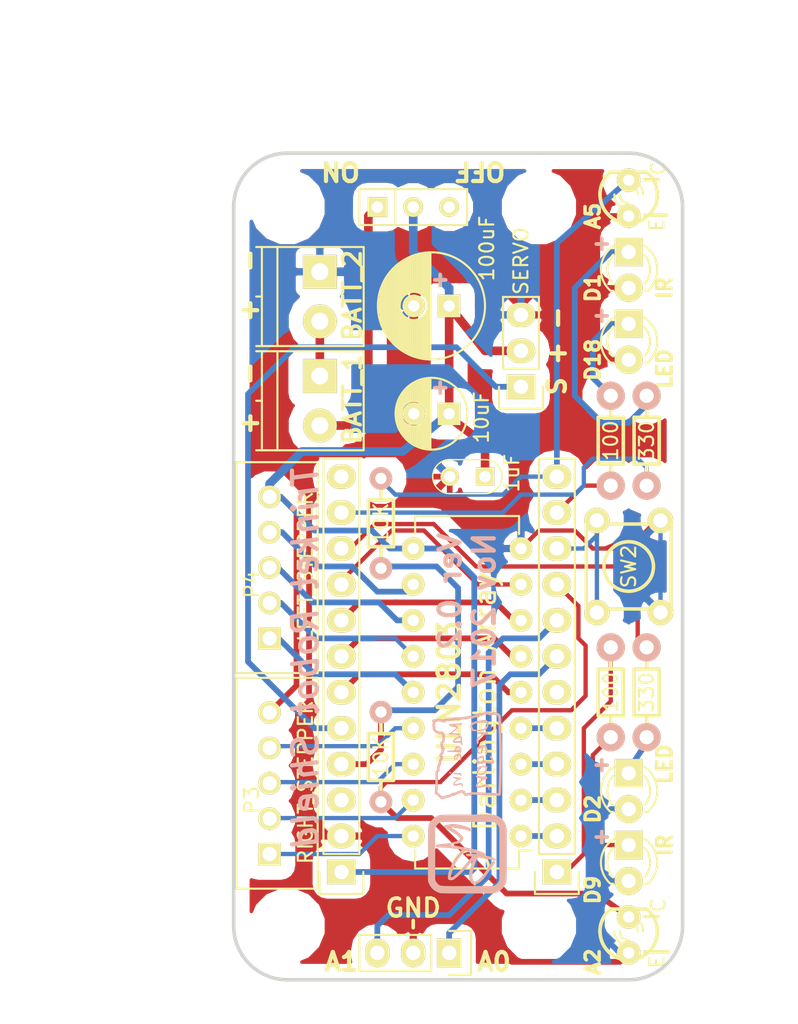
<source format=kicad_pcb>
(kicad_pcb (version 4) (host pcbnew 4.0.4-stable)

  (general
    (links 60)
    (no_connects 0)
    (area 121.792999 59.562999 153.797001 118.237001)
    (thickness 1.6)
    (drawings 52)
    (tracks 265)
    (zones 0)
    (modules 32)
    (nets 36)
  )

  (page USLetter)
  (title_block
    (title "OSH Park Badge")
    (company www.MakersBox.us)
    (comment 1 "K. Olsen")
  )

  (layers
    (0 F.Cu signal)
    (31 B.Cu signal)
    (34 B.Paste user)
    (35 F.Paste user)
    (36 B.SilkS user)
    (37 F.SilkS user)
    (38 B.Mask user)
    (39 F.Mask user)
    (40 Dwgs.User user)
    (44 Edge.Cuts user)
  )

  (setup
    (last_trace_width 0.3048)
    (user_trace_width 0.254)
    (user_trace_width 0.3048)
    (user_trace_width 0.4064)
    (user_trace_width 0.6096)
    (user_trace_width 2.032)
    (trace_clearance 0.1524)
    (zone_clearance 1)
    (zone_45_only no)
    (trace_min 0.1524)
    (segment_width 0.254)
    (edge_width 0.254)
    (via_size 0.6858)
    (via_drill 0.3302)
    (via_min_size 0.6858)
    (via_min_drill 0.3302)
    (user_via 1 0.5)
    (uvia_size 0.762)
    (uvia_drill 0.508)
    (uvias_allowed no)
    (uvia_min_size 0.508)
    (uvia_min_drill 0.127)
    (pcb_text_width 0.3)
    (pcb_text_size 1.5 1.5)
    (mod_edge_width 0.15)
    (mod_text_size 1 1)
    (mod_text_width 0.15)
    (pad_size 2 2)
    (pad_drill 1.00076)
    (pad_to_mask_clearance 0)
    (aux_axis_origin 0 0)
    (grid_origin 210.82 95.25)
    (visible_elements 7FFFFFFF)
    (pcbplotparams
      (layerselection 0x010f0_80000001)
      (usegerberextensions true)
      (excludeedgelayer true)
      (linewidth 0.100000)
      (plotframeref false)
      (viasonmask false)
      (mode 1)
      (useauxorigin false)
      (hpglpennumber 1)
      (hpglpenspeed 20)
      (hpglpendiameter 15)
      (hpglpenoverlay 2)
      (psnegative false)
      (psa4output false)
      (plotreference true)
      (plotvalue true)
      (plotinvisibletext false)
      (padsonsilk false)
      (subtractmaskfromsilk false)
      (outputformat 1)
      (mirror false)
      (drillshape 0)
      (scaleselection 1)
      (outputdirectory gerbers/))
  )

  (net 0 "")
  (net 1 GND)
  (net 2 /VBAT)
  (net 3 /D10)
  (net 4 /D11)
  (net 5 /D12)
  (net 6 /D13)
  (net 7 /D8)
  (net 8 /D4)
  (net 9 /D3)
  (net 10 "Net-(P3-Pad2)")
  (net 11 "Net-(P3-Pad1)")
  (net 12 "Net-(P4-Pad2)")
  (net 13 "Net-(P4-Pad1)")
  (net 14 "Net-(P5-Pad2)")
  (net 15 "Net-(P6-Pad2)")
  (net 16 "Net-(P3-Pad3)")
  (net 17 "Net-(P3-Pad4)")
  (net 18 "Net-(P4-Pad3)")
  (net 19 "Net-(P4-Pad4)")
  (net 20 /A4)
  (net 21 /A5)
  (net 22 /A0)
  (net 23 /A1)
  (net 24 /D6)
  (net 25 /D5)
  (net 26 "Net-(D2-Pad2)")
  (net 27 "Net-(D3-Pad2)")
  (net 28 "Net-(D4-Pad2)")
  (net 29 "Net-(D5-Pad2)")
  (net 30 /D9)
  (net 31 /A2)
  (net 32 /A3)
  (net 33 /3V3)
  (net 34 /D2)
  (net 35 /D1)

  (net_class Default "This is the default net class."
    (clearance 0.1524)
    (trace_width 0.1524)
    (via_dia 0.6858)
    (via_drill 0.3302)
    (uvia_dia 0.762)
    (uvia_drill 0.508)
    (add_net /3V3)
    (add_net /A0)
    (add_net /A1)
    (add_net /A2)
    (add_net /A3)
    (add_net /A4)
    (add_net /A5)
    (add_net /D1)
    (add_net /D10)
    (add_net /D11)
    (add_net /D12)
    (add_net /D13)
    (add_net /D2)
    (add_net /D3)
    (add_net /D4)
    (add_net /D5)
    (add_net /D6)
    (add_net /D8)
    (add_net /D9)
    (add_net /VBAT)
    (add_net GND)
    (add_net "Net-(D2-Pad2)")
    (add_net "Net-(D3-Pad2)")
    (add_net "Net-(D4-Pad2)")
    (add_net "Net-(D5-Pad2)")
    (add_net "Net-(P3-Pad1)")
    (add_net "Net-(P3-Pad2)")
    (add_net "Net-(P3-Pad3)")
    (add_net "Net-(P3-Pad4)")
    (add_net "Net-(P4-Pad1)")
    (add_net "Net-(P4-Pad2)")
    (add_net "Net-(P4-Pad3)")
    (add_net "Net-(P4-Pad4)")
    (add_net "Net-(P5-Pad2)")
    (add_net "Net-(P6-Pad2)")
  )

  (module Capacitors_ThroughHole:C_Disc_D3_P2.5 (layer F.Cu) (tedit 59FAAA0B) (tstamp 59BB5BD8)
    (at 139.7 82.55 180)
    (descr "Capacitor 3mm Disc, Pitch 2.5mm")
    (tags Capacitor)
    (path /59BB8677)
    (fp_text reference C3 (at 3.81 1.27 180) (layer F.SilkS) hide
      (effects (font (size 1 1) (thickness 0.15)))
    )
    (fp_text value 1uF (at -1.905 0.254 270) (layer F.SilkS)
      (effects (font (size 1 1) (thickness 0.15)))
    )
    (fp_line (start 0 -1.2) (end 2.5 -1.2) (layer F.SilkS) (width 0.1))
    (fp_line (start 0 1.2) (end 2.5 1.2) (layer F.SilkS) (width 0.1))
    (fp_arc (start 0 0) (end 0 1.2) (angle 90) (layer F.SilkS) (width 0.1))
    (fp_arc (start 0 0) (end -1.2 0) (angle 90) (layer F.SilkS) (width 0.1))
    (fp_arc (start 2.5 0) (end 3.7 0) (angle 90) (layer F.SilkS) (width 0.1))
    (fp_arc (start 2.5 0) (end 2.5 -1.2) (angle 90) (layer F.SilkS) (width 0.1))
    (fp_line (start -0.9 -1.5) (end 3.4 -1.5) (layer F.CrtYd) (width 0.05))
    (fp_line (start 3.4 -1.5) (end 3.4 1.5) (layer F.CrtYd) (width 0.05))
    (fp_line (start 3.4 1.5) (end -0.9 1.5) (layer F.CrtYd) (width 0.05))
    (fp_line (start -0.9 1.5) (end -0.9 -1.5) (layer F.CrtYd) (width 0.05))
    (pad 1 thru_hole rect (at 0 0 180) (size 1.3 1.3) (drill 0.8) (layers *.Cu *.Mask F.SilkS)
      (net 2 /VBAT))
    (pad 2 thru_hole circle (at 2.5 0 180) (size 1.3 1.3) (drill 0.8001) (layers *.Cu *.Mask F.SilkS)
      (net 1 GND))
    (model Capacitors_ThroughHole.3dshapes/C_Disc_D3_P2.5.wrl
      (at (xyz 0.0492126 0 0))
      (scale (xyz 1 1 1))
      (rotate (xyz 0 0 0))
    )
  )

  (module myFootPrints:PHOTOTRANS (layer F.Cu) (tedit 59FA9756) (tstamp 59FA757D)
    (at 149.86 114.935 90)
    (descr LTR-4206)
    (tags "PHOTOTRANS NPN")
    (path /59FA7468)
    (fp_text reference Q2 (at 0 2.54 270) (layer F.SilkS) hide
      (effects (font (size 0.762 0.762) (thickness 0.0889)))
    )
    (fp_text value OPTO_NPN (at 0.35921 0.35921 180) (layer F.SilkS) hide
      (effects (font (size 0.508 0.508) (thickness 0.127)))
    )
    (fp_line (start -1.2 2.4) (end -1.2 2.8) (layer F.SilkS) (width 0.254))
    (fp_line (start -1.2 1.1) (end -1.2 2.4) (layer F.SilkS) (width 0.254))
    (fp_line (start 1.3 1.1) (end 1.3 2.1) (layer F.SilkS) (width 0.254))
    (fp_text user E (at -1.9 2 90) (layer F.SilkS)
      (effects (font (size 1 1) (thickness 0.15)))
    )
    (fp_text user C (at 2.1 2.1 90) (layer F.SilkS)
      (effects (font (size 1 1) (thickness 0.15)))
    )
    (fp_line (start 1.8288 1.27) (end 1.8288 -1.27) (layer F.SilkS) (width 0.254))
    (fp_arc (start 0.254 0) (end -0.381 0) (angle 90) (layer F.SilkS) (width 0.1524))
    (fp_arc (start 0.254 0) (end -0.762 0) (angle 90) (layer F.SilkS) (width 0.1524))
    (fp_arc (start 0.254 0) (end 0.889 0) (angle 90) (layer F.SilkS) (width 0.1524))
    (fp_arc (start 0.254 0) (end 1.27 0) (angle 90) (layer F.SilkS) (width 0.1524))
    (fp_arc (start 0.254 0) (end 0.254 -2.032) (angle 50.1) (layer F.SilkS) (width 0.254))
    (fp_arc (start 0.254 0) (end -1.5367 -0.95504) (angle 61.9) (layer F.SilkS) (width 0.254))
    (fp_arc (start 0.254 0) (end 1.8034 1.31064) (angle 49.7) (layer F.SilkS) (width 0.254))
    (fp_arc (start 0.254 0) (end 0.254 2.032) (angle 60.2) (layer F.SilkS) (width 0.254))
    (fp_arc (start 0.254 0) (end -1.778 0) (angle 28.3) (layer F.SilkS) (width 0.254))
    (fp_arc (start 0.254 0) (end -1.47574 1.06426) (angle 31.6) (layer F.SilkS) (width 0.254))
    (pad 1 thru_hole circle (at -1.27 0 90) (size 1.6764 1.6764) (drill 0.8128) (layers *.Cu *.Mask F.SilkS)
      (net 1 GND))
    (pad 3 thru_hole circle (at 1.27 0 135) (size 1.6764 1.6764) (drill 0.8128) (layers *.Cu *.Mask F.SilkS)
      (net 31 /A2))
    (model discret/leds/led3_vertical_verde.wrl
      (at (xyz 0 0 0))
      (scale (xyz 1 1 1))
      (rotate (xyz 0 0 0))
    )
  )

  (module myFootPrints:PHOTOTRANS (layer F.Cu) (tedit 59FA9731) (tstamp 59FA7577)
    (at 149.86 62.865 90)
    (descr LTR-4206)
    (tags "PHOTOTRANS NPN")
    (path /59FA7423)
    (fp_text reference Q1 (at 0 2.54 270) (layer F.SilkS) hide
      (effects (font (size 0.762 0.762) (thickness 0.0889)))
    )
    (fp_text value OPTO_NPN (at 0.35921 0.35921 180) (layer F.SilkS) hide
      (effects (font (size 0.508 0.508) (thickness 0.127)))
    )
    (fp_line (start -1.2 2.4) (end -1.2 2.7) (layer F.SilkS) (width 0.254))
    (fp_line (start -1.2 1.1) (end -1.2 2.4) (layer F.SilkS) (width 0.254))
    (fp_line (start 1.3 1.1) (end 1.3 2.1) (layer F.SilkS) (width 0.254))
    (fp_text user E (at -1.9 2 90) (layer F.SilkS)
      (effects (font (size 1 1) (thickness 0.15)))
    )
    (fp_text user C (at 2.1 2.1 90) (layer F.SilkS)
      (effects (font (size 1 1) (thickness 0.15)))
    )
    (fp_line (start 1.8288 1.27) (end 1.8288 -1.27) (layer F.SilkS) (width 0.254))
    (fp_arc (start 0.254 0) (end -0.381 0) (angle 90) (layer F.SilkS) (width 0.1524))
    (fp_arc (start 0.254 0) (end -0.762 0) (angle 90) (layer F.SilkS) (width 0.1524))
    (fp_arc (start 0.254 0) (end 0.889 0) (angle 90) (layer F.SilkS) (width 0.1524))
    (fp_arc (start 0.254 0) (end 1.27 0) (angle 90) (layer F.SilkS) (width 0.1524))
    (fp_arc (start 0.254 0) (end 0.254 -2.032) (angle 50.1) (layer F.SilkS) (width 0.254))
    (fp_arc (start 0.254 0) (end -1.5367 -0.95504) (angle 61.9) (layer F.SilkS) (width 0.254))
    (fp_arc (start 0.254 0) (end 1.8034 1.31064) (angle 49.7) (layer F.SilkS) (width 0.254))
    (fp_arc (start 0.254 0) (end 0.254 2.032) (angle 60.2) (layer F.SilkS) (width 0.254))
    (fp_arc (start 0.254 0) (end -1.778 0) (angle 28.3) (layer F.SilkS) (width 0.254))
    (fp_arc (start 0.254 0) (end -1.47574 1.06426) (angle 31.6) (layer F.SilkS) (width 0.254))
    (pad 1 thru_hole circle (at -1.27 0 90) (size 1.6764 1.6764) (drill 0.8128) (layers *.Cu *.Mask F.SilkS)
      (net 1 GND))
    (pad 3 thru_hole circle (at 1.27 0 135) (size 1.6764 1.6764) (drill 0.8128) (layers *.Cu *.Mask F.SilkS)
      (net 21 /A5))
    (model discret/leds/led3_vertical_verde.wrl
      (at (xyz 0 0 0))
      (scale (xyz 1 1 1))
      (rotate (xyz 0 0 0))
    )
  )

  (module Housings_DIP:DIP-18_W7.62mm (layer F.Cu) (tedit 59FBD34C) (tstamp 59BB5C40)
    (at 142.24 107.95 180)
    (descr "18-lead dip package, row spacing 7.62 mm (300 mils)")
    (tags "dil dip 2.54 300")
    (path /59BB515C)
    (fp_text reference U1 (at 2.54 10.16 270) (layer F.SilkS) hide
      (effects (font (size 1 1) (thickness 0.15)))
    )
    (fp_text value ULN2803 (at 5.08 10.16 270) (layer F.SilkS)
      (effects (font (size 1.5 1.5) (thickness 0.3)))
    )
    (fp_arc (start 3.556 -2.286) (end 4.826 -2.286) (angle 90) (layer F.SilkS) (width 0.2))
    (fp_arc (start 3.556 -2.286) (end 3.556 -1.016) (angle 90) (layer F.SilkS) (width 0.2))
    (fp_line (start -1.05 -2.45) (end -1.05 22.8) (layer F.CrtYd) (width 0.05))
    (fp_line (start 8.65 -2.45) (end 8.65 22.8) (layer F.CrtYd) (width 0.05))
    (fp_line (start -1.05 -2.45) (end 8.65 -2.45) (layer F.CrtYd) (width 0.05))
    (fp_line (start -1.05 22.8) (end 8.65 22.8) (layer F.CrtYd) (width 0.05))
    (fp_line (start 0.135 -2.295) (end 0.135 -1.025) (layer F.SilkS) (width 0.15))
    (fp_line (start 7.485 -2.295) (end 7.485 -1.025) (layer F.SilkS) (width 0.15))
    (fp_line (start 7.485 22.615) (end 7.485 21.345) (layer F.SilkS) (width 0.15))
    (fp_line (start 0.135 22.615) (end 0.135 21.345) (layer F.SilkS) (width 0.15))
    (fp_line (start 0.135 -2.295) (end 7.485 -2.295) (layer F.SilkS) (width 0.15))
    (fp_line (start 0.135 22.615) (end 7.485 22.615) (layer F.SilkS) (width 0.15))
    (fp_line (start 0.135 -1.025) (end -0.8 -1.025) (layer F.SilkS) (width 0.15))
    (pad 1 thru_hole oval (at 0 0 180) (size 1.6 1.6) (drill 0.8) (layers *.Cu *.Mask F.SilkS)
      (net 3 /D10))
    (pad 2 thru_hole oval (at 0 2.54 180) (size 1.6 1.6) (drill 0.8) (layers *.Cu *.Mask F.SilkS)
      (net 4 /D11))
    (pad 3 thru_hole oval (at 0 5.08 180) (size 1.6 1.6) (drill 0.8) (layers *.Cu *.Mask F.SilkS)
      (net 5 /D12))
    (pad 4 thru_hole oval (at 0 7.62 180) (size 1.6 1.6) (drill 0.8) (layers *.Cu *.Mask F.SilkS)
      (net 6 /D13))
    (pad 5 thru_hole oval (at 0 10.16 180) (size 1.6 1.6) (drill 0.8) (layers *.Cu *.Mask F.SilkS)
      (net 24 /D6))
    (pad 6 thru_hole oval (at 0 12.7 180) (size 1.6 1.6) (drill 0.8) (layers *.Cu *.Mask F.SilkS)
      (net 25 /D5))
    (pad 7 thru_hole oval (at 0 15.24 180) (size 1.6 1.6) (drill 0.8) (layers *.Cu *.Mask F.SilkS)
      (net 8 /D4))
    (pad 8 thru_hole oval (at 0 17.78 180) (size 1.6 1.6) (drill 0.8) (layers *.Cu *.Mask F.SilkS)
      (net 9 /D3))
    (pad 9 thru_hole oval (at 0 20.32 180) (size 1.6 1.6) (drill 0.8) (layers *.Cu *.Mask F.SilkS)
      (net 1 GND))
    (pad 10 thru_hole oval (at 7.62 20.32 180) (size 1.6 1.6) (drill 0.8) (layers *.Cu *.Mask F.SilkS)
      (net 2 /VBAT))
    (pad 11 thru_hole oval (at 7.62 17.78 180) (size 1.6 1.6) (drill 0.8) (layers *.Cu *.Mask F.SilkS)
      (net 19 "Net-(P4-Pad4)"))
    (pad 12 thru_hole oval (at 7.62 15.24 180) (size 1.6 1.6) (drill 0.8) (layers *.Cu *.Mask F.SilkS)
      (net 18 "Net-(P4-Pad3)"))
    (pad 13 thru_hole oval (at 7.62 12.7 180) (size 1.6 1.6) (drill 0.8) (layers *.Cu *.Mask F.SilkS)
      (net 12 "Net-(P4-Pad2)"))
    (pad 14 thru_hole oval (at 7.62 10.16 180) (size 1.6 1.6) (drill 0.8) (layers *.Cu *.Mask F.SilkS)
      (net 13 "Net-(P4-Pad1)"))
    (pad 15 thru_hole oval (at 7.62 7.62 180) (size 1.6 1.6) (drill 0.8) (layers *.Cu *.Mask F.SilkS)
      (net 17 "Net-(P3-Pad4)"))
    (pad 16 thru_hole oval (at 7.62 5.08 180) (size 1.6 1.6) (drill 0.8) (layers *.Cu *.Mask F.SilkS)
      (net 16 "Net-(P3-Pad3)"))
    (pad 17 thru_hole oval (at 7.62 2.54 180) (size 1.6 1.6) (drill 0.8) (layers *.Cu *.Mask F.SilkS)
      (net 10 "Net-(P3-Pad2)"))
    (pad 18 thru_hole oval (at 7.62 0 180) (size 1.6 1.6) (drill 0.8) (layers *.Cu *.Mask F.SilkS)
      (net 11 "Net-(P3-Pad1)"))
    (model Housings_DIP.3dshapes/DIP-18_W7.62mm.wrl
      (at (xyz 0 0 0))
      (scale (xyz 1 1 1))
      (rotate (xyz 0 0 0))
    )
  )

  (module library:JST_B5B-XH-A (layer F.Cu) (tedit 59CB0C0C) (tstamp 59BB5C04)
    (at 124.46 109.22 90)
    (descr "JST XH series connector, JST_B5B-XH-A")
    (tags "connector jst xh")
    (path /59BB5292)
    (fp_text reference P3 (at 3.81 -1.27 90) (layer F.SilkS)
      (effects (font (size 1 1) (thickness 0.15)))
    )
    (fp_text value RIGHT_STEPPER (at 5.08 2.54 90) (layer F.SilkS)
      (effects (font (size 1 1) (thickness 0.15)))
    )
    (fp_line (start -2.45 -2.35) (end 12.45 -2.35) (layer F.SilkS) (width 0.15))
    (fp_line (start -2.45 3.4) (end 12.45 3.4) (layer F.SilkS) (width 0.15))
    (fp_line (start -2.45 -2.35) (end -2.45 3.4) (layer F.SilkS) (width 0.15))
    (fp_line (start 12.45 -2.35) (end 12.45 3.4) (layer F.SilkS) (width 0.15))
    (fp_line (start -2.95 -2.85) (end 12.95 -2.85) (layer F.CrtYd) (width 0.05))
    (fp_line (start -2.95 3.9) (end 12.95 3.9) (layer F.CrtYd) (width 0.05))
    (fp_line (start -2.95 -2.85) (end -2.95 3.9) (layer F.CrtYd) (width 0.05))
    (fp_line (start 12.95 -2.85) (end 12.95 3.9) (layer F.CrtYd) (width 0.05))
    (pad 1 thru_hole rect (at 0 0 90) (size 1.6 1.6) (drill 1) (layers *.Cu *.Mask F.SilkS)
      (net 11 "Net-(P3-Pad1)"))
    (pad 2 thru_hole circle (at 2.5 0 90) (size 1.6 1.6) (drill 1) (layers *.Cu *.Mask F.SilkS)
      (net 10 "Net-(P3-Pad2)"))
    (pad 3 thru_hole circle (at 5 0 90) (size 1.6 1.6) (drill 1) (layers *.Cu *.Mask F.SilkS)
      (net 16 "Net-(P3-Pad3)"))
    (pad 4 thru_hole circle (at 7.5 0 90) (size 1.6 1.6) (drill 1) (layers *.Cu *.Mask F.SilkS)
      (net 17 "Net-(P3-Pad4)"))
    (pad 5 thru_hole circle (at 10 0 90) (size 1.6 1.6) (drill 1) (layers *.Cu *.Mask F.SilkS)
      (net 2 /VBAT))
    (model ./kicad-jst-xh.3dshapes/JST_B5B-XH-A.wrl
      (at (xyz 0 0 0))
      (scale (xyz 0.3937007874 0.3937007874 0.3937007874))
      (rotate (xyz 0 0 0))
    )
  )

  (module library:JST_B5B-XH-A (layer F.Cu) (tedit 59CB0BD4) (tstamp 59BB5C0A)
    (at 124.46 93.98 90)
    (descr "JST XH series connector, JST_B5B-XH-A")
    (tags "connector jst xh")
    (path /59BB5353)
    (fp_text reference P4 (at 3.81 -1.27 90) (layer F.SilkS)
      (effects (font (size 1 1) (thickness 0.15)))
    )
    (fp_text value LEFT_STEPPER (at 5.08 2.54 90) (layer F.SilkS)
      (effects (font (size 1 1) (thickness 0.15)))
    )
    (fp_line (start -2.45 -2.35) (end 12.45 -2.35) (layer F.SilkS) (width 0.15))
    (fp_line (start -2.45 3.4) (end 12.45 3.4) (layer F.SilkS) (width 0.15))
    (fp_line (start -2.45 -2.35) (end -2.45 3.4) (layer F.SilkS) (width 0.15))
    (fp_line (start 12.45 -2.35) (end 12.45 3.4) (layer F.SilkS) (width 0.15))
    (fp_line (start -2.95 -2.85) (end 12.95 -2.85) (layer F.CrtYd) (width 0.05))
    (fp_line (start -2.95 3.9) (end 12.95 3.9) (layer F.CrtYd) (width 0.05))
    (fp_line (start -2.95 -2.85) (end -2.95 3.9) (layer F.CrtYd) (width 0.05))
    (fp_line (start 12.95 -2.85) (end 12.95 3.9) (layer F.CrtYd) (width 0.05))
    (pad 1 thru_hole rect (at 0 0 90) (size 1.6 1.6) (drill 1) (layers *.Cu *.Mask F.SilkS)
      (net 13 "Net-(P4-Pad1)"))
    (pad 2 thru_hole circle (at 2.5 0 90) (size 1.6 1.6) (drill 1) (layers *.Cu *.Mask F.SilkS)
      (net 12 "Net-(P4-Pad2)"))
    (pad 3 thru_hole circle (at 5 0 90) (size 1.6 1.6) (drill 1) (layers *.Cu *.Mask F.SilkS)
      (net 18 "Net-(P4-Pad3)"))
    (pad 4 thru_hole circle (at 7.5 0 90) (size 1.6 1.6) (drill 1) (layers *.Cu *.Mask F.SilkS)
      (net 19 "Net-(P4-Pad4)"))
    (pad 5 thru_hole circle (at 10 0 90) (size 1.6 1.6) (drill 1) (layers *.Cu *.Mask F.SilkS)
      (net 2 /VBAT))
    (model ./kicad-jst-xh.3dshapes/JST_B5B-XH-A.wrl
      (at (xyz 0 0 0))
      (scale (xyz 0.3937007874 0.3937007874 0.3937007874))
      (rotate (xyz 0 0 0))
    )
  )

  (module myFootPrints:Lego_Pad (layer F.Cu) (tedit 59BB65C9) (tstamp 59BD6DD4)
    (at 125.73 114.3)
    (descr "Through hole pin header")
    (tags "pin header")
    (fp_text reference P9 (at 0 0) (layer F.SilkS) hide
      (effects (font (size 1 1) (thickness 0.15)))
    )
    (fp_text value CONN_01X01 (at 0 -1.27) (layer F.Fab) hide
      (effects (font (size 0.127 0.127) (thickness 0.03175)))
    )
    (pad "" np_thru_hole circle (at 0 0) (size 3.25 3.25) (drill 3.25) (layers *.Cu *.Mask))
    (model Pin_Headers.3dshapes/Pin_Header_Straight_1x01.wrl
      (at (xyz 0 0 0))
      (scale (xyz 1 1 1))
      (rotate (xyz 0 0 90))
    )
  )

  (module myFootPrints:Lego_Pad (layer F.Cu) (tedit 59BB65D8) (tstamp 59BD6DCD)
    (at 143.51 114.3)
    (descr "Through hole pin header")
    (tags "pin header")
    (fp_text reference P9 (at 0 0) (layer F.SilkS) hide
      (effects (font (size 1 1) (thickness 0.15)))
    )
    (fp_text value CONN_01X01 (at 0 -1.27) (layer F.Fab) hide
      (effects (font (size 0.127 0.127) (thickness 0.03175)))
    )
    (pad "" np_thru_hole circle (at 0 0) (size 3.25 3.25) (drill 3.25) (layers *.Cu *.Mask))
    (model Pin_Headers.3dshapes/Pin_Header_Straight_1x01.wrl
      (at (xyz 0 0 0))
      (scale (xyz 1 1 1))
      (rotate (xyz 0 0 90))
    )
  )

  (module myFootPrints:Lego_Pad (layer F.Cu) (tedit 59BB65F8) (tstamp 59BD6DC0)
    (at 143.51 63.5)
    (descr "Through hole pin header")
    (tags "pin header")
    (fp_text reference P9 (at 0 0) (layer F.SilkS) hide
      (effects (font (size 1 1) (thickness 0.15)))
    )
    (fp_text value CONN_01X01 (at 0 -1.27) (layer F.Fab) hide
      (effects (font (size 0.127 0.127) (thickness 0.03175)))
    )
    (pad "" np_thru_hole circle (at 0 0) (size 3.25 3.25) (drill 3.25) (layers *.Cu *.Mask))
    (model Pin_Headers.3dshapes/Pin_Header_Straight_1x01.wrl
      (at (xyz 0 0 0))
      (scale (xyz 1 1 1))
      (rotate (xyz 0 0 90))
    )
  )

  (module myFootPrints:Lego_Pad (layer F.Cu) (tedit 59BB65E8) (tstamp 59BD6DA2)
    (at 125.73 63.5)
    (descr "Through hole pin header")
    (tags "pin header")
    (fp_text reference P9 (at 0 0) (layer F.SilkS) hide
      (effects (font (size 1 1) (thickness 0.15)))
    )
    (fp_text value CONN_01X01 (at 0 -1.27) (layer F.Fab) hide
      (effects (font (size 0.127 0.127) (thickness 0.03175)))
    )
    (pad "" np_thru_hole circle (at 0 0) (size 3.25 3.25) (drill 3.25) (layers *.Cu *.Mask))
    (model Pin_Headers.3dshapes/Pin_Header_Straight_1x01.wrl
      (at (xyz 0 0 0))
      (scale (xyz 1 1 1))
      (rotate (xyz 0 0 90))
    )
  )

  (module Capacitors_ThroughHole:C_Radial_D7.5_L11.2_P2.5 (layer F.Cu) (tedit 59FAAA19) (tstamp 59BB5BCC)
    (at 137.16 70.485 180)
    (descr "Radial Electrolytic Capacitor Diameter 7.5mm x Length 11.2mm, Pitch 2.5mm")
    (tags "Electrolytic Capacitor")
    (path /59BB855D)
    (fp_text reference C1 (at 0 -2.54 180) (layer F.SilkS) hide
      (effects (font (size 1 1) (thickness 0.15)))
    )
    (fp_text value 100uF (at -2.667 4.064 270) (layer F.SilkS)
      (effects (font (size 1 1) (thickness 0.15)))
    )
    (fp_line (start 1.325 -3.749) (end 1.325 3.749) (layer F.SilkS) (width 0.15))
    (fp_line (start 1.465 -3.744) (end 1.465 3.744) (layer F.SilkS) (width 0.15))
    (fp_line (start 1.605 -3.733) (end 1.605 -0.446) (layer F.SilkS) (width 0.15))
    (fp_line (start 1.605 0.446) (end 1.605 3.733) (layer F.SilkS) (width 0.15))
    (fp_line (start 1.745 -3.717) (end 1.745 -0.656) (layer F.SilkS) (width 0.15))
    (fp_line (start 1.745 0.656) (end 1.745 3.717) (layer F.SilkS) (width 0.15))
    (fp_line (start 1.885 -3.696) (end 1.885 -0.789) (layer F.SilkS) (width 0.15))
    (fp_line (start 1.885 0.789) (end 1.885 3.696) (layer F.SilkS) (width 0.15))
    (fp_line (start 2.025 -3.669) (end 2.025 -0.88) (layer F.SilkS) (width 0.15))
    (fp_line (start 2.025 0.88) (end 2.025 3.669) (layer F.SilkS) (width 0.15))
    (fp_line (start 2.165 -3.637) (end 2.165 -0.942) (layer F.SilkS) (width 0.15))
    (fp_line (start 2.165 0.942) (end 2.165 3.637) (layer F.SilkS) (width 0.15))
    (fp_line (start 2.305 -3.599) (end 2.305 -0.981) (layer F.SilkS) (width 0.15))
    (fp_line (start 2.305 0.981) (end 2.305 3.599) (layer F.SilkS) (width 0.15))
    (fp_line (start 2.445 -3.555) (end 2.445 -0.998) (layer F.SilkS) (width 0.15))
    (fp_line (start 2.445 0.998) (end 2.445 3.555) (layer F.SilkS) (width 0.15))
    (fp_line (start 2.585 -3.504) (end 2.585 -0.996) (layer F.SilkS) (width 0.15))
    (fp_line (start 2.585 0.996) (end 2.585 3.504) (layer F.SilkS) (width 0.15))
    (fp_line (start 2.725 -3.448) (end 2.725 -0.974) (layer F.SilkS) (width 0.15))
    (fp_line (start 2.725 0.974) (end 2.725 3.448) (layer F.SilkS) (width 0.15))
    (fp_line (start 2.865 -3.384) (end 2.865 -0.931) (layer F.SilkS) (width 0.15))
    (fp_line (start 2.865 0.931) (end 2.865 3.384) (layer F.SilkS) (width 0.15))
    (fp_line (start 3.005 -3.314) (end 3.005 -0.863) (layer F.SilkS) (width 0.15))
    (fp_line (start 3.005 0.863) (end 3.005 3.314) (layer F.SilkS) (width 0.15))
    (fp_line (start 3.145 -3.236) (end 3.145 -0.764) (layer F.SilkS) (width 0.15))
    (fp_line (start 3.145 0.764) (end 3.145 3.236) (layer F.SilkS) (width 0.15))
    (fp_line (start 3.285 -3.15) (end 3.285 -0.619) (layer F.SilkS) (width 0.15))
    (fp_line (start 3.285 0.619) (end 3.285 3.15) (layer F.SilkS) (width 0.15))
    (fp_line (start 3.425 -3.055) (end 3.425 -0.38) (layer F.SilkS) (width 0.15))
    (fp_line (start 3.425 0.38) (end 3.425 3.055) (layer F.SilkS) (width 0.15))
    (fp_line (start 3.565 -2.95) (end 3.565 2.95) (layer F.SilkS) (width 0.15))
    (fp_line (start 3.705 -2.835) (end 3.705 2.835) (layer F.SilkS) (width 0.15))
    (fp_line (start 3.845 -2.707) (end 3.845 2.707) (layer F.SilkS) (width 0.15))
    (fp_line (start 3.985 -2.566) (end 3.985 2.566) (layer F.SilkS) (width 0.15))
    (fp_line (start 4.125 -2.408) (end 4.125 2.408) (layer F.SilkS) (width 0.15))
    (fp_line (start 4.265 -2.23) (end 4.265 2.23) (layer F.SilkS) (width 0.15))
    (fp_line (start 4.405 -2.027) (end 4.405 2.027) (layer F.SilkS) (width 0.15))
    (fp_line (start 4.545 -1.79) (end 4.545 1.79) (layer F.SilkS) (width 0.15))
    (fp_line (start 4.685 -1.504) (end 4.685 1.504) (layer F.SilkS) (width 0.15))
    (fp_line (start 4.825 -1.132) (end 4.825 1.132) (layer F.SilkS) (width 0.15))
    (fp_line (start 4.965 -0.511) (end 4.965 0.511) (layer F.SilkS) (width 0.15))
    (fp_circle (center 2.5 0) (end 2.5 -1) (layer F.SilkS) (width 0.15))
    (fp_circle (center 1.25 0) (end 1.25 -3.7875) (layer F.SilkS) (width 0.15))
    (fp_circle (center 1.25 0) (end 1.25 -4.1) (layer F.CrtYd) (width 0.05))
    (pad 2 thru_hole circle (at 2.5 0 180) (size 1.6 1.6) (drill 0.8) (layers *.Cu *.Mask F.SilkS)
      (net 1 GND))
    (pad 1 thru_hole rect (at 0 0 180) (size 1.6 1.6) (drill 0.8) (layers *.Cu *.Mask F.SilkS)
      (net 2 /VBAT))
    (model Capacitors_ThroughHole.3dshapes/C_Radial_D7.5_L11.2_P2.5.wrl
      (at (xyz 0 0 0))
      (scale (xyz 1 1 1))
      (rotate (xyz 0 0 0))
    )
  )

  (module Capacitors_ThroughHole:C_Radial_D5_L11_P2.5 (layer F.Cu) (tedit 59CB0C53) (tstamp 59BB5BD2)
    (at 137.16 78.105 180)
    (descr "Radial Electrolytic Capacitor Diameter 5mm x Length 11mm, Pitch 2.5mm")
    (tags "Electrolytic Capacitor")
    (path /59BB864C)
    (fp_text reference C2 (at 0 -1.27 180) (layer F.SilkS) hide
      (effects (font (size 1 1) (thickness 0.15)))
    )
    (fp_text value 10uF (at -2.286 -0.254 270) (layer F.SilkS)
      (effects (font (size 1 1) (thickness 0.15)))
    )
    (fp_line (start 1.325 -2.499) (end 1.325 2.499) (layer F.SilkS) (width 0.15))
    (fp_line (start 1.465 -2.491) (end 1.465 2.491) (layer F.SilkS) (width 0.15))
    (fp_line (start 1.605 -2.475) (end 1.605 -0.095) (layer F.SilkS) (width 0.15))
    (fp_line (start 1.605 0.095) (end 1.605 2.475) (layer F.SilkS) (width 0.15))
    (fp_line (start 1.745 -2.451) (end 1.745 -0.49) (layer F.SilkS) (width 0.15))
    (fp_line (start 1.745 0.49) (end 1.745 2.451) (layer F.SilkS) (width 0.15))
    (fp_line (start 1.885 -2.418) (end 1.885 -0.657) (layer F.SilkS) (width 0.15))
    (fp_line (start 1.885 0.657) (end 1.885 2.418) (layer F.SilkS) (width 0.15))
    (fp_line (start 2.025 -2.377) (end 2.025 -0.764) (layer F.SilkS) (width 0.15))
    (fp_line (start 2.025 0.764) (end 2.025 2.377) (layer F.SilkS) (width 0.15))
    (fp_line (start 2.165 -2.327) (end 2.165 -0.835) (layer F.SilkS) (width 0.15))
    (fp_line (start 2.165 0.835) (end 2.165 2.327) (layer F.SilkS) (width 0.15))
    (fp_line (start 2.305 -2.266) (end 2.305 -0.879) (layer F.SilkS) (width 0.15))
    (fp_line (start 2.305 0.879) (end 2.305 2.266) (layer F.SilkS) (width 0.15))
    (fp_line (start 2.445 -2.196) (end 2.445 -0.898) (layer F.SilkS) (width 0.15))
    (fp_line (start 2.445 0.898) (end 2.445 2.196) (layer F.SilkS) (width 0.15))
    (fp_line (start 2.585 -2.114) (end 2.585 -0.896) (layer F.SilkS) (width 0.15))
    (fp_line (start 2.585 0.896) (end 2.585 2.114) (layer F.SilkS) (width 0.15))
    (fp_line (start 2.725 -2.019) (end 2.725 -0.871) (layer F.SilkS) (width 0.15))
    (fp_line (start 2.725 0.871) (end 2.725 2.019) (layer F.SilkS) (width 0.15))
    (fp_line (start 2.865 -1.908) (end 2.865 -0.823) (layer F.SilkS) (width 0.15))
    (fp_line (start 2.865 0.823) (end 2.865 1.908) (layer F.SilkS) (width 0.15))
    (fp_line (start 3.005 -1.78) (end 3.005 -0.745) (layer F.SilkS) (width 0.15))
    (fp_line (start 3.005 0.745) (end 3.005 1.78) (layer F.SilkS) (width 0.15))
    (fp_line (start 3.145 -1.631) (end 3.145 -0.628) (layer F.SilkS) (width 0.15))
    (fp_line (start 3.145 0.628) (end 3.145 1.631) (layer F.SilkS) (width 0.15))
    (fp_line (start 3.285 -1.452) (end 3.285 -0.44) (layer F.SilkS) (width 0.15))
    (fp_line (start 3.285 0.44) (end 3.285 1.452) (layer F.SilkS) (width 0.15))
    (fp_line (start 3.425 -1.233) (end 3.425 1.233) (layer F.SilkS) (width 0.15))
    (fp_line (start 3.565 -0.944) (end 3.565 0.944) (layer F.SilkS) (width 0.15))
    (fp_line (start 3.705 -0.472) (end 3.705 0.472) (layer F.SilkS) (width 0.15))
    (fp_circle (center 2.5 0) (end 2.5 -0.9) (layer F.SilkS) (width 0.15))
    (fp_circle (center 1.25 0) (end 1.25 -2.5375) (layer F.SilkS) (width 0.15))
    (fp_circle (center 1.25 0) (end 1.25 -2.8) (layer F.CrtYd) (width 0.05))
    (pad 1 thru_hole rect (at 0 0 180) (size 1.6 1.6) (drill 0.8) (layers *.Cu *.Mask F.SilkS)
      (net 2 /VBAT))
    (pad 2 thru_hole circle (at 2.5 0 180) (size 1.6 1.6) (drill 0.8) (layers *.Cu *.Mask F.SilkS)
      (net 1 GND))
    (model Capacitors_ThroughHole.3dshapes/C_Radial_D5_L11_P2.5.wrl
      (at (xyz 0.049213 0 0))
      (scale (xyz 1 1 1))
      (rotate (xyz 0 0 90))
    )
  )

  (module Pin_Headers:Pin_Header_Straight_1x12 (layer F.Cu) (tedit 59BB62B7) (tstamp 59BB5BEE)
    (at 144.78 110.49 180)
    (descr "Through hole pin header")
    (tags "pin header")
    (path /59BB4AEE)
    (fp_text reference P1 (at 0 -2.54 180) (layer Dwgs.User) hide
      (effects (font (size 1 1) (thickness 0.15)))
    )
    (fp_text value TRINKET_LEFT (at 0 -3.1 180) (layer F.Fab)
      (effects (font (size 1 1) (thickness 0.15)))
    )
    (fp_line (start -1.75 -1.75) (end -1.75 29.7) (layer F.CrtYd) (width 0.05))
    (fp_line (start 1.75 -1.75) (end 1.75 29.7) (layer F.CrtYd) (width 0.05))
    (fp_line (start -1.75 -1.75) (end 1.75 -1.75) (layer F.CrtYd) (width 0.05))
    (fp_line (start -1.75 29.7) (end 1.75 29.7) (layer F.CrtYd) (width 0.05))
    (fp_line (start 1.27 1.27) (end 1.27 29.21) (layer F.SilkS) (width 0.15))
    (fp_line (start 1.27 29.21) (end -1.27 29.21) (layer F.SilkS) (width 0.15))
    (fp_line (start -1.27 29.21) (end -1.27 1.27) (layer F.SilkS) (width 0.15))
    (fp_line (start 1.55 -1.55) (end 1.55 0) (layer F.SilkS) (width 0.15))
    (fp_line (start 1.27 1.27) (end -1.27 1.27) (layer F.SilkS) (width 0.15))
    (fp_line (start -1.55 0) (end -1.55 -1.55) (layer F.SilkS) (width 0.15))
    (fp_line (start -1.55 -1.55) (end 1.55 -1.55) (layer F.SilkS) (width 0.15))
    (pad 1 thru_hole rect (at 0 0 180) (size 2.032 1.7272) (drill 1.016) (layers *.Cu *.Mask F.SilkS)
      (net 30 /D9))
    (pad 2 thru_hole oval (at 0 2.54 180) (size 2.032 1.7272) (drill 1.016) (layers *.Cu *.Mask F.SilkS)
      (net 3 /D10))
    (pad 3 thru_hole oval (at 0 5.08 180) (size 2.032 1.7272) (drill 1.016) (layers *.Cu *.Mask F.SilkS)
      (net 4 /D11))
    (pad 4 thru_hole oval (at 0 7.62 180) (size 2.032 1.7272) (drill 1.016) (layers *.Cu *.Mask F.SilkS)
      (net 5 /D12))
    (pad 5 thru_hole oval (at 0 10.16 180) (size 2.032 1.7272) (drill 1.016) (layers *.Cu *.Mask F.SilkS)
      (net 6 /D13))
    (pad 6 thru_hole oval (at 0 12.7 180) (size 2.032 1.7272) (drill 1.016) (layers *.Cu *.Mask F.SilkS))
    (pad 7 thru_hole oval (at 0 15.24 180) (size 2.032 1.7272) (drill 1.016) (layers *.Cu *.Mask F.SilkS)
      (net 22 /A0))
    (pad 8 thru_hole oval (at 0 17.78 180) (size 2.032 1.7272) (drill 1.016) (layers *.Cu *.Mask F.SilkS)
      (net 23 /A1))
    (pad 9 thru_hole oval (at 0 20.32 180) (size 2.032 1.7272) (drill 1.016) (layers *.Cu *.Mask F.SilkS)
      (net 31 /A2))
    (pad 10 thru_hole oval (at 0 22.86 180) (size 2.032 1.7272) (drill 1.016) (layers *.Cu *.Mask F.SilkS)
      (net 32 /A3))
    (pad 11 thru_hole oval (at 0 25.4 180) (size 2.032 1.7272) (drill 1.016) (layers *.Cu *.Mask F.SilkS)
      (net 20 /A4))
    (pad 12 thru_hole oval (at 0 27.94 180) (size 2.032 1.7272) (drill 1.016) (layers *.Cu *.Mask F.SilkS)
      (net 21 /A5))
    (model Pin_Headers.3dshapes/Pin_Header_Straight_1x12.wrl
      (at (xyz 0 -0.55 0))
      (scale (xyz 1 1 1))
      (rotate (xyz 0 0 90))
    )
  )

  (module Pin_Headers:Pin_Header_Straight_1x12 (layer F.Cu) (tedit 59BB62C4) (tstamp 59BB5BFE)
    (at 129.54 110.49 180)
    (descr "Through hole pin header")
    (tags "pin header")
    (path /59BB4B2E)
    (fp_text reference P2 (at 0 -2.54 180) (layer Dwgs.User) hide
      (effects (font (size 1 1) (thickness 0.15)))
    )
    (fp_text value TRINKET_RIGHT (at 0 -3.1 180) (layer F.Fab)
      (effects (font (size 1 1) (thickness 0.15)))
    )
    (fp_line (start -1.75 -1.75) (end -1.75 29.7) (layer F.CrtYd) (width 0.05))
    (fp_line (start 1.75 -1.75) (end 1.75 29.7) (layer F.CrtYd) (width 0.05))
    (fp_line (start -1.75 -1.75) (end 1.75 -1.75) (layer F.CrtYd) (width 0.05))
    (fp_line (start -1.75 29.7) (end 1.75 29.7) (layer F.CrtYd) (width 0.05))
    (fp_line (start 1.27 1.27) (end 1.27 29.21) (layer F.SilkS) (width 0.15))
    (fp_line (start 1.27 29.21) (end -1.27 29.21) (layer F.SilkS) (width 0.15))
    (fp_line (start -1.27 29.21) (end -1.27 1.27) (layer F.SilkS) (width 0.15))
    (fp_line (start 1.55 -1.55) (end 1.55 0) (layer F.SilkS) (width 0.15))
    (fp_line (start 1.27 1.27) (end -1.27 1.27) (layer F.SilkS) (width 0.15))
    (fp_line (start -1.55 0) (end -1.55 -1.55) (layer F.SilkS) (width 0.15))
    (fp_line (start -1.55 -1.55) (end 1.55 -1.55) (layer F.SilkS) (width 0.15))
    (pad 1 thru_hole rect (at 0 0 180) (size 2.032 1.7272) (drill 1.016) (layers *.Cu *.Mask F.SilkS)
      (net 2 /VBAT))
    (pad 2 thru_hole oval (at 0 2.54 180) (size 2.032 1.7272) (drill 1.016) (layers *.Cu *.Mask F.SilkS)
      (net 1 GND))
    (pad 3 thru_hole oval (at 0 5.08 180) (size 2.032 1.7272) (drill 1.016) (layers *.Cu *.Mask F.SilkS))
    (pad 4 thru_hole oval (at 0 7.62 180) (size 2.032 1.7272) (drill 1.016) (layers *.Cu *.Mask F.SilkS)
      (net 33 /3V3))
    (pad 5 thru_hole oval (at 0 10.16 180) (size 2.032 1.7272) (drill 1.016) (layers *.Cu *.Mask F.SilkS)
      (net 7 /D8))
    (pad 6 thru_hole oval (at 0 12.7 180) (size 2.032 1.7272) (drill 1.016) (layers *.Cu *.Mask F.SilkS)
      (net 24 /D6))
    (pad 7 thru_hole oval (at 0 15.24 180) (size 2.032 1.7272) (drill 1.016) (layers *.Cu *.Mask F.SilkS)
      (net 25 /D5))
    (pad 8 thru_hole oval (at 0 17.78 180) (size 2.032 1.7272) (drill 1.016) (layers *.Cu *.Mask F.SilkS)
      (net 8 /D4))
    (pad 9 thru_hole oval (at 0 20.32 180) (size 2.032 1.7272) (drill 1.016) (layers *.Cu *.Mask F.SilkS)
      (net 9 /D3))
    (pad 10 thru_hole oval (at 0 22.86 180) (size 2.032 1.7272) (drill 1.016) (layers *.Cu *.Mask F.SilkS)
      (net 34 /D2))
    (pad 11 thru_hole oval (at 0 25.4 180) (size 2.032 1.7272) (drill 1.016) (layers *.Cu *.Mask F.SilkS)
      (net 35 /D1))
    (pad 12 thru_hole oval (at 0 27.94 180) (size 2.032 1.7272) (drill 1.016) (layers *.Cu *.Mask F.SilkS))
    (model Pin_Headers.3dshapes/Pin_Header_Straight_1x12.wrl
      (at (xyz 0 -0.55 0))
      (scale (xyz 1 1 1))
      (rotate (xyz 0 0 90))
    )
  )

  (module Pin_Headers:Pin_Header_Straight_1x03 (layer F.Cu) (tedit 59FAA408) (tstamp 59BB5C1D)
    (at 142.24 76.2 180)
    (descr "Through hole pin header")
    (tags "pin header")
    (path /59BB83B4)
    (fp_text reference P7 (at 0 7.62 270) (layer F.SilkS) hide
      (effects (font (size 1 1) (thickness 0.15)))
    )
    (fp_text value SERVO (at 0 8.89 270) (layer F.SilkS)
      (effects (font (size 1 1) (thickness 0.15)))
    )
    (fp_line (start -1.75 -1.75) (end -1.75 6.85) (layer F.CrtYd) (width 0.05))
    (fp_line (start 1.75 -1.75) (end 1.75 6.85) (layer F.CrtYd) (width 0.05))
    (fp_line (start -1.75 -1.75) (end 1.75 -1.75) (layer F.CrtYd) (width 0.05))
    (fp_line (start -1.75 6.85) (end 1.75 6.85) (layer F.CrtYd) (width 0.05))
    (fp_line (start -1.27 1.27) (end -1.27 6.35) (layer F.SilkS) (width 0.15))
    (fp_line (start -1.27 6.35) (end 1.27 6.35) (layer F.SilkS) (width 0.15))
    (fp_line (start 1.27 6.35) (end 1.27 1.27) (layer F.SilkS) (width 0.15))
    (fp_line (start 1.55 -1.55) (end 1.55 0) (layer F.SilkS) (width 0.15))
    (fp_line (start 1.27 1.27) (end -1.27 1.27) (layer F.SilkS) (width 0.15))
    (fp_line (start -1.55 0) (end -1.55 -1.55) (layer F.SilkS) (width 0.15))
    (fp_line (start -1.55 -1.55) (end 1.55 -1.55) (layer F.SilkS) (width 0.15))
    (pad 1 thru_hole rect (at 0 0 180) (size 2.032 1.7272) (drill 1.016) (layers *.Cu *.Mask F.SilkS)
      (net 7 /D8))
    (pad 2 thru_hole oval (at 0 2.54 180) (size 2.032 1.7272) (drill 1.016) (layers *.Cu *.Mask F.SilkS)
      (net 2 /VBAT))
    (pad 3 thru_hole oval (at 0 5.08 180) (size 2.032 1.7272) (drill 1.016) (layers *.Cu *.Mask F.SilkS)
      (net 1 GND))
    (model Pin_Headers.3dshapes/Pin_Header_Straight_1x03.wrl
      (at (xyz 0 -0.1 0))
      (scale (xyz 1 1 1))
      (rotate (xyz 0 0 90))
    )
  )

  (module myFootPrints:SW_Micro_SPST (layer F.Cu) (tedit 59BB6BCA) (tstamp 59BB5C2A)
    (at 134.62 63.5)
    (tags "Switch Micro SPST")
    (path /59BB6E38)
    (fp_text reference SW1 (at 2.286 -1.778) (layer F.SilkS) hide
      (effects (font (size 1 1) (thickness 0.15)))
    )
    (fp_text value SPST (at 2.54 -1.905) (layer F.Fab)
      (effects (font (size 1 1) (thickness 0.15)))
    )
    (fp_line (start -3.81 1.27) (end -3.81 -1.27) (layer F.SilkS) (width 0.15))
    (fp_line (start -3.81 -1.27) (end 3.81 -1.27) (layer F.SilkS) (width 0.15))
    (fp_line (start 3.81 -1.27) (end 3.81 1.27) (layer F.SilkS) (width 0.15))
    (fp_line (start 3.81 1.27) (end -3.81 1.27) (layer F.SilkS) (width 0.15))
    (fp_line (start -1.27 -1.27) (end -1.27 1.27) (layer F.SilkS) (width 0.15))
    (pad 1 thru_hole rect (at -2.54 0) (size 1.397 1.397) (drill 0.8128) (layers *.Cu *.Mask F.SilkS)
      (net 15 "Net-(P6-Pad2)"))
    (pad 2 thru_hole circle (at 0 0) (size 1.397 1.397) (drill 0.8128) (layers *.Cu *.Mask F.SilkS)
      (net 2 /VBAT))
    (pad 3 thru_hole circle (at 2.54 0) (size 1.397 1.397) (drill 0.8128) (layers *.Cu *.Mask F.SilkS))
    (model Buttons_Switches_ThroughHole.3dshapes/SW_Micro_SPST.wrl
      (at (xyz 0 0 0))
      (scale (xyz 0.33 0.33 0.33))
      (rotate (xyz 0 0 0))
    )
  )

  (module Pin_Headers:Pin_Header_Straight_1x03 (layer F.Cu) (tedit 59BB6A7D) (tstamp 59BD6F28)
    (at 137.16 116.205 270)
    (descr "Through hole pin header")
    (tags "pin header")
    (path /59BB6A01)
    (fp_text reference P8 (at 2.54 1.27 360) (layer F.SilkS) hide
      (effects (font (size 1 1) (thickness 0.15)))
    )
    (fp_text value "A5 - A1" (at 0 2.54 360) (layer F.SilkS) hide
      (effects (font (size 1 1) (thickness 0.15)))
    )
    (fp_line (start -1.75 -1.75) (end -1.75 6.85) (layer F.CrtYd) (width 0.05))
    (fp_line (start 1.75 -1.75) (end 1.75 6.85) (layer F.CrtYd) (width 0.05))
    (fp_line (start -1.75 -1.75) (end 1.75 -1.75) (layer F.CrtYd) (width 0.05))
    (fp_line (start -1.75 6.85) (end 1.75 6.85) (layer F.CrtYd) (width 0.05))
    (fp_line (start -1.27 1.27) (end -1.27 6.35) (layer F.SilkS) (width 0.15))
    (fp_line (start -1.27 6.35) (end 1.27 6.35) (layer F.SilkS) (width 0.15))
    (fp_line (start 1.27 6.35) (end 1.27 1.27) (layer F.SilkS) (width 0.15))
    (fp_line (start 1.55 -1.55) (end 1.55 0) (layer F.SilkS) (width 0.15))
    (fp_line (start 1.27 1.27) (end -1.27 1.27) (layer F.SilkS) (width 0.15))
    (fp_line (start -1.55 0) (end -1.55 -1.55) (layer F.SilkS) (width 0.15))
    (fp_line (start -1.55 -1.55) (end 1.55 -1.55) (layer F.SilkS) (width 0.15))
    (pad 1 thru_hole rect (at 0 0 270) (size 2.032 1.7272) (drill 1.016) (layers *.Cu *.Mask F.SilkS)
      (net 22 /A0))
    (pad 2 thru_hole oval (at 0 2.54 270) (size 2.032 1.7272) (drill 1.016) (layers *.Cu *.Mask F.SilkS)
      (net 1 GND))
    (pad 3 thru_hole oval (at 0 5.08 270) (size 2.032 1.7272) (drill 1.016) (layers *.Cu *.Mask F.SilkS)
      (net 23 /A1))
    (model Pin_Headers.3dshapes/Pin_Header_Straight_1x03.wrl
      (at (xyz 0 -0.1 0))
      (scale (xyz 1 1 1))
      (rotate (xyz 0 0 90))
    )
  )

  (module myFootPrints:MadeInOregonRev25 (layer F.Cu) (tedit 0) (tstamp 59BE0219)
    (at 138.43 102.235 90)
    (fp_text reference VAL (at 0 0 90) (layer F.SilkS) hide
      (effects (font (size 1.143 1.143) (thickness 0.1778)))
    )
    (fp_text value MadeInOregonRev25 (at 0 0 90) (layer F.SilkS) hide
      (effects (font (size 1.143 1.143) (thickness 0.1778)))
    )
    (fp_poly (pts (xy -3.09626 -1.76022) (xy -3.09626 -1.72212) (xy -3.09372 -1.69672) (xy -3.09118 -1.67386)
      (xy -3.0861 -1.65608) (xy -3.07594 -1.63576) (xy -3.0734 -1.62814) (xy -3.0607 -1.6002)
      (xy -3.05054 -1.5748) (xy -3.04038 -1.54432) (xy -3.03022 -1.50876) (xy -3.02006 -1.46304)
      (xy -3.00736 -1.4097) (xy -3.00228 -1.39192) (xy -2.98704 -1.31826) (xy -2.96926 -1.2573)
      (xy -2.95402 -1.20396) (xy -2.9337 -1.15824) (xy -2.91338 -1.1176) (xy -2.91338 -1.74752)
      (xy -2.91338 -1.76276) (xy -2.91084 -1.77546) (xy -2.90322 -1.78816) (xy -2.89052 -1.8034)
      (xy -2.86766 -1.82118) (xy -2.8575 -1.83134) (xy -2.82956 -1.8542) (xy -2.80416 -1.8796)
      (xy -2.78638 -1.90246) (xy -2.77876 -1.91008) (xy -2.76606 -1.92786) (xy -2.74574 -1.95326)
      (xy -2.72034 -1.98374) (xy -2.69494 -2.01422) (xy -2.6924 -2.01676) (xy -2.66954 -2.0447)
      (xy -2.64922 -2.0701) (xy -2.63652 -2.08788) (xy -2.6289 -2.09804) (xy -2.6289 -2.10058)
      (xy -2.62382 -2.10566) (xy -2.60604 -2.10566) (xy -2.58064 -2.10566) (xy -2.55016 -2.10058)
      (xy -2.51968 -2.0955) (xy -2.50952 -2.09296) (xy -2.49682 -2.09042) (xy -2.48412 -2.08534)
      (xy -2.46888 -2.08534) (xy -2.4511 -2.0828) (xy -2.4257 -2.08026) (xy -2.39268 -2.07772)
      (xy -2.35458 -2.07772) (xy -2.30632 -2.07518) (xy -2.2479 -2.07518) (xy -2.17678 -2.07264)
      (xy -2.09296 -2.0701) (xy -2.03962 -2.0701) (xy -1.95326 -2.06756) (xy -1.8669 -2.06756)
      (xy -1.78054 -2.06502) (xy -1.69672 -2.06502) (xy -1.61798 -2.06248) (xy -1.54686 -2.06248)
      (xy -1.48336 -2.06248) (xy -1.4351 -2.06248) (xy -1.4224 -2.06248) (xy -1.22936 -2.06248)
      (xy -1.1684 -2.00152) (xy -1.10744 -1.9431) (xy -1.0668 -1.9431) (xy -1.03886 -1.9431)
      (xy -1.0033 -1.94564) (xy -0.97536 -1.95072) (xy -0.94234 -1.95326) (xy -0.91186 -1.95072)
      (xy -0.87884 -1.94564) (xy -0.8382 -1.93548) (xy -0.79248 -1.9177) (xy -0.7366 -1.89484)
      (xy -0.72136 -1.88976) (xy -0.67818 -1.86944) (xy -0.64516 -1.85674) (xy -0.61722 -1.84912)
      (xy -0.59182 -1.84404) (xy -0.56388 -1.83896) (xy -0.5461 -1.83642) (xy -0.50038 -1.83134)
      (xy -0.46482 -1.82626) (xy -0.43688 -1.81864) (xy -0.41656 -1.80848) (xy -0.39624 -1.79578)
      (xy -0.37592 -1.77546) (xy -0.37338 -1.77292) (xy -0.35052 -1.7526) (xy -0.32512 -1.73482)
      (xy -0.30734 -1.72212) (xy -0.30734 -1.72212) (xy -0.28702 -1.71704) (xy -0.25654 -1.71196)
      (xy -0.22098 -1.70434) (xy -0.18288 -1.7018) (xy -0.14986 -1.69672) (xy -0.12446 -1.69672)
      (xy -0.10922 -1.69926) (xy -0.09652 -1.70688) (xy -0.07366 -1.71958) (xy -0.05334 -1.73736)
      (xy -0.03048 -1.75768) (xy -0.01524 -1.7653) (xy -0.00508 -1.76784) (xy 0 -1.7653)
      (xy 0.01016 -1.75768) (xy 0.03048 -1.74498) (xy 0.05842 -1.7272) (xy 0.0889 -1.70688)
      (xy 0.09652 -1.7018) (xy 0.18288 -1.64846) (xy 0.25908 -1.64592) (xy 0.29464 -1.64338)
      (xy 0.3175 -1.64084) (xy 0.3302 -1.6383) (xy 0.34036 -1.63322) (xy 0.34544 -1.6256)
      (xy 0.34798 -1.62052) (xy 0.3683 -1.59766) (xy 0.39624 -1.58242) (xy 0.42672 -1.5748)
      (xy 0.4318 -1.5748) (xy 0.45974 -1.58242) (xy 0.48768 -1.6002) (xy 0.51562 -1.63068)
      (xy 0.52578 -1.64338) (xy 0.53848 -1.65608) (xy 0.5461 -1.66624) (xy 0.55626 -1.67386)
      (xy 0.56896 -1.68148) (xy 0.58928 -1.68402) (xy 0.61468 -1.6891) (xy 0.65278 -1.69418)
      (xy 0.70104 -1.69672) (xy 0.71628 -1.69926) (xy 0.8255 -1.70942) (xy 0.85598 -1.68148)
      (xy 0.89154 -1.64846) (xy 0.9271 -1.62306) (xy 0.95758 -1.60274) (xy 0.96774 -1.59766)
      (xy 0.9906 -1.59258) (xy 1.02362 -1.5875) (xy 1.0668 -1.58242) (xy 1.11252 -1.57734)
      (xy 1.16332 -1.57226) (xy 1.21158 -1.56972) (xy 1.2573 -1.56972) (xy 1.25984 -1.56972)
      (xy 1.3081 -1.56972) (xy 1.35128 -1.5748) (xy 1.39446 -1.57988) (xy 1.44272 -1.59004)
      (xy 1.48844 -1.6002) (xy 1.52146 -1.61036) (xy 1.54686 -1.62306) (xy 1.56972 -1.63576)
      (xy 1.59258 -1.65608) (xy 1.61798 -1.68148) (xy 1.63576 -1.7018) (xy 1.651 -1.72212)
      (xy 1.65862 -1.74498) (xy 1.66624 -1.77292) (xy 1.67386 -1.80848) (xy 1.6764 -1.85166)
      (xy 1.68148 -1.90246) (xy 1.6891 -1.9812) (xy 1.7018 -2.04978) (xy 1.72212 -2.10566)
      (xy 1.74752 -2.15138) (xy 1.75006 -2.15646) (xy 1.77546 -2.18186) (xy 1.81356 -2.2098)
      (xy 1.82626 -2.21742) (xy 1.8542 -2.23012) (xy 1.87706 -2.24028) (xy 1.89484 -2.24282)
      (xy 1.9177 -2.24282) (xy 1.92024 -2.24282) (xy 1.95834 -2.24282) (xy 2.00152 -2.25044)
      (xy 2.032 -2.25806) (xy 2.0701 -2.27076) (xy 2.09804 -2.27584) (xy 2.11582 -2.27838)
      (xy 2.13106 -2.2733) (xy 2.1463 -2.26822) (xy 2.15392 -2.26314) (xy 2.1844 -2.2479)
      (xy 2.22758 -2.24282) (xy 2.27584 -2.2479) (xy 2.29108 -2.25298) (xy 2.31394 -2.25806)
      (xy 2.33426 -2.26314) (xy 2.34188 -2.26314) (xy 2.34188 -2.25806) (xy 2.34442 -2.23774)
      (xy 2.34442 -2.21488) (xy 2.34442 -2.21234) (xy 2.34442 -2.1844) (xy 2.34696 -2.16408)
      (xy 2.35204 -2.1463) (xy 2.36474 -2.12852) (xy 2.3876 -2.0955) (xy 2.37998 -1.97612)
      (xy 2.37744 -1.9304) (xy 2.37236 -1.89738) (xy 2.36982 -1.87198) (xy 2.36474 -1.8542)
      (xy 2.35966 -1.83896) (xy 2.35204 -1.82372) (xy 2.34696 -1.8161) (xy 2.33172 -1.78562)
      (xy 2.3241 -1.75768) (xy 2.3241 -1.73736) (xy 2.32156 -1.70942) (xy 2.31902 -1.68656)
      (xy 2.31648 -1.67894) (xy 2.31394 -1.66116) (xy 2.30886 -1.63576) (xy 2.30886 -1.60274)
      (xy 2.30886 -1.59004) (xy 2.30886 -1.55702) (xy 2.30886 -1.5367) (xy 2.31394 -1.52146)
      (xy 2.32156 -1.5113) (xy 2.33172 -1.4986) (xy 2.33426 -1.49606) (xy 2.35458 -1.48082)
      (xy 2.3749 -1.4732) (xy 2.37744 -1.47066) (xy 2.3876 -1.47066) (xy 2.39268 -1.46558)
      (xy 2.39776 -1.45034) (xy 2.4003 -1.42494) (xy 2.40284 -1.39192) (xy 2.40538 -1.35382)
      (xy 2.40538 -1.33096) (xy 2.40792 -1.28778) (xy 2.413 -1.2319) (xy 2.42062 -1.16078)
      (xy 2.43332 -1.07442) (xy 2.4511 -0.97536) (xy 2.4511 -0.96774) (xy 2.45872 -0.92456)
      (xy 2.4638 -0.88392) (xy 2.46888 -0.85344) (xy 2.47142 -0.83058) (xy 2.47396 -0.82296)
      (xy 2.47396 -0.81026) (xy 2.47142 -0.7874) (xy 2.47142 -0.75692) (xy 2.46888 -0.72644)
      (xy 2.46888 -0.69342) (xy 2.46634 -0.66294) (xy 2.4638 -0.64262) (xy 2.46126 -0.635)
      (xy 2.4511 -0.6096) (xy 2.44856 -0.57912) (xy 2.4511 -0.54864) (xy 2.46126 -0.52324)
      (xy 2.4765 -0.51054) (xy 2.48412 -0.49784) (xy 2.49174 -0.47244) (xy 2.5019 -0.4318)
      (xy 2.50952 -0.37592) (xy 2.51968 -0.30734) (xy 2.5273 -0.2286) (xy 2.53238 -0.16764)
      (xy 2.53746 -0.1143) (xy 2.54254 -0.0635) (xy 2.54762 -0.02032) (xy 2.5527 0.01524)
      (xy 2.55524 0.04064) (xy 2.55778 0.05334) (xy 2.56794 0.07366) (xy 2.5781 0.1016)
      (xy 2.58826 0.127) (xy 2.59588 0.14732) (xy 2.6035 0.16256) (xy 2.60604 0.18034)
      (xy 2.60858 0.20066) (xy 2.60858 0.22606) (xy 2.60604 0.25908) (xy 2.6035 0.3048)
      (xy 2.6035 0.32512) (xy 2.60096 0.37084) (xy 2.60096 0.4064) (xy 2.60604 0.43434)
      (xy 2.61366 0.45974) (xy 2.62636 0.48768) (xy 2.64668 0.5207) (xy 2.66446 0.5588)
      (xy 2.67462 0.58674) (xy 2.6797 0.61468) (xy 2.67462 0.64262) (xy 2.66446 0.68072)
      (xy 2.65938 0.69088) (xy 2.64668 0.72898) (xy 2.63906 0.75946) (xy 2.63906 0.77978)
      (xy 2.6416 0.79756) (xy 2.64922 0.8128) (xy 2.64922 0.81534) (xy 2.66446 0.83058)
      (xy 2.68986 0.84836) (xy 2.72034 0.86614) (xy 2.75336 0.87884) (xy 2.77368 0.88646)
      (xy 2.794 0.89154) (xy 2.794 0.98044) (xy 2.794 1.07188) (xy 2.82448 1.13538)
      (xy 2.8575 1.20396) (xy 2.8829 1.26238) (xy 2.90322 1.31064) (xy 2.91592 1.3462)
      (xy 2.921 1.36652) (xy 2.92354 1.3843) (xy 2.92354 1.39954) (xy 2.91592 1.41478)
      (xy 2.90068 1.4351) (xy 2.90068 1.43764) (xy 2.87274 1.47828) (xy 2.84988 1.51638)
      (xy 2.8321 1.5621) (xy 2.82448 1.59004) (xy 2.80924 1.64338) (xy 2.8321 1.74244)
      (xy 2.84734 1.80848) (xy 2.85496 1.86182) (xy 2.86004 1.90754) (xy 2.86004 1.94818)
      (xy 2.85242 1.98628) (xy 2.84226 2.02438) (xy 2.84226 2.02438) (xy 2.82702 2.06756)
      (xy 2.81432 2.10566) (xy 2.79908 2.13868) (xy 2.78892 2.16154) (xy 2.77876 2.1717)
      (xy 2.77876 2.17424) (xy 2.7686 2.17678) (xy 2.74828 2.1844) (xy 2.74066 2.18948)
      (xy 2.7178 2.1971) (xy 2.68224 2.20472) (xy 2.63398 2.2098) (xy 2.57302 2.21234)
      (xy 2.49682 2.21488) (xy 2.40792 2.21742) (xy 2.30632 2.21742) (xy 2.29616 2.21742)
      (xy 2.24028 2.21996) (xy 2.17424 2.21996) (xy 2.10058 2.2225) (xy 2.02184 2.2225)
      (xy 1.9431 2.22504) (xy 1.86944 2.23012) (xy 1.84912 2.23012) (xy 1.6129 2.23774)
      (xy 1.38684 2.2479) (xy 1.16332 2.25298) (xy 0.9398 2.25806) (xy 0.71882 2.26314)
      (xy 0.4953 2.26568) (xy 0.26924 2.26822) (xy 0.03556 2.26822) (xy -0.2032 2.26822)
      (xy -0.45466 2.26822) (xy -0.71628 2.26568) (xy -0.84836 2.26314) (xy -1.03378 2.2606)
      (xy -1.20396 2.25806) (xy -1.36144 2.25552) (xy -1.50622 2.25298) (xy -1.64084 2.25044)
      (xy -1.7653 2.2479) (xy -1.88214 2.24536) (xy -1.98882 2.24282) (xy -2.08788 2.23774)
      (xy -2.17932 2.2352) (xy -2.26822 2.23266) (xy -2.35204 2.22758) (xy -2.39776 2.22504)
      (xy -2.46126 2.2225) (xy -2.51968 2.21742) (xy -2.57302 2.21488) (xy -2.61874 2.21234)
      (xy -2.65176 2.2098) (xy -2.67462 2.2098) (xy -2.68732 2.2098) (xy -2.68732 2.2098)
      (xy -2.68732 2.20218) (xy -2.68478 2.17932) (xy -2.68478 2.1463) (xy -2.68224 2.09804)
      (xy -2.6797 2.03962) (xy -2.67716 1.97104) (xy -2.67208 1.8923) (xy -2.66954 1.80594)
      (xy -2.66446 1.70942) (xy -2.65938 1.60782) (xy -2.65684 1.50114) (xy -2.65176 1.38684)
      (xy -2.64414 1.27) (xy -2.64414 1.25476) (xy -2.63906 1.11506) (xy -2.63398 0.98806)
      (xy -2.6289 0.87376) (xy -2.62382 0.77216) (xy -2.61874 0.68326) (xy -2.6162 0.60452)
      (xy -2.61366 0.53848) (xy -2.61112 0.47752) (xy -2.61112 0.42926) (xy -2.61112 0.38608)
      (xy -2.61112 0.35306) (xy -2.61112 0.32258) (xy -2.61112 0.29972) (xy -2.61366 0.28194)
      (xy -2.6162 0.2667) (xy -2.61874 0.25654) (xy -2.62128 0.24638) (xy -2.62636 0.23876)
      (xy -2.63144 0.23368) (xy -2.63652 0.22606) (xy -2.6416 0.21844) (xy -2.6543 0.2032)
      (xy -2.66192 0.18796) (xy -2.66446 0.17272) (xy -2.66192 0.14732) (xy -2.66192 0.13716)
      (xy -2.66192 0.1016) (xy -2.66446 0.06858) (xy -2.67462 0.02794) (xy -2.67462 0.0254)
      (xy -2.68732 -0.01778) (xy -2.69494 -0.04826) (xy -2.69748 -0.07112) (xy -2.69748 -0.08382)
      (xy -2.69494 -0.09398) (xy -2.68732 -0.09906) (xy -2.68732 -0.1016) (xy -2.66954 -0.10668)
      (xy -2.64668 -0.1143) (xy -2.63652 -0.1143) (xy -2.60858 -0.12192) (xy -2.58572 -0.13208)
      (xy -2.5654 -0.14732) (xy -2.54762 -0.17018) (xy -2.52476 -0.20574) (xy -2.50698 -0.2413)
      (xy -2.4638 -0.3302) (xy -2.47142 -0.40894) (xy -2.4765 -0.43942) (xy -2.48158 -0.46736)
      (xy -2.4892 -0.49276) (xy -2.49682 -0.5207) (xy -2.50952 -0.55626) (xy -2.52984 -0.59944)
      (xy -2.53492 -0.61214) (xy -2.55524 -0.66294) (xy -2.5781 -0.71374) (xy -2.60096 -0.76708)
      (xy -2.62128 -0.8128) (xy -2.63144 -0.83058) (xy -2.64668 -0.86868) (xy -2.65938 -0.89662)
      (xy -2.667 -0.91694) (xy -2.66954 -0.92964) (xy -2.667 -0.9398) (xy -2.667 -0.94996)
      (xy -2.65938 -0.97536) (xy -2.65938 -1.00584) (xy -2.66954 -1.03886) (xy -2.68732 -1.0795)
      (xy -2.71272 -1.12776) (xy -2.71526 -1.1303) (xy -2.73812 -1.17094) (xy -2.75844 -1.2065)
      (xy -2.77368 -1.23698) (xy -2.78384 -1.26746) (xy -2.79654 -1.30048) (xy -2.8067 -1.34112)
      (xy -2.81686 -1.38684) (xy -2.82702 -1.43256) (xy -2.84226 -1.49606) (xy -2.85496 -1.54686)
      (xy -2.86512 -1.5875) (xy -2.87528 -1.62052) (xy -2.88544 -1.64846) (xy -2.89306 -1.67132)
      (xy -2.90068 -1.68148) (xy -2.9083 -1.70942) (xy -2.91338 -1.7399) (xy -2.91338 -1.74752)
      (xy -2.91338 -1.1176) (xy -2.91084 -1.11506) (xy -2.90576 -1.09982) (xy -2.88798 -1.07188)
      (xy -2.87782 -1.04902) (xy -2.87274 -1.03632) (xy -2.87274 -1.02616) (xy -2.87782 -1.016)
      (xy -2.88036 -0.99822) (xy -2.8829 -0.98044) (xy -2.87782 -0.95758) (xy -2.8702 -0.92964)
      (xy -2.85496 -0.89408) (xy -2.83464 -0.84582) (xy -2.8194 -0.81534) (xy -2.78384 -0.73406)
      (xy -2.74828 -0.65786) (xy -2.72034 -0.58928) (xy -2.69494 -0.52832) (xy -2.67462 -0.47752)
      (xy -2.66192 -0.43688) (xy -2.6543 -0.40894) (xy -2.6543 -0.4064) (xy -2.64922 -0.37846)
      (xy -2.65176 -0.36068) (xy -2.65684 -0.34036) (xy -2.66446 -0.32766) (xy -2.67462 -0.30734)
      (xy -2.68732 -0.29464) (xy -2.70256 -0.28702) (xy -2.72542 -0.28194) (xy -2.73812 -0.2794)
      (xy -2.75336 -0.27686) (xy -2.77114 -0.2667) (xy -2.78892 -0.25146) (xy -2.81686 -0.22606)
      (xy -2.82448 -0.2159) (xy -2.84988 -0.1905) (xy -2.86766 -0.17272) (xy -2.87782 -0.16002)
      (xy -2.8829 -0.14732) (xy -2.8829 -0.13208) (xy -2.8829 -0.12192) (xy -2.88036 -0.06858)
      (xy -2.86766 -0.00762) (xy -2.85242 0.05588) (xy -2.8448 0.08382) (xy -2.84226 0.10668)
      (xy -2.84226 0.12954) (xy -2.8448 0.16002) (xy -2.84734 0.1651) (xy -2.84988 0.19812)
      (xy -2.84988 0.22606) (xy -2.84226 0.24892) (xy -2.82448 0.27686) (xy -2.8067 0.29972)
      (xy -2.78384 0.32766) (xy -2.82702 1.3081) (xy -2.8321 1.42748) (xy -2.83718 1.54432)
      (xy -2.84226 1.65608) (xy -2.84734 1.76276) (xy -2.84988 1.86182) (xy -2.85496 1.95326)
      (xy -2.8575 2.03708) (xy -2.86004 2.11074) (xy -2.86258 2.17424) (xy -2.86512 2.22758)
      (xy -2.86512 2.26822) (xy -2.86512 2.29616) (xy -2.86512 2.3114) (xy -2.86512 2.3114)
      (xy -2.85496 2.3368) (xy -2.83464 2.35966) (xy -2.81178 2.3749) (xy -2.8067 2.37744)
      (xy -2.794 2.37998) (xy -2.76606 2.38252) (xy -2.72796 2.38506) (xy -2.6797 2.39014)
      (xy -2.62128 2.39268) (xy -2.55778 2.39776) (xy -2.48412 2.4003) (xy -2.40792 2.40538)
      (xy -2.32664 2.40792) (xy -2.24536 2.413) (xy -2.16154 2.41554) (xy -2.08026 2.41808)
      (xy -1.99898 2.42062) (xy -1.92278 2.42316) (xy -1.85166 2.4257) (xy -1.80848 2.42824)
      (xy -1.74752 2.42824) (xy -1.67386 2.43078) (xy -1.59004 2.43078) (xy -1.4986 2.43332)
      (xy -1.397 2.43586) (xy -1.29032 2.43586) (xy -1.1811 2.4384) (xy -1.0668 2.4384)
      (xy -0.95504 2.44094) (xy -0.84582 2.44348) (xy -0.80264 2.44348) (xy -0.70104 2.44348)
      (xy -0.59944 2.44602) (xy -0.50038 2.44602) (xy -0.40386 2.44856) (xy -0.31496 2.44856)
      (xy -0.23114 2.44856) (xy -0.15748 2.4511) (xy -0.09398 2.4511) (xy -0.04064 2.4511)
      (xy 0 2.4511) (xy 0.02286 2.4511) (xy 0.05842 2.4511) (xy 0.10922 2.4511)
      (xy 0.17018 2.4511) (xy 0.2413 2.4511) (xy 0.3175 2.4511) (xy 0.39878 2.44856)
      (xy 0.4826 2.44856) (xy 0.56642 2.44602) (xy 0.60198 2.44602) (xy 0.75692 2.44348)
      (xy 0.90678 2.4384) (xy 1.0541 2.43586) (xy 1.1938 2.43078) (xy 1.32588 2.42824)
      (xy 1.45034 2.42316) (xy 1.56464 2.42062) (xy 1.66624 2.41808) (xy 1.7526 2.413)
      (xy 1.77038 2.413) (xy 1.82626 2.41046) (xy 1.8923 2.40792) (xy 1.96342 2.40792)
      (xy 2.03454 2.40538) (xy 2.10312 2.40538) (xy 2.12852 2.40538) (xy 2.19456 2.40538)
      (xy 2.26822 2.40284) (xy 2.3495 2.40284) (xy 2.42824 2.39776) (xy 2.50444 2.39522)
      (xy 2.54254 2.39522) (xy 2.75844 2.38252) (xy 2.82956 2.3495) (xy 2.86258 2.33172)
      (xy 2.88798 2.31902) (xy 2.90576 2.30632) (xy 2.91084 2.30124) (xy 2.92608 2.28092)
      (xy 2.94132 2.25044) (xy 2.96164 2.2098) (xy 2.97942 2.16662) (xy 2.9972 2.12344)
      (xy 3.01244 2.08534) (xy 3.02514 2.0447) (xy 3.03276 2.01168) (xy 3.03784 1.98628)
      (xy 3.04038 1.9558) (xy 3.04038 1.93548) (xy 3.0353 1.86182) (xy 3.0226 1.778)
      (xy 3.00736 1.70434) (xy 2.99974 1.66878) (xy 2.99974 1.64084) (xy 3.00736 1.61036)
      (xy 3.0226 1.57734) (xy 3.04546 1.53924) (xy 3.0607 1.52146) (xy 3.08356 1.4859)
      (xy 3.0988 1.4605) (xy 3.10642 1.4351) (xy 3.10896 1.4097) (xy 3.10642 1.37668)
      (xy 3.0988 1.33858) (xy 3.09118 1.3081) (xy 3.07848 1.26746) (xy 3.0607 1.22174)
      (xy 3.04038 1.1684) (xy 3.01498 1.1176) (xy 2.99466 1.07442) (xy 2.98704 1.05664)
      (xy 2.97942 1.0414) (xy 2.97688 1.02362) (xy 2.97434 1.0033) (xy 2.97434 0.97282)
      (xy 2.97434 0.93218) (xy 2.97434 0.9271) (xy 2.9718 0.87884) (xy 2.96926 0.8382)
      (xy 2.96418 0.81026) (xy 2.95148 0.7874) (xy 2.9337 0.76708) (xy 2.90576 0.7493)
      (xy 2.86766 0.72898) (xy 2.84734 0.71882) (xy 2.84734 0.7112) (xy 2.84988 0.69342)
      (xy 2.85496 0.66802) (xy 2.8575 0.6604) (xy 2.86258 0.61468) (xy 2.86258 0.5842)
      (xy 2.86258 0.57658) (xy 2.84988 0.5334) (xy 2.82956 0.48768) (xy 2.8067 0.44196)
      (xy 2.79908 0.42926) (xy 2.79146 0.41656) (xy 2.78638 0.40386) (xy 2.7813 0.38862)
      (xy 2.7813 0.37084) (xy 2.7813 0.34798) (xy 2.7813 0.3175) (xy 2.78638 0.27432)
      (xy 2.79146 0.22098) (xy 2.79146 0.21844) (xy 2.79146 0.19304) (xy 2.79146 0.16764)
      (xy 2.78384 0.1397) (xy 2.77622 0.11176) (xy 2.76352 0.07874) (xy 2.75336 0.04826)
      (xy 2.7432 0.0254) (xy 2.74066 0.02032) (xy 2.73558 0.00762) (xy 2.7305 -0.0127)
      (xy 2.72796 -0.04064) (xy 2.72288 -0.07874) (xy 2.7178 -0.12954) (xy 2.71272 -0.1905)
      (xy 2.7051 -0.25908) (xy 2.69748 -0.32512) (xy 2.68986 -0.38862) (xy 2.6797 -0.44958)
      (xy 2.67208 -0.50292) (xy 2.66446 -0.5461) (xy 2.6543 -0.57658) (xy 2.65176 -0.58674)
      (xy 2.65176 -0.60452) (xy 2.6543 -0.6223) (xy 2.65684 -0.6477) (xy 2.65176 -0.68326)
      (xy 2.65176 -0.68326) (xy 2.64668 -0.71628) (xy 2.64922 -0.75184) (xy 2.65176 -0.76962)
      (xy 2.6543 -0.79248) (xy 2.65684 -0.8128) (xy 2.6543 -0.83566) (xy 2.65176 -0.8636)
      (xy 2.64414 -0.90424) (xy 2.6416 -0.91948) (xy 2.62382 -1.01346) (xy 2.61112 -1.09982)
      (xy 2.60096 -1.1811) (xy 2.59334 -1.26238) (xy 2.58572 -1.35128) (xy 2.58064 -1.42748)
      (xy 2.5781 -1.49352) (xy 2.57302 -1.54432) (xy 2.57048 -1.58496) (xy 2.5654 -1.61544)
      (xy 2.56286 -1.6383) (xy 2.55524 -1.65608) (xy 2.54762 -1.66878) (xy 2.53746 -1.6764)
      (xy 2.52984 -1.68402) (xy 2.51714 -1.69418) (xy 2.51206 -1.70688) (xy 2.5146 -1.72466)
      (xy 2.52222 -1.75006) (xy 2.53238 -1.77546) (xy 2.53238 -1.77546) (xy 2.54 -1.78816)
      (xy 2.54254 -1.79832) (xy 2.54762 -1.81102) (xy 2.55016 -1.8288) (xy 2.5527 -1.85166)
      (xy 2.55524 -1.88214) (xy 2.55778 -1.92532) (xy 2.56286 -1.97866) (xy 2.56286 -2.0066)
      (xy 2.57302 -2.159) (xy 2.54762 -2.18948) (xy 2.52222 -2.21996) (xy 2.52984 -2.29616)
      (xy 2.53238 -2.34442) (xy 2.53238 -2.37998) (xy 2.52984 -2.40538) (xy 2.51968 -2.4257)
      (xy 2.50698 -2.44094) (xy 2.50444 -2.44348) (xy 2.4892 -2.45618) (xy 2.47142 -2.46126)
      (xy 2.44856 -2.4638) (xy 2.42062 -2.4638) (xy 2.38252 -2.45618) (xy 2.33172 -2.44602)
      (xy 2.32664 -2.44348) (xy 2.2352 -2.42316) (xy 2.19964 -2.44348) (xy 2.17424 -2.45618)
      (xy 2.15138 -2.4638) (xy 2.12344 -2.4638) (xy 2.09296 -2.45872) (xy 2.04978 -2.4511)
      (xy 2.0193 -2.44348) (xy 1.98374 -2.43332) (xy 1.9558 -2.4257) (xy 1.93802 -2.42316)
      (xy 1.92024 -2.4257) (xy 1.90754 -2.42824) (xy 1.88722 -2.43078) (xy 1.86944 -2.43078)
      (xy 1.84912 -2.42824) (xy 1.82372 -2.41808) (xy 1.79324 -2.40284) (xy 1.76022 -2.38506)
      (xy 1.71958 -2.3622) (xy 1.6891 -2.34442) (xy 1.66624 -2.32664) (xy 1.64846 -2.3114)
      (xy 1.63068 -2.29362) (xy 1.6129 -2.27076) (xy 1.59258 -2.2479) (xy 1.57734 -2.22504)
      (xy 1.56718 -2.20472) (xy 1.55702 -2.17932) (xy 1.54432 -2.1463) (xy 1.53162 -2.10312)
      (xy 1.52908 -2.09296) (xy 1.51638 -2.0447) (xy 1.50876 -2.00406) (xy 1.50368 -1.96596)
      (xy 1.4986 -1.92278) (xy 1.4986 -1.90754) (xy 1.49606 -1.86182) (xy 1.49352 -1.8288)
      (xy 1.4859 -1.80594) (xy 1.4732 -1.7907) (xy 1.45288 -1.778) (xy 1.4224 -1.77038)
      (xy 1.39446 -1.76276) (xy 1.3335 -1.7526) (xy 1.26238 -1.74752) (xy 1.18364 -1.75006)
      (xy 1.10998 -1.75768) (xy 1.03124 -1.7653) (xy 0.9652 -1.82372) (xy 0.9398 -1.84912)
      (xy 0.9144 -1.8669) (xy 0.89408 -1.88214) (xy 0.88392 -1.88722) (xy 0.86868 -1.88722)
      (xy 0.84328 -1.88722) (xy 0.80518 -1.88722) (xy 0.762 -1.88214) (xy 0.7112 -1.8796)
      (xy 0.6604 -1.87452) (xy 0.6096 -1.86944) (xy 0.56642 -1.86436) (xy 0.52324 -1.85674)
      (xy 0.49276 -1.85166) (xy 0.47244 -1.8415) (xy 0.45974 -1.83642) (xy 0.44958 -1.8288)
      (xy 0.43942 -1.82372) (xy 0.42418 -1.82118) (xy 0.40386 -1.82118) (xy 0.37592 -1.82118)
      (xy 0.33782 -1.82118) (xy 0.23622 -1.82372) (xy 0.13208 -1.8923) (xy 0.09398 -1.9177)
      (xy 0.06096 -1.93802) (xy 0.03302 -1.9558) (xy 0.0127 -1.96596) (xy 0.00508 -1.97104)
      (xy -0.02286 -1.97866) (xy -0.04826 -1.97358) (xy -0.07874 -1.95834) (xy -0.1143 -1.92786)
      (xy -0.11684 -1.92532) (xy -0.1397 -1.905) (xy -0.15748 -1.8923) (xy -0.17272 -1.88468)
      (xy -0.18796 -1.88214) (xy -0.19304 -1.88214) (xy -0.21082 -1.88468) (xy -0.22352 -1.88722)
      (xy -0.2413 -1.89992) (xy -0.26162 -1.9177) (xy -0.27178 -1.92786) (xy -0.30226 -1.95326)
      (xy -0.33528 -1.97358) (xy -0.37338 -1.98882) (xy -0.41656 -1.99898) (xy -0.47244 -2.00914)
      (xy -0.50038 -2.01168) (xy -0.53848 -2.01676) (xy -0.56896 -2.02438) (xy -0.59944 -2.03454)
      (xy -0.635 -2.04724) (xy -0.66548 -2.05994) (xy -0.70866 -2.07772) (xy -0.75692 -2.0955)
      (xy -0.80264 -2.11074) (xy -0.83058 -2.11836) (xy -0.86868 -2.12598) (xy -0.89662 -2.1336)
      (xy -0.91948 -2.1336) (xy -0.94234 -2.1336) (xy -0.97282 -2.13106) (xy -1.03378 -2.12344)
      (xy -1.0922 -2.17678) (xy -1.12776 -2.2098) (xy -1.1557 -2.23012) (xy -1.17348 -2.2352)
      (xy -1.18618 -2.23774) (xy -1.21412 -2.23774) (xy -1.24968 -2.24028) (xy -1.2954 -2.24028)
      (xy -1.3462 -2.24028) (xy -1.40208 -2.24028) (xy -1.40462 -2.24028) (xy -1.48844 -2.24028)
      (xy -1.57734 -2.24282) (xy -1.66878 -2.24282) (xy -1.76022 -2.24282) (xy -1.85166 -2.24536)
      (xy -1.94056 -2.2479) (xy -2.02438 -2.2479) (xy -2.10566 -2.25044) (xy -2.18186 -2.25298)
      (xy -2.25044 -2.25552) (xy -2.30886 -2.25806) (xy -2.35966 -2.2606) (xy -2.39776 -2.26314)
      (xy -2.42316 -2.26568) (xy -2.43586 -2.26822) (xy -2.45364 -2.27076) (xy -2.48666 -2.27584)
      (xy -2.52476 -2.28092) (xy -2.5654 -2.28346) (xy -2.58572 -2.286) (xy -2.63144 -2.28854)
      (xy -2.66446 -2.29108) (xy -2.68732 -2.29108) (xy -2.7051 -2.29108) (xy -2.7178 -2.28854)
      (xy -2.72796 -2.28346) (xy -2.7305 -2.28092) (xy -2.7559 -2.2606) (xy -2.77876 -2.22758)
      (xy -2.78892 -2.19202) (xy -2.79654 -2.17678) (xy -2.81178 -2.15392) (xy -2.8321 -2.13106)
      (xy -2.83718 -2.12344) (xy -2.86258 -2.09296) (xy -2.88544 -2.06502) (xy -2.90576 -2.04216)
      (xy -2.9083 -2.03708) (xy -2.92354 -2.0193) (xy -2.94894 -1.9939) (xy -2.97688 -1.96596)
      (xy -3.00482 -1.93802) (xy -3.03276 -1.91262) (xy -3.05816 -1.88976) (xy -3.07594 -1.87198)
      (xy -3.0861 -1.85928) (xy -3.0861 -1.85928) (xy -3.09118 -1.8415) (xy -3.09626 -1.81102)
      (xy -3.09626 -1.77038) (xy -3.09626 -1.76022) (xy -3.09626 -1.76022)) (layer B.SilkS) (width 0.00254))
    (fp_poly (pts (xy -0.67056 0.70358) (xy -0.67056 0.72136) (xy -0.66802 0.72644) (xy -0.66548 0.74676)
      (xy -0.65532 0.7747) (xy -0.64262 0.80772) (xy -0.63246 0.83312) (xy -0.61468 0.8763)
      (xy -0.60198 0.90932) (xy -0.59436 0.93218) (xy -0.59182 0.94996) (xy -0.5969 0.9652)
      (xy -0.60198 0.9779) (xy -0.61722 0.99568) (xy -0.63246 1.01092) (xy -0.64516 1.02362)
      (xy -0.6477 1.03632) (xy -0.64262 1.05156) (xy -0.62484 1.07188) (xy -0.6223 1.07696)
      (xy -0.59944 1.10236) (xy -0.5842 1.12522) (xy -0.57404 1.14554) (xy -0.56896 1.17348)
      (xy -0.56388 1.2065) (xy -0.56134 1.24968) (xy -0.56134 1.26238) (xy -0.56134 1.31572)
      (xy -0.56134 1.36652) (xy -0.56642 1.41986) (xy -0.5715 1.47828) (xy -0.58166 1.54686)
      (xy -0.59182 1.62306) (xy -0.59944 1.66116) (xy -0.60706 1.71704) (xy -0.61468 1.76022)
      (xy -0.61722 1.79324) (xy -0.61976 1.8161) (xy -0.61722 1.83388) (xy -0.61468 1.84658)
      (xy -0.6096 1.85674) (xy -0.6096 1.85928) (xy -0.60198 1.8669) (xy -0.59436 1.86944)
      (xy -0.58166 1.87198) (xy -0.56134 1.87452) (xy -0.53086 1.87452) (xy -0.51308 1.87452)
      (xy -0.47752 1.87452) (xy -0.45974 1.87198) (xy -0.45974 0.94234) (xy -0.45212 0.89662)
      (xy -0.43688 0.85344) (xy -0.41402 0.81788) (xy -0.40894 0.81026) (xy -0.38354 0.79502)
      (xy -0.35306 0.79248) (xy -0.32258 0.8001) (xy -0.2921 0.81788) (xy -0.26162 0.84582)
      (xy -0.23622 0.87884) (xy -0.21844 0.91948) (xy -0.21336 0.92964) (xy -0.20828 0.9525)
      (xy -0.2032 0.98044) (xy -0.19812 1.01092) (xy -0.19304 1.0414) (xy -0.1905 1.06934)
      (xy -0.18796 1.08712) (xy -0.1905 1.09728) (xy -0.20066 1.09982) (xy -0.22098 1.1049)
      (xy -0.24892 1.10998) (xy -0.2794 1.11252) (xy -0.30734 1.11506) (xy -0.3302 1.1176)
      (xy -0.34036 1.1176) (xy -0.36322 1.10998) (xy -0.38862 1.09474) (xy -0.39878 1.08458)
      (xy -0.4191 1.06172) (xy -0.43688 1.03886) (xy -0.44196 1.02616) (xy -0.4572 0.98806)
      (xy -0.45974 0.94234) (xy -0.45974 1.87198) (xy -0.4445 1.87198) (xy -0.42164 1.87198)
      (xy -0.41148 1.86944) (xy -0.37338 1.86182) (xy -0.3302 1.85166) (xy -0.28448 1.83642)
      (xy -0.24384 1.82372) (xy -0.21336 1.80848) (xy -0.20828 1.80848) (xy -0.17018 1.78562)
      (xy -0.13462 1.75768) (xy -0.10414 1.7272) (xy -0.08382 1.69926) (xy -0.07112 1.67386)
      (xy -0.07112 1.651) (xy -0.07112 1.651) (xy -0.08382 1.63068) (xy -0.10414 1.6129)
      (xy -0.12446 1.60528) (xy -0.12446 1.60528) (xy -0.1397 1.6129) (xy -0.16256 1.62814)
      (xy -0.19558 1.65608) (xy -0.20066 1.65862) (xy -0.24384 1.69672) (xy -0.28702 1.72466)
      (xy -0.3302 1.74498) (xy -0.37084 1.75768) (xy -0.40386 1.76276) (xy -0.4318 1.75514)
      (xy -0.43942 1.75006) (xy -0.44958 1.74244) (xy -0.45212 1.73482) (xy -0.45212 1.71958)
      (xy -0.44704 1.69672) (xy -0.4445 1.69418) (xy -0.44196 1.67386) (xy -0.43688 1.64338)
      (xy -0.4318 1.60274) (xy -0.42926 1.55194) (xy -0.42418 1.4859) (xy -0.4191 1.4097)
      (xy -0.41402 1.31826) (xy -0.41148 1.29286) (xy -0.4064 1.20142) (xy -0.27178 1.20142)
      (xy -0.21336 1.20142) (xy -0.17018 1.20142) (xy -0.13462 1.19888) (xy -0.10668 1.19126)
      (xy -0.08636 1.18364) (xy -0.06858 1.1684) (xy -0.0508 1.15316) (xy -0.04572 1.14808)
      (xy -0.03048 1.12776) (xy -0.0254 1.11506) (xy -0.0254 1.09474) (xy -0.02794 1.08458)
      (xy -0.04318 0.99822) (xy -0.06858 0.92202) (xy -0.1016 0.85598) (xy -0.14224 0.8001)
      (xy -0.1524 0.78994) (xy -0.18796 0.75692) (xy -0.22352 0.73406) (xy -0.26416 0.71374)
      (xy -0.29718 0.70104) (xy -0.3302 0.68834) (xy -0.36322 0.6731) (xy -0.37846 0.66548)
      (xy -0.4191 0.64262) (xy -0.44704 0.66548) (xy -0.4699 0.68326) (xy -0.49022 0.69596)
      (xy -0.51308 0.6985) (xy -0.54102 0.69596) (xy -0.57404 0.69088) (xy -0.60706 0.68326)
      (xy -0.62992 0.68326) (xy -0.64516 0.68326) (xy -0.65532 0.6858) (xy -0.66802 0.69342)
      (xy -0.67056 0.70358) (xy -0.67056 0.70358)) (layer B.SilkS) (width 0.00254))
    (fp_poly (pts (xy -2.47904 1.55448) (xy -2.47142 1.56464) (xy -2.47142 1.56718) (xy -2.45364 1.5748)
      (xy -2.4257 1.57988) (xy -2.39014 1.58242) (xy -2.3495 1.57988) (xy -2.30886 1.57734)
      (xy -2.29108 1.57226) (xy -2.24536 1.5621) (xy -2.1971 1.54686) (xy -2.15392 1.52654)
      (xy -2.11836 1.50622) (xy -2.0955 1.49098) (xy -2.08026 1.47828) (xy -2.07264 1.46558)
      (xy -2.06756 1.44526) (xy -2.06248 1.41986) (xy -2.05994 1.41224) (xy -2.0574 1.35636)
      (xy -2.06248 1.30048) (xy -2.07518 1.23698) (xy -2.09804 1.16586) (xy -2.10312 1.14808)
      (xy -2.13106 1.0668) (xy -2.15138 0.99568) (xy -2.16408 0.93218) (xy -2.16916 0.87376)
      (xy -2.16916 0.86614) (xy -2.16662 0.81788) (xy -2.159 0.77978) (xy -2.1463 0.75692)
      (xy -2.12598 0.74676) (xy -2.10058 0.75184) (xy -2.0955 0.75184) (xy -2.07772 0.76454)
      (xy -2.04978 0.78486) (xy -2.0193 0.81026) (xy -1.98628 0.8382) (xy -1.95326 0.86868)
      (xy -1.92278 0.89662) (xy -1.91516 0.90678) (xy -1.8415 0.99314) (xy -1.78308 1.08458)
      (xy -1.73736 1.17602) (xy -1.70688 1.27) (xy -1.69672 1.3335) (xy -1.69164 1.36398)
      (xy -1.68402 1.39192) (xy -1.6764 1.4097) (xy -1.6764 1.4097) (xy -1.66878 1.41986)
      (xy -1.66116 1.4224) (xy -1.64592 1.42494) (xy -1.62306 1.4224) (xy -1.59258 1.41732)
      (xy -1.55702 1.41224) (xy -1.51892 1.40462) (xy -1.51384 1.32334) (xy -1.5113 1.28016)
      (xy -1.5113 1.22936) (xy -1.50876 1.1811) (xy -1.50876 1.16078) (xy -1.50876 1.11252)
      (xy -1.50622 1.06426) (xy -1.50114 1.016) (xy -1.49606 0.96266) (xy -1.4859 0.89916)
      (xy -1.47574 0.82804) (xy -1.46812 0.78232) (xy -1.4605 0.7366) (xy -1.45542 0.69596)
      (xy -1.45034 0.6604) (xy -1.4478 0.63754) (xy -1.4478 0.62484) (xy -1.4478 0.6223)
      (xy -1.45796 0.61468) (xy -1.47574 0.61214) (xy -1.50114 0.61722) (xy -1.52654 0.62992)
      (xy -1.54686 0.64516) (xy -1.56464 0.66548) (xy -1.57988 0.69342) (xy -1.59512 0.73152)
      (xy -1.61036 0.77978) (xy -1.62306 0.84328) (xy -1.6256 0.84836) (xy -1.6383 0.9017)
      (xy -1.64592 0.94488) (xy -1.65608 0.97536) (xy -1.66116 0.99568) (xy -1.66624 1.00838)
      (xy -1.67132 1.01346) (xy -1.6764 1.016) (xy -1.6764 1.016) (xy -1.68402 1.01092)
      (xy -1.7018 0.99568) (xy -1.7272 0.97536) (xy -1.75768 0.94742) (xy -1.79324 0.9144)
      (xy -1.83134 0.8763) (xy -1.83388 0.87376) (xy -1.89992 0.81026) (xy -1.9558 0.75946)
      (xy -2.00152 0.71628) (xy -2.04216 0.68326) (xy -2.07772 0.65786) (xy -2.10566 0.64008)
      (xy -2.13106 0.62992) (xy -2.15392 0.62484) (xy -2.17678 0.62738) (xy -2.19964 0.63246)
      (xy -2.2225 0.64516) (xy -2.24282 0.65786) (xy -2.26822 0.67564) (xy -2.286 0.69342)
      (xy -2.29616 0.71882) (xy -2.30378 0.7493) (xy -2.30632 0.78994) (xy -2.30886 0.83566)
      (xy -2.30632 0.90424) (xy -2.30124 0.96266) (xy -2.28854 1.01346) (xy -2.27076 1.0668)
      (xy -2.26314 1.08712) (xy -2.24028 1.14808) (xy -2.2225 1.20904) (xy -2.21234 1.26746)
      (xy -2.20472 1.3208) (xy -2.20726 1.36906) (xy -2.21234 1.39954) (xy -2.21996 1.41732)
      (xy -2.23266 1.43256) (xy -2.25298 1.4478) (xy -2.28092 1.4605) (xy -2.31902 1.47574)
      (xy -2.3622 1.49098) (xy -2.39776 1.50368) (xy -2.42824 1.51638) (xy -2.45364 1.52908)
      (xy -2.4638 1.5367) (xy -2.4765 1.54686) (xy -2.47904 1.55448) (xy -2.47904 1.55448)) (layer B.SilkS) (width 0.00254))
    (fp_poly (pts (xy 1.69672 0.45974) (xy 1.69672 0.49784) (xy 1.69672 0.54356) (xy 1.69926 0.59944)
      (xy 1.7018 0.65786) (xy 1.7018 0.72136) (xy 1.70434 0.78486) (xy 1.70688 0.84836)
      (xy 1.70942 0.90678) (xy 1.71196 0.96012) (xy 1.7145 1.0033) (xy 1.71704 1.03886)
      (xy 1.71958 1.05664) (xy 1.7272 1.11252) (xy 1.74244 1.16332) (xy 1.7526 1.19634)
      (xy 1.76784 1.22936) (xy 1.78054 1.26238) (xy 1.78562 1.27762) (xy 1.78562 0.90424)
      (xy 1.78562 0.86614) (xy 1.78816 0.81788) (xy 1.78816 0.77978) (xy 1.7907 0.70358)
      (xy 1.79578 0.63754) (xy 1.80086 0.5842) (xy 1.80848 0.54102) (xy 1.8161 0.50292)
      (xy 1.8288 0.47244) (xy 1.83642 0.4572) (xy 1.85674 0.42418) (xy 1.8796 0.40386)
      (xy 1.91262 0.39116) (xy 1.95326 0.38862) (xy 1.95326 0.38862) (xy 1.9812 0.38862)
      (xy 1.99898 0.38354) (xy 2.01168 0.37592) (xy 2.01676 0.37084) (xy 2.03708 0.35306)
      (xy 2.05994 0.35052) (xy 2.0828 0.36068) (xy 2.11074 0.38354) (xy 2.11836 0.39116)
      (xy 2.15646 0.43942) (xy 2.19202 0.50038) (xy 2.2225 0.57404) (xy 2.25044 0.65532)
      (xy 2.2733 0.74676) (xy 2.286 0.80772) (xy 2.29362 0.86614) (xy 2.30124 0.92964)
      (xy 2.30632 0.99568) (xy 2.3114 1.06172) (xy 2.31394 1.12522) (xy 2.31648 1.18364)
      (xy 2.31648 1.23698) (xy 2.31394 1.28016) (xy 2.30886 1.31064) (xy 2.30886 1.31572)
      (xy 2.29362 1.34874) (xy 2.26822 1.37922) (xy 2.24028 1.39954) (xy 2.22758 1.40208)
      (xy 2.20726 1.40716) (xy 2.19202 1.4097) (xy 2.17424 1.4097) (xy 2.15138 1.40716)
      (xy 2.14376 1.40462) (xy 2.09296 1.38938) (xy 2.03962 1.36398) (xy 1.98882 1.3335)
      (xy 1.94564 1.29794) (xy 1.91008 1.25984) (xy 1.90246 1.24968) (xy 1.88976 1.22682)
      (xy 1.87452 1.1938) (xy 1.85674 1.15316) (xy 1.83896 1.10998) (xy 1.82118 1.0668)
      (xy 1.80594 1.02616) (xy 1.79578 0.99568) (xy 1.79578 0.99314) (xy 1.79324 0.97536)
      (xy 1.78816 0.95504) (xy 1.78816 0.93218) (xy 1.78562 0.90424) (xy 1.78562 1.27762)
      (xy 1.7907 1.29286) (xy 1.79324 1.29794) (xy 1.81356 1.33096) (xy 1.84404 1.36906)
      (xy 1.88468 1.40462) (xy 1.93294 1.44018) (xy 1.94818 1.4478) (xy 1.9685 1.4605)
      (xy 1.98882 1.47066) (xy 2.00914 1.47828) (xy 2.032 1.4859) (xy 2.06248 1.49098)
      (xy 2.10058 1.4986) (xy 2.15138 1.50876) (xy 2.159 1.50876) (xy 2.20726 1.51638)
      (xy 2.24028 1.52146) (xy 2.26822 1.524) (xy 2.28854 1.52146) (xy 2.30632 1.51892)
      (xy 2.3241 1.5113) (xy 2.32918 1.50876) (xy 2.3622 1.48844) (xy 2.39776 1.4605)
      (xy 2.42824 1.42748) (xy 2.4511 1.39446) (xy 2.45364 1.38938) (xy 2.46634 1.36398)
      (xy 2.47396 1.33604) (xy 2.47904 1.3081) (xy 2.48158 1.27254) (xy 2.48158 1.2319)
      (xy 2.47904 1.18364) (xy 2.47396 1.12522) (xy 2.46634 1.05664) (xy 2.45618 0.97536)
      (xy 2.44856 0.92964) (xy 2.43332 0.81788) (xy 2.413 0.71882) (xy 2.39522 0.62992)
      (xy 2.3749 0.55626) (xy 2.35458 0.49022) (xy 2.32918 0.43434) (xy 2.30378 0.38354)
      (xy 2.27584 0.3429) (xy 2.25044 0.31242) (xy 2.20472 0.27178) (xy 2.15392 0.24384)
      (xy 2.09804 0.2286) (xy 2.0447 0.22352) (xy 2.01676 0.22606) (xy 1.99898 0.23114)
      (xy 1.9812 0.2413) (xy 1.9812 0.24384) (xy 1.9558 0.25908) (xy 1.92024 0.2667)
      (xy 1.91262 0.26924) (xy 1.87706 0.27432) (xy 1.84404 0.28956) (xy 1.81102 0.31242)
      (xy 1.77292 0.34544) (xy 1.75006 0.3683) (xy 1.72466 0.3937) (xy 1.70942 0.41148)
      (xy 1.7018 0.42672) (xy 1.69672 0.43942) (xy 1.69672 0.45466) (xy 1.69672 0.45974)
      (xy 1.69672 0.45974)) (layer B.SilkS) (width 0.00254))
    (fp_poly (pts (xy 0.77978 0.74168) (xy 0.7874 0.75946) (xy 0.8001 0.7747) (xy 0.83566 0.80264)
      (xy 0.87376 0.81788) (xy 0.91948 0.82042) (xy 0.97028 0.81026) (xy 0.98298 0.80772)
      (xy 1.0287 0.79502) (xy 1.07188 0.79248) (xy 1.10998 0.80264) (xy 1.15062 0.8255)
      (xy 1.1938 0.86106) (xy 1.22428 0.889) (xy 1.28778 0.96266) (xy 1.33858 1.03378)
      (xy 1.37922 1.10998) (xy 1.4097 1.18872) (xy 1.43256 1.27762) (xy 1.44526 1.34366)
      (xy 1.45288 1.39446) (xy 1.4605 1.43002) (xy 1.46812 1.45542) (xy 1.47574 1.46812)
      (xy 1.48336 1.4732) (xy 1.49352 1.47574) (xy 1.51638 1.47828) (xy 1.54686 1.48336)
      (xy 1.56464 1.48336) (xy 1.6383 1.48844) (xy 1.63322 1.45034) (xy 1.63068 1.4351)
      (xy 1.63068 1.40462) (xy 1.62814 1.36398) (xy 1.6256 1.31572) (xy 1.6256 1.2573)
      (xy 1.62306 1.19634) (xy 1.62052 1.1303) (xy 1.62052 1.10998) (xy 1.62052 1.04394)
      (xy 1.61798 0.98044) (xy 1.61544 0.92456) (xy 1.6129 0.87376) (xy 1.61036 0.83312)
      (xy 1.61036 0.80264) (xy 1.60782 0.78486) (xy 1.60782 0.78232) (xy 1.59512 0.7493)
      (xy 1.57734 0.73152) (xy 1.55702 0.72644) (xy 1.5367 0.73406) (xy 1.52146 0.74422)
      (xy 1.50114 0.76962) (xy 1.49098 0.79502) (xy 1.48844 0.82296) (xy 1.49098 0.84582)
      (xy 1.49098 0.87122) (xy 1.49098 0.9017) (xy 1.48844 0.93218) (xy 1.4859 0.9652)
      (xy 1.48082 0.9906) (xy 1.47574 1.00838) (xy 1.47066 1.016) (xy 1.45796 1.01092)
      (xy 1.44018 0.99568) (xy 1.41986 0.97536) (xy 1.39446 0.94996) (xy 1.37414 0.92456)
      (xy 1.35382 0.89916) (xy 1.34112 0.88138) (xy 1.34112 0.87884) (xy 1.31826 0.84074)
      (xy 1.28778 0.80264) (xy 1.24714 0.76454) (xy 1.20142 0.72898) (xy 1.1557 0.6985)
      (xy 1.11252 0.67818) (xy 1.1049 0.67564) (xy 1.06426 0.66802) (xy 1.016 0.66548)
      (xy 0.96012 0.67056) (xy 0.9017 0.68072) (xy 0.87884 0.68834) (xy 0.83312 0.70104)
      (xy 0.80264 0.71374) (xy 0.78486 0.72644) (xy 0.77978 0.74168) (xy 0.77978 0.74168)) (layer B.SilkS) (width 0.00254))
    (fp_poly (pts (xy 0.0381 1.34112) (xy 0.0381 1.35636) (xy 0.04572 1.36652) (xy 0.0635 1.37922)
      (xy 0.06604 1.38176) (xy 0.1016 1.39446) (xy 0.14732 1.40716) (xy 0.20066 1.41732)
      (xy 0.25908 1.42494) (xy 0.32004 1.43002) (xy 0.381 1.43256) (xy 0.43688 1.43002)
      (xy 0.4826 1.42494) (xy 0.49784 1.4224) (xy 0.55626 1.40462) (xy 0.6096 1.37922)
      (xy 0.65532 1.34874) (xy 0.68834 1.31572) (xy 0.70358 1.29032) (xy 0.7112 1.26746)
      (xy 0.71374 1.23444) (xy 0.71628 1.20142) (xy 0.71882 1.16332) (xy 0.71628 1.12522)
      (xy 0.71374 1.0922) (xy 0.70866 1.0668) (xy 0.70104 1.04902) (xy 0.69342 1.04648)
      (xy 0.68834 1.03886) (xy 0.68072 1.02362) (xy 0.67564 1.00076) (xy 0.6731 0.98044)
      (xy 0.6731 0.97028) (xy 0.66802 0.94996) (xy 0.65786 0.91948) (xy 0.64008 0.889)
      (xy 0.6223 0.85598) (xy 0.60198 0.83058) (xy 0.59944 0.83058) (xy 0.57658 0.80772)
      (xy 0.5461 0.78232) (xy 0.508 0.75692) (xy 0.47244 0.73406) (xy 0.43942 0.71882)
      (xy 0.42672 0.71374) (xy 0.4064 0.7112) (xy 0.37846 0.7112) (xy 0.3429 0.7112)
      (xy 0.32004 0.71374) (xy 0.2667 0.71628) (xy 0.22606 0.72136) (xy 0.19558 0.72644)
      (xy 0.17272 0.7366) (xy 0.15494 0.74676) (xy 0.14732 0.75438) (xy 0.11938 0.78486)
      (xy 0.10414 0.82042) (xy 0.09906 0.8636) (xy 0.09906 0.88392) (xy 0.10668 0.94488)
      (xy 0.127 0.99314) (xy 0.15748 1.03124) (xy 0.19558 1.06172) (xy 0.19558 0.85598)
      (xy 0.20828 0.83312) (xy 0.23114 0.8128) (xy 0.26162 0.8001) (xy 0.29718 0.79248)
      (xy 0.33782 0.79502) (xy 0.35306 0.8001) (xy 0.38608 0.81534) (xy 0.4191 0.84328)
      (xy 0.45212 0.87884) (xy 0.4826 0.92202) (xy 0.50546 0.96774) (xy 0.508 0.9779)
      (xy 0.51562 1.0033) (xy 0.51816 1.02108) (xy 0.51308 1.03378) (xy 0.50038 1.0414)
      (xy 0.47498 1.0414) (xy 0.43942 1.03632) (xy 0.39116 1.02616) (xy 0.3683 1.02362)
      (xy 0.33528 1.01346) (xy 0.3048 1.0033) (xy 0.28194 0.99568) (xy 0.27432 0.9906)
      (xy 0.254 0.97282) (xy 0.23368 0.94742) (xy 0.21336 0.91948) (xy 0.20066 0.89408)
      (xy 0.19812 0.88392) (xy 0.19558 0.85598) (xy 0.19558 1.06172) (xy 0.19812 1.06172)
      (xy 0.2286 1.07442) (xy 0.24892 1.08204) (xy 0.26924 1.08966) (xy 0.28956 1.09474)
      (xy 0.3175 1.09982) (xy 0.35306 1.10744) (xy 0.39878 1.11506) (xy 0.41656 1.1176)
      (xy 0.4699 1.12776) (xy 0.51054 1.13792) (xy 0.53848 1.15316) (xy 0.55372 1.1684)
      (xy 0.55626 1.18872) (xy 0.54864 1.21158) (xy 0.54864 1.21412) (xy 0.52578 1.2446)
      (xy 0.49022 1.27254) (xy 0.4445 1.29794) (xy 0.39624 1.31318) (xy 0.34036 1.3208)
      (xy 0.27686 1.3208) (xy 0.2032 1.31064) (xy 0.18796 1.3081) (xy 0.14986 1.30048)
      (xy 0.12446 1.2954) (xy 0.10668 1.2954) (xy 0.09398 1.2954) (xy 0.08128 1.29794)
      (xy 0.06858 1.30556) (xy 0.0508 1.31572) (xy 0.04064 1.33096) (xy 0.0381 1.34112)
      (xy 0.0381 1.34112)) (layer B.SilkS) (width 0.00254))
    (fp_poly (pts (xy -1.38938 0.9398) (xy -1.38684 0.9906) (xy -1.38684 1.03886) (xy -1.3843 1.08458)
      (xy -1.38176 1.12522) (xy -1.37668 1.1557) (xy -1.37414 1.1684) (xy -1.36144 1.19634)
      (xy -1.33096 1.2319) (xy -1.31826 1.2446) (xy -1.29794 1.26238) (xy -1.29794 0.9017)
      (xy -1.29794 0.85598) (xy -1.2954 0.82042) (xy -1.29286 0.81788) (xy -1.28016 0.78994)
      (xy -1.26238 0.76708) (xy -1.23952 0.75184) (xy -1.22174 0.74676) (xy -1.2065 0.75184)
      (xy -1.18618 0.762) (xy -1.16078 0.77978) (xy -1.16078 0.77978) (xy -1.13792 0.8001)
      (xy -1.10998 0.82296) (xy -1.08204 0.8509) (xy -1.05156 0.87884) (xy -1.02616 0.90678)
      (xy -1.00584 0.92964) (xy -0.9906 0.94996) (xy -0.98552 0.96012) (xy -0.98298 0.97028)
      (xy -0.96774 0.9779) (xy -0.94234 0.98044) (xy -0.92456 0.98044) (xy -0.88646 0.98298)
      (xy -0.8763 1.016) (xy -0.87122 1.03632) (xy -0.86614 1.06934) (xy -0.86106 1.1049)
      (xy -0.85852 1.12268) (xy -0.85598 1.17348) (xy -0.85598 1.2192) (xy -0.86106 1.25476)
      (xy -0.86868 1.2827) (xy -0.87884 1.29286) (xy -0.9017 1.30556) (xy -0.93218 1.31064)
      (xy -0.97536 1.3081) (xy -1.02616 1.29794) (xy -1.06934 1.28778) (xy -1.12522 1.26746)
      (xy -1.1684 1.24714) (xy -1.20396 1.2192) (xy -1.22936 1.18618) (xy -1.25222 1.14554)
      (xy -1.26492 1.10744) (xy -1.27762 1.05918) (xy -1.28778 1.00584) (xy -1.2954 0.9525)
      (xy -1.29794 0.9017) (xy -1.29794 1.26238) (xy -1.27508 1.2827) (xy -1.22174 1.31572)
      (xy -1.15824 1.3462) (xy -1.08458 1.3716) (xy -0.99822 1.397) (xy -0.9271 1.41224)
      (xy -0.889 1.41986) (xy -0.85598 1.42748) (xy -0.83058 1.43256) (xy -0.81534 1.4351)
      (xy -0.8128 1.4351) (xy -0.80264 1.42748) (xy -0.78994 1.41478) (xy -0.77724 1.39954)
      (xy -0.75692 1.36906) (xy -0.74422 1.3335) (xy -0.7366 1.29286) (xy -0.73152 1.24206)
      (xy -0.73152 1.22174) (xy -0.7366 1.14046) (xy -0.74676 1.06426) (xy -0.76454 0.9906)
      (xy -0.79248 0.9144) (xy -0.8255 0.84074) (xy -0.84074 0.80772) (xy -0.85598 0.77724)
      (xy -0.86614 0.75438) (xy -0.87122 0.74168) (xy -0.88138 0.7239) (xy -0.90424 0.7112)
      (xy -0.92964 0.70612) (xy -0.9525 0.7112) (xy -0.97282 0.72136) (xy -0.97282 0.72136)
      (xy -0.98044 0.7366) (xy -0.98552 0.75692) (xy -0.98552 0.75946) (xy -0.9906 0.77978)
      (xy -1.0033 0.78994) (xy -1.01854 0.78486) (xy -1.04394 0.76962) (xy -1.04648 0.76708)
      (xy -1.1049 0.7239) (xy -1.1557 0.69342) (xy -1.20142 0.6731) (xy -1.24206 0.66548)
      (xy -1.27762 0.66802) (xy -1.31318 0.68326) (xy -1.32334 0.68834) (xy -1.3462 0.70866)
      (xy -1.36144 0.7366) (xy -1.37414 0.77216) (xy -1.38176 0.82042) (xy -1.38684 0.85344)
      (xy -1.38684 0.89408) (xy -1.38938 0.9398) (xy -1.38938 0.9398)) (layer B.SilkS) (width 0.00254))
    (fp_poly (pts (xy -2.27076 -0.31496) (xy -2.26568 -0.30734) (xy -2.2606 -0.30226) (xy -2.24028 -0.29972)
      (xy -2.21234 -0.29972) (xy -2.17678 -0.30226) (xy -2.14122 -0.3048) (xy -2.1209 -0.30988)
      (xy -2.08026 -0.32258) (xy -2.04216 -0.34036) (xy -2.00914 -0.35814) (xy -1.99136 -0.37338)
      (xy -1.98374 -0.38354) (xy -1.97866 -0.39624) (xy -1.97612 -0.41656) (xy -1.97612 -0.44704)
      (xy -1.97612 -0.4572) (xy -1.97866 -0.49784) (xy -1.9812 -0.52832) (xy -1.98882 -0.5588)
      (xy -1.99898 -0.58166) (xy -2.0193 -0.6477) (xy -2.03708 -0.70866) (xy -2.04724 -0.762)
      (xy -2.05486 -0.81026) (xy -2.05232 -0.8509) (xy -2.04724 -0.87884) (xy -2.03454 -0.89662)
      (xy -2.02946 -0.89916) (xy -2.01422 -0.89916) (xy -1.9939 -0.89154) (xy -1.9685 -0.87376)
      (xy -1.93548 -0.84582) (xy -1.90754 -0.82042) (xy -1.83896 -0.7493) (xy -1.78816 -0.67564)
      (xy -1.74752 -0.60452) (xy -1.72212 -0.52832) (xy -1.7145 -0.48768) (xy -1.70688 -0.45212)
      (xy -1.7018 -0.42926) (xy -1.69164 -0.41656) (xy -1.6764 -0.41148) (xy -1.651 -0.41402)
      (xy -1.6256 -0.4191) (xy -1.58496 -0.42672) (xy -1.58242 -0.508) (xy -1.57734 -0.65024)
      (xy -1.55956 -0.80264) (xy -1.5494 -0.86868) (xy -1.54432 -0.90678) (xy -1.53924 -0.94234)
      (xy -1.53416 -0.96774) (xy -1.53162 -0.98298) (xy -1.53162 -0.98552) (xy -1.5367 -0.99314)
      (xy -1.55194 -0.99314) (xy -1.5748 -0.9906) (xy -1.59258 -0.98298) (xy -1.60528 -0.97282)
      (xy -1.61544 -0.96266) (xy -1.6256 -0.94488) (xy -1.63576 -0.91948) (xy -1.64592 -0.88392)
      (xy -1.65862 -0.83566) (xy -1.66116 -0.82042) (xy -1.67132 -0.78232) (xy -1.67894 -0.7493)
      (xy -1.68656 -0.7239) (xy -1.69418 -0.7112) (xy -1.69418 -0.70866) (xy -1.7018 -0.7112)
      (xy -1.71958 -0.7239) (xy -1.75006 -0.7493) (xy -1.78816 -0.78232) (xy -1.8161 -0.81026)
      (xy -1.87198 -0.8636) (xy -1.9177 -0.90424) (xy -1.95326 -0.93726) (xy -1.98374 -0.96012)
      (xy -2.00914 -0.97536) (xy -2.02692 -0.98298) (xy -2.04216 -0.98552) (xy -2.07518 -0.98044)
      (xy -2.1082 -0.96266) (xy -2.1336 -0.9398) (xy -2.14122 -0.92964) (xy -2.1463 -0.91948)
      (xy -2.15138 -0.90678) (xy -2.15138 -0.889) (xy -2.15138 -0.8636) (xy -2.15138 -0.8255)
      (xy -2.14884 -0.81788) (xy -2.14884 -0.77724) (xy -2.1463 -0.74676) (xy -2.14122 -0.72136)
      (xy -2.13614 -0.6985) (xy -2.12598 -0.6731) (xy -2.1209 -0.65278) (xy -2.09804 -0.59436)
      (xy -2.08534 -0.53848) (xy -2.07772 -0.49022) (xy -2.07772 -0.44958) (xy -2.08534 -0.42418)
      (xy -2.10058 -0.40386) (xy -2.13106 -0.38354) (xy -2.17678 -0.3683) (xy -2.21488 -0.3556)
      (xy -2.24536 -0.34036) (xy -2.26314 -0.32766) (xy -2.27076 -0.31496) (xy -2.27076 -0.31496)) (layer B.SilkS) (width 0.00254))
    (fp_poly (pts (xy 0.6985 -0.33528) (xy 0.6985 -0.32766) (xy 0.70866 -0.32258) (xy 0.73152 -0.32258)
      (xy 0.762 -0.32258) (xy 0.8001 -0.32512) (xy 0.84074 -0.33274) (xy 0.8509 -0.33274)
      (xy 0.89408 -0.3429) (xy 0.93726 -0.35814) (xy 0.96266 -0.3683) (xy 0.98806 -0.37846)
      (xy 0.9906 -0.381) (xy 0.9906 -0.77724) (xy 0.9906 -0.81534) (xy 0.9906 -0.84328)
      (xy 0.99314 -0.86106) (xy 0.99568 -0.87376) (xy 0.99822 -0.88138) (xy 1.0033 -0.88646)
      (xy 1.01092 -0.89408) (xy 1.01854 -0.89408) (xy 1.0287 -0.88392) (xy 1.04394 -0.86868)
      (xy 1.06426 -0.84328) (xy 1.08458 -0.8128) (xy 1.10236 -0.78486) (xy 1.1176 -0.75692)
      (xy 1.13792 -0.71882) (xy 1.15824 -0.68326) (xy 1.1684 -0.66548) (xy 1.1938 -0.6223)
      (xy 1.20904 -0.58928) (xy 1.2192 -0.56134) (xy 1.22428 -0.53594) (xy 1.22428 -0.51054)
      (xy 1.22428 -0.508) (xy 1.22174 -0.48768) (xy 1.21412 -0.47498) (xy 1.19888 -0.46482)
      (xy 1.17602 -0.45974) (xy 1.143 -0.4572) (xy 1.1049 -0.45466) (xy 1.0668 -0.4572)
      (xy 1.03886 -0.4572) (xy 1.02362 -0.46228) (xy 1.016 -0.46736) (xy 1.00838 -0.48514)
      (xy 1.0033 -0.51562) (xy 0.99822 -0.56388) (xy 0.99314 -0.62484) (xy 0.9906 -0.70104)
      (xy 0.9906 -0.72644) (xy 0.9906 -0.77724) (xy 0.9906 -0.381) (xy 1.00584 -0.38608)
      (xy 1.01854 -0.38608) (xy 1.0287 -0.38354) (xy 1.05664 -0.37338) (xy 1.08712 -0.37084)
      (xy 1.12776 -0.3683) (xy 1.17602 -0.37084) (xy 1.19888 -0.37338) (xy 1.25222 -0.37846)
      (xy 1.29032 -0.38354) (xy 1.31572 -0.39116) (xy 1.33604 -0.40386) (xy 1.3462 -0.4191)
      (xy 1.35128 -0.43942) (xy 1.35128 -0.4699) (xy 1.35128 -0.48006) (xy 1.35128 -0.51562)
      (xy 1.3462 -0.54864) (xy 1.33604 -0.58166) (xy 1.3208 -0.61722) (xy 1.30048 -0.6604)
      (xy 1.27254 -0.70866) (xy 1.24968 -0.74422) (xy 1.22936 -0.77724) (xy 1.20904 -0.81026)
      (xy 1.19126 -0.84074) (xy 1.18618 -0.84582) (xy 1.16078 -0.88646) (xy 1.12268 -0.92456)
      (xy 1.08204 -0.96012) (xy 1.04394 -0.98806) (xy 1.03124 -0.99568) (xy 0.98806 -1.01092)
      (xy 0.9525 -1.016) (xy 0.91948 -1.00838) (xy 0.89662 -0.98806) (xy 0.88138 -0.96012)
      (xy 0.87884 -0.94742) (xy 0.8763 -0.92964) (xy 0.8763 -0.9017) (xy 0.87884 -0.8636)
      (xy 0.88138 -0.81788) (xy 0.88392 -0.76708) (xy 0.88392 -0.75184) (xy 0.88646 -0.68834)
      (xy 0.889 -0.63754) (xy 0.889 -0.59944) (xy 0.889 -0.56896) (xy 0.88392 -0.5461)
      (xy 0.87884 -0.53086) (xy 0.87122 -0.5207) (xy 0.8636 -0.51054) (xy 0.84836 -0.49276)
      (xy 0.83566 -0.4699) (xy 0.83566 -0.4699) (xy 0.8255 -0.44704) (xy 0.80518 -0.42418)
      (xy 0.77978 -0.40386) (xy 0.75438 -0.39116) (xy 0.74422 -0.38862) (xy 0.73152 -0.381)
      (xy 0.71628 -0.36576) (xy 0.70612 -0.34798) (xy 0.6985 -0.33528) (xy 0.6985 -0.33528)) (layer B.SilkS) (width 0.00254))
    (fp_poly (pts (xy 1.39954 -0.5207) (xy 1.40208 -0.508) (xy 1.40208 -0.50546) (xy 1.41224 -0.50292)
      (xy 1.4351 -0.50038) (xy 1.4605 -0.4953) (xy 1.46304 -0.4953) (xy 1.51384 -0.49022)
      (xy 1.51892 -0.53848) (xy 1.52146 -0.5588) (xy 1.524 -0.59182) (xy 1.52654 -0.635)
      (xy 1.53162 -0.68326) (xy 1.53416 -0.73914) (xy 1.53924 -0.79502) (xy 1.54432 -0.86614)
      (xy 1.5494 -0.92456) (xy 1.55448 -0.97028) (xy 1.55956 -1.00584) (xy 1.5621 -1.03124)
      (xy 1.56718 -1.04648) (xy 1.57226 -1.0541) (xy 1.57734 -1.05664) (xy 1.57988 -1.05664)
      (xy 1.5875 -1.04902) (xy 1.6002 -1.03378) (xy 1.62052 -1.00838) (xy 1.64592 -0.97536)
      (xy 1.67386 -0.9398) (xy 1.67894 -0.93472) (xy 1.7272 -0.87122) (xy 1.77038 -0.81788)
      (xy 1.80594 -0.77724) (xy 1.83896 -0.74422) (xy 1.86436 -0.72136) (xy 1.88976 -0.70612)
      (xy 1.905 -0.6985) (xy 1.92786 -0.68834) (xy 1.94564 -0.68072) (xy 1.95072 -0.67564)
      (xy 1.96596 -0.66802) (xy 1.98628 -0.66548) (xy 2.0066 -0.6731) (xy 2.01422 -0.67818)
      (xy 2.02438 -0.69088) (xy 2.03708 -0.7112) (xy 2.05486 -0.7366) (xy 2.05486 -0.7366)
      (xy 2.07518 -0.76708) (xy 2.09042 -0.78232) (xy 2.09804 -0.78486) (xy 2.10312 -0.78486)
      (xy 2.1082 -0.77978) (xy 2.11074 -0.77216) (xy 2.11328 -0.75946) (xy 2.11582 -0.73914)
      (xy 2.1209 -0.70866) (xy 2.12344 -0.66802) (xy 2.12598 -0.61722) (xy 2.12852 -0.56388)
      (xy 2.1336 -0.49784) (xy 2.13868 -0.44704) (xy 2.14376 -0.40894) (xy 2.14884 -0.38608)
      (xy 2.15392 -0.37592) (xy 2.16662 -0.37084) (xy 2.18948 -0.36576) (xy 2.21488 -0.36576)
      (xy 2.23774 -0.36576) (xy 2.25806 -0.37084) (xy 2.27076 -0.381) (xy 2.27584 -0.39624)
      (xy 2.2733 -0.42164) (xy 2.26568 -0.44958) (xy 2.25806 -0.47752) (xy 2.25044 -0.50546)
      (xy 2.24536 -0.53594) (xy 2.24028 -0.56896) (xy 2.23774 -0.6096) (xy 2.23266 -0.65532)
      (xy 2.23012 -0.70866) (xy 2.22758 -0.7747) (xy 2.2225 -0.8509) (xy 2.21996 -0.9398)
      (xy 2.21996 -0.98298) (xy 2.21488 -1.0541) (xy 2.21234 -1.10998) (xy 2.2098 -1.1557)
      (xy 2.20726 -1.18872) (xy 2.20218 -1.21666) (xy 2.19964 -1.23444) (xy 2.19202 -1.24714)
      (xy 2.1844 -1.25476) (xy 2.1844 -1.25476) (xy 2.16916 -1.26238) (xy 2.14376 -1.26238)
      (xy 2.11836 -1.26238) (xy 2.09296 -1.2573) (xy 2.09042 -1.25476) (xy 2.07264 -1.24714)
      (xy 2.05994 -1.2319) (xy 2.04978 -1.20904) (xy 2.04216 -1.17348) (xy 2.03454 -1.13792)
      (xy 2.0193 -1.04394) (xy 2.00152 -0.96266) (xy 1.98628 -0.89662) (xy 1.9685 -0.84582)
      (xy 1.95072 -0.81026) (xy 1.9431 -0.79756) (xy 1.93294 -0.7874) (xy 1.92024 -0.7874)
      (xy 1.905 -0.79248) (xy 1.88722 -0.80264) (xy 1.85928 -0.8255) (xy 1.8288 -0.85852)
      (xy 1.79324 -0.89408) (xy 1.75514 -0.93726) (xy 1.71704 -0.98044) (xy 1.68148 -1.02616)
      (xy 1.64846 -1.07188) (xy 1.61798 -1.11252) (xy 1.59512 -1.14808) (xy 1.57734 -1.17602)
      (xy 1.57226 -1.1938) (xy 1.55956 -1.23698) (xy 1.54432 -1.27) (xy 1.524 -1.28778)
      (xy 1.50368 -1.29032) (xy 1.49606 -1.29032) (xy 1.48336 -1.28016) (xy 1.4732 -1.26492)
      (xy 1.46558 -1.23952) (xy 1.45796 -1.20396) (xy 1.45288 -1.15824) (xy 1.45034 -1.09982)
      (xy 1.45034 -1.0287) (xy 1.45034 -0.98552) (xy 1.4478 -0.89916) (xy 1.44526 -0.82804)
      (xy 1.44018 -0.76708) (xy 1.4351 -0.71374) (xy 1.42748 -0.67056) (xy 1.41986 -0.64262)
      (xy 1.4097 -0.6096) (xy 1.40208 -0.57404) (xy 1.39954 -0.54356) (xy 1.39954 -0.5207)
      (xy 1.39954 -0.5207)) (layer B.SilkS) (width 0.00254))
    (fp_poly (pts (xy -1.4859 -0.44704) (xy -1.47574 -0.43688) (xy -1.45542 -0.42418) (xy -1.43002 -0.41402)
      (xy -1.40462 -0.40386) (xy -1.38176 -0.40132) (xy -1.35382 -0.40132) (xy -1.3208 -0.40386)
      (xy -1.31318 -0.40386) (xy -1.29032 -0.41148) (xy -1.27508 -0.42164) (xy -1.27 -0.42418)
      (xy -1.27 -0.43434) (xy -1.26746 -0.45974) (xy -1.26492 -0.49276) (xy -1.26238 -0.53594)
      (xy -1.25984 -0.5842) (xy -1.2573 -0.63754) (xy -1.25476 -0.69342) (xy -1.25476 -0.75184)
      (xy -1.25222 -0.80518) (xy -1.25222 -0.85598) (xy -1.25222 -0.88138) (xy -1.25222 -0.9144)
      (xy -1.25222 -0.93472) (xy -1.25476 -0.94742) (xy -1.25984 -0.9525) (xy -1.26746 -0.95504)
      (xy -1.27 -0.95504) (xy -1.29794 -0.95504) (xy -1.3208 -0.94234) (xy -1.33096 -0.9271)
      (xy -1.3335 -0.9144) (xy -1.33858 -0.889) (xy -1.34112 -0.85344) (xy -1.3462 -0.81026)
      (xy -1.35128 -0.76454) (xy -1.35382 -0.75438) (xy -1.3589 -0.68834) (xy -1.36398 -0.63246)
      (xy -1.3716 -0.58928) (xy -1.37668 -0.55626) (xy -1.38176 -0.5334) (xy -1.39192 -0.51308)
      (xy -1.40208 -0.50038) (xy -1.41478 -0.49022) (xy -1.43002 -0.4826) (xy -1.4478 -0.47244)
      (xy -1.47066 -0.46228) (xy -1.48336 -0.45212) (xy -1.4859 -0.44704) (xy -1.4859 -0.44704)) (layer B.SilkS) (width 0.00254))
    (fp_poly (pts (xy 0.15748 -0.47244) (xy 0.19812 -0.45212) (xy 0.2286 -0.43942) (xy 0.2667 -0.42926)
      (xy 0.30988 -0.4191) (xy 0.35052 -0.41148) (xy 0.35052 -0.71374) (xy 0.35306 -0.74422)
      (xy 0.35306 -0.7493) (xy 0.36322 -0.77216) (xy 0.37846 -0.78232) (xy 0.40132 -0.78232)
      (xy 0.42418 -0.77216) (xy 0.45212 -0.7493) (xy 0.48006 -0.72136) (xy 0.508 -0.68326)
      (xy 0.51816 -0.66294) (xy 0.5334 -0.635) (xy 0.53594 -0.61214) (xy 0.53086 -0.59436)
      (xy 0.5207 -0.58166) (xy 0.50546 -0.56642) (xy 0.48514 -0.54864) (xy 0.45974 -0.52832)
      (xy 0.43688 -0.51054) (xy 0.41402 -0.49784) (xy 0.39878 -0.48768) (xy 0.3937 -0.48768)
      (xy 0.38608 -0.4953) (xy 0.37592 -0.51308) (xy 0.37084 -0.52832) (xy 0.36322 -0.55372)
      (xy 0.35814 -0.58928) (xy 0.35306 -0.63246) (xy 0.35052 -0.67564) (xy 0.35052 -0.71374)
      (xy 0.35052 -0.41148) (xy 0.35306 -0.41148) (xy 0.3937 -0.4064) (xy 0.42926 -0.40386)
      (xy 0.45466 -0.4064) (xy 0.46228 -0.40894) (xy 0.47498 -0.41656) (xy 0.4953 -0.42926)
      (xy 0.5207 -0.4445) (xy 0.53086 -0.45212) (xy 0.57658 -0.48768) (xy 0.61214 -0.52832)
      (xy 0.64008 -0.57404) (xy 0.64516 -0.58166) (xy 0.65278 -0.60452) (xy 0.65532 -0.6223)
      (xy 0.65278 -0.64516) (xy 0.65024 -0.65024) (xy 0.62992 -0.6985) (xy 0.59944 -0.74676)
      (xy 0.5588 -0.78994) (xy 0.51562 -0.82804) (xy 0.47498 -0.85344) (xy 0.42672 -0.8763)
      (xy 0.41402 -0.88138) (xy 0.38608 -0.89154) (xy 0.36322 -0.90424) (xy 0.35052 -0.9144)
      (xy 0.3429 -0.92964) (xy 0.33528 -0.9525) (xy 0.3302 -0.98806) (xy 0.32512 -1.03378)
      (xy 0.32258 -1.08966) (xy 0.32258 -1.16078) (xy 0.32004 -1.20904) (xy 0.32004 -1.2573)
      (xy 0.32004 -1.30048) (xy 0.32004 -1.33604) (xy 0.3175 -1.36398) (xy 0.3175 -1.37922)
      (xy 0.3175 -1.37922) (xy 0.31242 -1.38938) (xy 0.30226 -1.39446) (xy 0.28448 -1.397)
      (xy 0.27178 -1.397) (xy 0.24892 -1.397) (xy 0.23368 -1.397) (xy 0.23114 -1.39446)
      (xy 0.23114 -1.38684) (xy 0.23114 -1.36652) (xy 0.2286 -1.3335) (xy 0.2286 -1.28778)
      (xy 0.2286 -1.23444) (xy 0.22606 -1.17348) (xy 0.22606 -1.1049) (xy 0.22606 -1.0287)
      (xy 0.22352 -0.9779) (xy 0.22352 -0.88392) (xy 0.22098 -0.79756) (xy 0.21844 -0.7239)
      (xy 0.2159 -0.6604) (xy 0.2159 -0.6096) (xy 0.21336 -0.5715) (xy 0.21082 -0.5461)
      (xy 0.20828 -0.53594) (xy 0.19812 -0.51308) (xy 0.18034 -0.49276) (xy 0.1778 -0.49022)
      (xy 0.15748 -0.47244) (xy 0.15748 -0.47244)) (layer B.SilkS) (width 0.00254))
    (fp_poly (pts (xy -0.381 -0.4699) (xy -0.37338 -0.45466) (xy -0.35052 -0.44196) (xy -0.31496 -0.42926)
      (xy -0.28956 -0.42164) (xy -0.25908 -0.41656) (xy -0.22098 -0.41148) (xy -0.1778 -0.40894)
      (xy -0.13716 -0.4064) (xy -0.1016 -0.4064) (xy -0.07874 -0.40894) (xy -0.02794 -0.42164)
      (xy 0.02032 -0.43942) (xy 0.05842 -0.46482) (xy 0.08636 -0.49276) (xy 0.09398 -0.50292)
      (xy 0.1016 -0.52832) (xy 0.10668 -0.56134) (xy 0.10922 -0.60198) (xy 0.10414 -0.64008)
      (xy 0.09652 -0.67564) (xy 0.09144 -0.69088) (xy 0.08128 -0.71374) (xy 0.0762 -0.73406)
      (xy 0.07366 -0.7366) (xy 0.06858 -0.76708) (xy 0.0508 -0.80264) (xy 0.02286 -0.83566)
      (xy -0.01016 -0.86868) (xy -0.04826 -0.89662) (xy -0.0889 -0.91694) (xy -0.09398 -0.91948)
      (xy -0.11176 -0.92202) (xy -0.14224 -0.92456) (xy -0.17526 -0.92456) (xy -0.21336 -0.92202)
      (xy -0.24638 -0.91694) (xy -0.27178 -0.91186) (xy -0.27686 -0.91186) (xy -0.29464 -0.89916)
      (xy -0.31242 -0.88138) (xy -0.3175 -0.87376) (xy -0.3302 -0.85598) (xy -0.33528 -0.84074)
      (xy -0.33528 -0.82042) (xy -0.33528 -0.79502) (xy -0.32512 -0.74676) (xy -0.3048 -0.70866)
      (xy -0.27178 -0.67818) (xy -0.2667 -0.67564) (xy -0.2667 -0.81788) (xy -0.26162 -0.83058)
      (xy -0.24638 -0.84582) (xy -0.21844 -0.8636) (xy -0.18288 -0.86614) (xy -0.14732 -0.85852)
      (xy -0.1143 -0.84074) (xy -0.09144 -0.81788) (xy -0.07366 -0.79502) (xy -0.05588 -0.76708)
      (xy -0.04318 -0.73914) (xy -0.03556 -0.71628) (xy -0.03302 -0.70104) (xy -0.03302 -0.6985)
      (xy -0.04318 -0.69088) (xy -0.06858 -0.68834) (xy -0.10414 -0.69088) (xy -0.14478 -0.6985)
      (xy -0.17526 -0.70612) (xy -0.19558 -0.71628) (xy -0.2159 -0.72898) (xy -0.2286 -0.74422)
      (xy -0.24638 -0.76454) (xy -0.26162 -0.7874) (xy -0.26416 -0.8001) (xy -0.2667 -0.81788)
      (xy -0.2667 -0.67564) (xy -0.26162 -0.6731) (xy -0.2413 -0.66548) (xy -0.21082 -0.65532)
      (xy -0.17526 -0.6477) (xy -0.13462 -0.64008) (xy -0.13462 -0.63754) (xy -0.09652 -0.63246)
      (xy -0.0635 -0.62484) (xy -0.0381 -0.61722) (xy -0.0254 -0.61214) (xy -0.02286 -0.61214)
      (xy -0.01016 -0.5969) (xy -0.00762 -0.57658) (xy -0.01778 -0.55372) (xy -0.04064 -0.53086)
      (xy -0.07112 -0.508) (xy -0.07874 -0.50546) (xy -0.09652 -0.49784) (xy -0.11684 -0.49276)
      (xy -0.14224 -0.49022) (xy -0.1778 -0.49022) (xy -0.18034 -0.49022) (xy -0.21844 -0.49022)
      (xy -0.26162 -0.49276) (xy -0.29718 -0.4953) (xy -0.3048 -0.49784) (xy -0.34036 -0.49784)
      (xy -0.36322 -0.4953) (xy -0.37592 -0.48768) (xy -0.381 -0.47244) (xy -0.381 -0.4699)
      (xy -0.381 -0.4699)) (layer B.SilkS) (width 0.00254))
    (fp_poly (pts (xy -1.29032 -1.15062) (xy -1.28778 -1.143) (xy -1.27762 -1.1303) (xy -1.26238 -1.12776)
      (xy -1.24206 -1.14046) (xy -1.2192 -1.16332) (xy -1.1938 -1.1938) (xy -1.18364 -1.2192)
      (xy -1.18618 -1.23952) (xy -1.20142 -1.25476) (xy -1.22428 -1.26746) (xy -1.23952 -1.27508)
      (xy -1.24968 -1.27762) (xy -1.25222 -1.27762) (xy -1.25984 -1.27) (xy -1.27 -1.25222)
      (xy -1.27762 -1.22936) (xy -1.28524 -1.20142) (xy -1.29032 -1.17348) (xy -1.29032 -1.15062)
      (xy -1.29032 -1.15062)) (layer B.SilkS) (width 0.00254))
  )

  (module myFootPrints:MB225rev (layer F.Cu) (tedit 0) (tstamp 59BE07B5)
    (at 138.43 109.22 90)
    (fp_text reference VAL (at 0 0 90) (layer F.SilkS) hide
      (effects (font (size 1.143 1.143) (thickness 0.1778)))
    )
    (fp_text value MB225rev (at 0 0 90) (layer F.SilkS) hide
      (effects (font (size 1.143 1.143) (thickness 0.1778)))
    )
    (fp_poly (pts (xy -2.78638 0.6096) (xy -2.78638 0.85344) (xy -2.78638 1.0668) (xy -2.78384 1.24714)
      (xy -2.78384 1.40208) (xy -2.7813 1.53162) (xy -2.7813 1.64084) (xy -2.77876 1.7272)
      (xy -2.77622 1.79832) (xy -2.77114 1.8542) (xy -2.7686 1.89738) (xy -2.76352 1.93294)
      (xy -2.75844 1.96088) (xy -2.75336 1.98374) (xy -2.74828 1.99644) (xy -2.667 2.19964)
      (xy -2.5527 2.37744) (xy -2.40792 2.53238) (xy -2.26822 2.63398) (xy -2.26822 -0.81026)
      (xy -2.26822 -1.0287) (xy -2.26568 -1.21666) (xy -2.26568 -1.37668) (xy -2.26314 -1.5113)
      (xy -2.25806 -1.6256) (xy -2.25298 -1.71704) (xy -2.24536 -1.7907) (xy -2.23774 -1.85166)
      (xy -2.22758 -1.89992) (xy -2.21488 -1.93802) (xy -2.19964 -1.9685) (xy -2.18186 -1.9939)
      (xy -2.16154 -2.0193) (xy -2.13868 -2.04216) (xy -2.11328 -2.0701) (xy -2.0447 -2.13106)
      (xy -1.9685 -2.18694) (xy -1.92024 -2.21234) (xy -1.81356 -2.25806) (xy 0 -2.25806)
      (xy 1.81356 -2.25806) (xy 1.92024 -2.21234) (xy 2.01168 -2.15646) (xy 2.09804 -2.0828)
      (xy 2.11582 -2.06248) (xy 2.14376 -2.03454) (xy 2.16662 -2.01168) (xy 2.1844 -1.98628)
      (xy 2.20218 -1.95834) (xy 2.21742 -1.92786) (xy 2.23012 -1.88976) (xy 2.24028 -1.8415)
      (xy 2.2479 -1.78054) (xy 2.25552 -1.70434) (xy 2.2606 -1.61036) (xy 2.26314 -1.49606)
      (xy 2.26568 -1.3589) (xy 2.26822 -1.19888) (xy 2.26822 -1.00838) (xy 2.26822 -0.7874)
      (xy 2.26822 -0.53594) (xy 2.26568 -0.24638) (xy 2.26568 0.05334) (xy 2.2606 1.87452)
      (xy 2.21234 1.96596) (xy 2.13868 2.0828) (xy 2.04978 2.16916) (xy 1.93294 2.23774)
      (xy 1.87452 2.26314) (xy 1.8542 2.26822) (xy 1.81102 2.27076) (xy 1.74244 2.27584)
      (xy 1.651 2.27838) (xy 1.53416 2.28092) (xy 1.38684 2.28092) (xy 1.20904 2.28346)
      (xy 1.00076 2.28346) (xy 0.75692 2.28346) (xy 0.47752 2.28346) (xy 0.16002 2.28346)
      (xy -0.02032 2.28346) (xy -1.8542 2.28092) (xy -1.94818 2.23012) (xy -2.07264 2.1463)
      (xy -2.1717 2.03454) (xy -2.21234 1.96596) (xy -2.25806 1.87452) (xy -2.26568 0.0508)
      (xy -2.26568 -0.27178) (xy -2.26568 -0.5588) (xy -2.26822 -0.81026) (xy -2.26822 2.63398)
      (xy -2.2352 2.65684) (xy -2.03708 2.75082) (xy -1.98628 2.7686) (xy -1.96342 2.77622)
      (xy -1.94056 2.7813) (xy -1.91008 2.78638) (xy -1.86944 2.78892) (xy -1.81864 2.794)
      (xy -1.75514 2.79654) (xy -1.67386 2.79908) (xy -1.5748 2.80162) (xy -1.45542 2.80416)
      (xy -1.3081 2.80416) (xy -1.13538 2.8067) (xy -0.93218 2.8067) (xy -0.6985 2.8067)
      (xy -0.42926 2.80924) (xy -0.12192 2.80924) (xy -0.08128 2.80924) (xy 0.18796 2.80924)
      (xy 0.44704 2.80924) (xy 0.69596 2.80924) (xy 0.9271 2.80924) (xy 1.13792 2.8067)
      (xy 1.32842 2.8067) (xy 1.49352 2.80416) (xy 1.62814 2.80162) (xy 1.73482 2.80162)
      (xy 1.8034 2.79908) (xy 1.83388 2.79654) (xy 2.03454 2.75082) (xy 2.21996 2.667)
      (xy 2.38506 2.5527) (xy 2.52984 2.40792) (xy 2.64668 2.2352) (xy 2.73558 2.03962)
      (xy 2.74828 1.99644) (xy 2.7559 1.97358) (xy 2.76098 1.94818) (xy 2.76606 1.9177)
      (xy 2.77114 1.88214) (xy 2.77368 1.83388) (xy 2.77622 1.77292) (xy 2.77876 1.69672)
      (xy 2.7813 1.6002) (xy 2.78384 1.4859) (xy 2.78384 1.3462) (xy 2.78638 1.18364)
      (xy 2.78638 0.98806) (xy 2.78638 0.76454) (xy 2.78638 0.508) (xy 2.78638 0.21336)
      (xy 2.78638 0.02032) (xy 2.78638 -0.30226) (xy 2.78638 -0.58928) (xy 2.78638 -0.84074)
      (xy 2.78638 -1.05664) (xy 2.78638 -1.2446) (xy 2.78384 -1.40716) (xy 2.7813 -1.54432)
      (xy 2.77622 -1.65862) (xy 2.77368 -1.75514) (xy 2.76606 -1.83388) (xy 2.75844 -1.89992)
      (xy 2.75082 -1.95326) (xy 2.74066 -1.99898) (xy 2.72542 -2.03962) (xy 2.71272 -2.07518)
      (xy 2.69494 -2.11328) (xy 2.67462 -2.15138) (xy 2.6543 -2.19202) (xy 2.58826 -2.29362)
      (xy 2.49936 -2.40284) (xy 2.39522 -2.50444) (xy 2.28854 -2.5908) (xy 2.23012 -2.6289)
      (xy 2.18948 -2.65176) (xy 2.15392 -2.67208) (xy 2.1209 -2.68986) (xy 2.08534 -2.7051)
      (xy 2.04724 -2.7178) (xy 2.00152 -2.72796) (xy 1.94818 -2.73812) (xy 1.88468 -2.74574)
      (xy 1.8034 -2.75082) (xy 1.70942 -2.7559) (xy 1.59258 -2.75844) (xy 1.45542 -2.76352)
      (xy 1.29286 -2.76352) (xy 1.1049 -2.76606) (xy 0.88646 -2.76606) (xy 0.635 -2.76606)
      (xy 0.34798 -2.76606) (xy 0.02286 -2.76606) (xy -0.02032 -2.76606) (xy -1.91516 -2.76606)
      (xy -2.04724 -2.71526) (xy -2.24282 -2.61874) (xy -2.41046 -2.49682) (xy -2.5527 -2.34442)
      (xy -2.66446 -2.16154) (xy -2.74828 -1.96596) (xy -2.7559 -1.94564) (xy -2.76098 -1.92278)
      (xy -2.76606 -1.89484) (xy -2.7686 -1.85928) (xy -2.77368 -1.81356) (xy -2.77622 -1.75768)
      (xy -2.77876 -1.68402) (xy -2.7813 -1.59258) (xy -2.78384 -1.48082) (xy -2.78384 -1.3462)
      (xy -2.78638 -1.18618) (xy -2.78638 -0.99822) (xy -2.78638 -0.77978) (xy -2.78638 -0.52832)
      (xy -2.78638 -0.23876) (xy -2.78638 0.01016) (xy -2.78638 0.32766) (xy -2.78638 0.6096)
      (xy -2.78638 0.6096)) (layer B.SilkS) (width 0.00254))
    (fp_poly (pts (xy -2.14122 0.51562) (xy -2.1209 0.63246) (xy -2.06756 0.76708) (xy -1.9812 0.90932)
      (xy -1.92532 0.98298) (xy -1.86436 1.0541) (xy -1.79578 1.12268) (xy -1.7145 1.19634)
      (xy -1.6129 1.27762) (xy -1.49098 1.36652) (xy -1.34366 1.47066) (xy -1.19634 1.57226)
      (xy -1.08458 1.64592) (xy -0.9779 1.71958) (xy -0.88392 1.78562) (xy -0.81026 1.83896)
      (xy -0.75946 1.87452) (xy -0.75438 1.87706) (xy -0.69342 1.92278) (xy -0.62992 1.95834)
      (xy -0.60452 1.97104) (xy -0.55626 1.9812) (xy -0.52832 1.97358) (xy -0.51308 1.9558)
      (xy -0.49022 1.90754) (xy -0.48514 1.8796) (xy -0.50546 1.8288) (xy -0.5588 1.7653)
      (xy -0.64516 1.6891) (xy -0.762 1.60274) (xy -0.90932 1.50876) (xy -0.9398 1.49098)
      (xy -1.17856 1.34112) (xy -1.38938 1.19634) (xy -1.56718 1.05664) (xy -1.71196 0.92202)
      (xy -1.82118 0.79756) (xy -1.8923 0.6858) (xy -1.9304 0.59944) (xy -1.9431 0.53594)
      (xy -1.92786 0.48768) (xy -1.8923 0.44958) (xy -1.80594 0.40386) (xy -1.6891 0.37592)
      (xy -1.54432 0.37084) (xy -1.37668 0.381) (xy -1.19126 0.41402) (xy -1.06172 0.4445)
      (xy -0.97282 0.4699) (xy -0.8636 0.50546) (xy -0.74676 0.54356) (xy -0.62738 0.58674)
      (xy -0.51562 0.62992) (xy -0.41402 0.67056) (xy -0.33528 0.70612) (xy -0.28448 0.73152)
      (xy -0.27432 0.7366) (xy -0.26416 0.74676) (xy -0.25908 0.76708) (xy -0.25908 0.8001)
      (xy -0.26416 0.85344) (xy -0.27432 0.9271) (xy -0.28956 1.03124) (xy -0.31242 1.1684)
      (xy -0.32512 1.23698) (xy -0.34798 1.37668) (xy -0.37084 1.50876) (xy -0.3937 1.62814)
      (xy -0.41148 1.72466) (xy -0.42164 1.79324) (xy -0.42672 1.81356) (xy -0.44704 1.92786)
      (xy -0.45212 2.0066) (xy -0.44196 2.04978) (xy -0.41656 2.0574) (xy -0.37592 2.02946)
      (xy -0.35814 2.00914) (xy -0.31242 1.93802) (xy -0.26162 1.83642) (xy -0.2159 1.7145)
      (xy -0.17272 1.58242) (xy -0.14224 1.45796) (xy -0.127 1.37668) (xy -0.11176 1.31318)
      (xy -0.09906 1.27254) (xy -0.09652 1.26492) (xy -0.07112 1.26492) (xy -0.03302 1.27508)
      (xy 0.00508 1.28524) (xy 0.03556 1.27) (xy 0.05842 1.24206) (xy 0.09144 1.17856)
      (xy 0.12954 1.08712) (xy 0.17526 0.9652) (xy 0.22098 0.8255) (xy 0.26924 0.6731)
      (xy 0.3175 0.51308) (xy 0.36068 0.35306) (xy 0.39878 0.20066) (xy 0.42926 0.0635)
      (xy 0.45212 -0.05588) (xy 0.46482 -0.14478) (xy 0.46736 -0.1778) (xy 0.47244 -0.23368)
      (xy 0.48514 -0.3175) (xy 0.50546 -0.41148) (xy 0.51816 -0.4572) (xy 0.53848 -0.54864)
      (xy 0.55626 -0.63246) (xy 0.56642 -0.69596) (xy 0.56896 -0.71628) (xy 0.5715 -0.762)
      (xy 0.57912 -0.8382) (xy 0.59182 -0.92964) (xy 0.60198 -1.0033) (xy 0.61468 -1.09474)
      (xy 0.62738 -1.15316) (xy 0.63754 -1.17856) (xy 0.65024 -1.1684) (xy 0.66294 -1.12268)
      (xy 0.67818 -1.0414) (xy 0.6985 -0.91948) (xy 0.6985 -0.91186) (xy 0.72136 -0.7747)
      (xy 0.74168 -0.67056) (xy 0.75692 -0.59436) (xy 0.7747 -0.53848) (xy 0.79502 -0.4953)
      (xy 0.81788 -0.4572) (xy 0.84328 -0.42926) (xy 0.9271 -0.35052) (xy 1.02108 -0.30226)
      (xy 1.11506 -0.28448) (xy 1.20142 -0.29972) (xy 1.23698 -0.3175) (xy 1.3335 -0.3937)
      (xy 1.4351 -0.49784) (xy 1.54432 -0.62992) (xy 1.66624 -0.79756) (xy 1.75768 -0.93726)
      (xy 1.80594 -1.01346) (xy 1.8415 -1.0668) (xy 1.86436 -1.09474) (xy 1.87706 -1.09474)
      (xy 1.87706 -1.06426) (xy 1.86944 -1.00076) (xy 1.85166 -0.9017) (xy 1.82626 -0.76708)
      (xy 1.82626 -0.762) (xy 1.80848 -0.66294) (xy 1.79324 -0.57404) (xy 1.78562 -0.50546)
      (xy 1.78308 -0.47244) (xy 1.778 -0.41148) (xy 1.76276 -0.32512) (xy 1.7399 -0.21844)
      (xy 1.7145 -0.10668) (xy 1.68656 -0.00254) (xy 1.65862 0.0889) (xy 1.63576 0.14732)
      (xy 1.61036 0.2159) (xy 1.60528 0.25908) (xy 1.61544 0.2794) (xy 1.65354 0.32004)
      (xy 1.69926 0.34544) (xy 1.74244 0.34798) (xy 1.75514 0.3429) (xy 1.78816 0.29972)
      (xy 1.8288 0.22606) (xy 1.87198 0.127) (xy 1.91516 0.00508) (xy 1.96088 -0.127)
      (xy 2.00406 -0.26162) (xy 2.03962 -0.39878) (xy 2.05994 -0.48514) (xy 2.0828 -0.61214)
      (xy 2.10058 -0.73914) (xy 2.11582 -0.8636) (xy 2.12344 -0.97282) (xy 2.12598 -1.0668)
      (xy 2.1209 -1.1303) (xy 2.11074 -1.16078) (xy 2.10058 -1.1938) (xy 2.08788 -1.25476)
      (xy 2.07772 -1.33604) (xy 2.07518 -1.37922) (xy 2.06248 -1.49352) (xy 2.0447 -1.57226)
      (xy 2.0193 -1.61798) (xy 1.98628 -1.6383) (xy 1.96342 -1.64084) (xy 1.93294 -1.63068)
      (xy 1.8923 -1.59512) (xy 1.84404 -1.5367) (xy 1.78054 -1.4478) (xy 1.70434 -1.32842)
      (xy 1.6129 -1.17348) (xy 1.59004 -1.13538) (xy 1.4732 -0.9398) (xy 1.3716 -0.77978)
      (xy 1.28016 -0.65786) (xy 1.19888 -0.56896) (xy 1.12776 -0.5207) (xy 1.06426 -0.508)
      (xy 1.00838 -0.5334) (xy 0.95758 -0.5969) (xy 0.91186 -0.70104) (xy 0.86868 -0.84074)
      (xy 0.8255 -1.02362) (xy 0.78232 -1.24206) (xy 0.75946 -1.38176) (xy 0.7366 -1.51892)
      (xy 0.71882 -1.65354) (xy 0.70358 -1.778) (xy 0.69342 -1.8796) (xy 0.68834 -1.95326)
      (xy 0.68834 -1.95834) (xy 0.68326 -2.07518) (xy 0.66548 -2.15392) (xy 0.63754 -2.20218)
      (xy 0.59182 -2.22504) (xy 0.58674 -2.22504) (xy 0.55118 -2.22504) (xy 0.52324 -2.21488)
      (xy 0.50292 -2.18948) (xy 0.48768 -2.14376) (xy 0.47752 -2.07264) (xy 0.4699 -1.97104)
      (xy 0.46228 -1.83388) (xy 0.46228 -1.79578) (xy 0.45466 -1.63068) (xy 0.44704 -1.4986)
      (xy 0.44196 -1.397) (xy 0.43688 -1.3208) (xy 0.4318 -1.25984) (xy 0.42418 -1.21412)
      (xy 0.41656 -1.17348) (xy 0.4064 -1.13538) (xy 0.381 -1.0033) (xy 0.3683 -0.84328)
      (xy 0.36576 -0.74676) (xy 0.36068 -0.6858) (xy 0.35052 -0.60706) (xy 0.33274 -0.52324)
      (xy 0.31496 -0.44704) (xy 0.29718 -0.39116) (xy 0.28956 -0.37846) (xy 0.27178 -0.38608)
      (xy 0.23368 -0.41402) (xy 0.1778 -0.46228) (xy 0.13462 -0.50038) (xy -0.12192 -0.71374)
      (xy -0.4064 -0.90932) (xy -0.70866 -1.07696) (xy -1.02108 -1.21666) (xy -1.28524 -1.30556)
      (xy -1.40208 -1.3335) (xy -1.51892 -1.35128) (xy -1.62814 -1.3589) (xy -1.71704 -1.35382)
      (xy -1.78054 -1.33858) (xy -1.79324 -1.33096) (xy -1.82372 -1.28524) (xy -1.84404 -1.21666)
      (xy -1.85166 -1.13284) (xy -1.84404 -1.04902) (xy -1.82626 -0.98298) (xy -1.77292 -0.89154)
      (xy -1.69164 -0.77978) (xy -1.64084 -0.72136) (xy -1.64084 -1.09728) (xy -1.6383 -1.13538)
      (xy -1.6256 -1.15316) (xy -1.59004 -1.15316) (xy -1.55448 -1.14554) (xy -1.4859 -1.1303)
      (xy -1.38684 -1.10236) (xy -1.27 -1.0668) (xy -1.14046 -1.02362) (xy -1.01346 -0.97536)
      (xy -0.89154 -0.92964) (xy -0.78994 -0.88646) (xy -0.75692 -0.87122) (xy -0.65278 -0.82042)
      (xy -0.54102 -0.75692) (xy -0.43688 -0.69342) (xy -0.41656 -0.68072) (xy -0.3429 -0.62484)
      (xy -0.254 -0.55626) (xy -0.16002 -0.48006) (xy -0.06604 -0.39878) (xy 0.02286 -0.32004)
      (xy 0.1016 -0.24638) (xy 0.16256 -0.18542) (xy 0.2032 -0.1397) (xy 0.21336 -0.12192)
      (xy 0.21844 -0.0889) (xy 0.2159 -0.04572) (xy 0.20574 0.0127) (xy 0.18542 0.09398)
      (xy 0.1524 0.20828) (xy 0.14224 0.24384) (xy 0.1143 0.33528) (xy 0.09144 0.42418)
      (xy 0.0762 0.49276) (xy 0.07112 0.51562) (xy 0.05842 0.58166) (xy 0.04064 0.65024)
      (xy 0.02032 0.71628) (xy 0.00254 0.76708) (xy -0.01016 0.79502) (xy -0.01524 0.79502)
      (xy -0.01524 0.76708) (xy -0.0127 0.70866) (xy -0.00762 0.6223) (xy 0.00254 0.51816)
      (xy 0.00762 0.4445) (xy 0.01778 0.32258) (xy 0.0254 0.22098) (xy 0.02794 0.14224)
      (xy 0.0254 0.09398) (xy 0.02286 0.08382) (xy 0.0127 0.04064) (xy 0.01524 -0.01524)
      (xy 0.01778 -0.06096) (xy 0.00508 -0.07874) (xy -0.02286 -0.08128) (xy -0.07874 -0.07366)
      (xy -0.11684 -0.04826) (xy -0.14224 0) (xy -0.15494 0.07874) (xy -0.15748 0.14986)
      (xy -0.1651 0.23622) (xy -0.17272 0.29718) (xy -0.18542 0.32258) (xy -0.18796 0.32512)
      (xy -0.2032 0.32004) (xy -0.23114 0.3048) (xy -0.27178 0.27432) (xy -0.3302 0.2286)
      (xy -0.4064 0.16764) (xy -0.50546 0.08128) (xy -0.62992 -0.0254) (xy -0.6985 -0.08382)
      (xy -0.89408 -0.25654) (xy -1.07188 -0.4191) (xy -1.22936 -0.5715) (xy -1.36398 -0.70866)
      (xy -1.4732 -0.83058) (xy -1.55702 -0.93472) (xy -1.6129 -1.01854) (xy -1.64084 -1.08204)
      (xy -1.64084 -1.09728) (xy -1.64084 -0.72136) (xy -1.57988 -0.6477) (xy -1.44018 -0.50038)
      (xy -1.27508 -0.33528) (xy -1.08712 -0.15748) (xy -0.87884 0.03048) (xy -0.81534 0.08636)
      (xy -0.71628 0.17272) (xy -0.62738 0.25146) (xy -0.55372 0.31496) (xy -0.50038 0.36322)
      (xy -0.4699 0.39116) (xy -0.46482 0.39624) (xy -0.4826 0.3937) (xy -0.53086 0.37846)
      (xy -0.60452 0.35306) (xy -0.69088 0.32258) (xy -0.69342 0.32258) (xy -0.95504 0.23622)
      (xy -1.19126 0.1778) (xy -1.39954 0.14478) (xy -1.5875 0.1397) (xy -1.75514 0.16002)
      (xy -1.905 0.20574) (xy -1.99898 0.254) (xy -2.08026 0.32258) (xy -2.12852 0.40894)
      (xy -2.14122 0.51562) (xy -2.14122 0.51562)) (layer B.SilkS) (width 0.00254))
  )

  (module Terminal_Blocks:TerminalBlock_Pheonix_PT-3.5mm_2pol (layer F.Cu) (tedit 59FAA9A9) (tstamp 59BB5C10)
    (at 128.016 68.072 270)
    (descr "2-way 3.5mm pitch terminal block, Phoenix PT series")
    (path /59BB6BDF)
    (fp_text reference P5 (at 2.032 -2.286 270) (layer F.SilkS) hide
      (effects (font (size 1 1) (thickness 0.15)))
    )
    (fp_text value BATT1 (at 1.75 6 270) (layer F.Fab)
      (effects (font (size 1 1) (thickness 0.15)))
    )
    (fp_line (start -1.9 -3.3) (end 5.4 -3.3) (layer F.CrtYd) (width 0.05))
    (fp_line (start -1.9 4.7) (end -1.9 -3.3) (layer F.CrtYd) (width 0.05))
    (fp_line (start 5.4 4.7) (end -1.9 4.7) (layer F.CrtYd) (width 0.05))
    (fp_line (start 5.4 -3.3) (end 5.4 4.7) (layer F.CrtYd) (width 0.05))
    (fp_line (start 1.75 4.1) (end 1.75 4.5) (layer F.SilkS) (width 0.15))
    (fp_line (start -1.75 3) (end 5.25 3) (layer F.SilkS) (width 0.15))
    (fp_line (start -1.75 4.1) (end 5.25 4.1) (layer F.SilkS) (width 0.15))
    (fp_line (start -1.75 -3.1) (end -1.75 4.5) (layer F.SilkS) (width 0.15))
    (fp_line (start 5.25 4.5) (end 5.25 -3.1) (layer F.SilkS) (width 0.15))
    (fp_line (start 5.25 -3.1) (end -1.75 -3.1) (layer F.SilkS) (width 0.15))
    (pad 2 thru_hole circle (at 3.5 0 270) (size 2.4 2.4) (drill 1.2) (layers *.Cu *.Mask F.SilkS)
      (net 14 "Net-(P5-Pad2)"))
    (pad 1 thru_hole rect (at 0 0 270) (size 2.4 2.4) (drill 1.2) (layers *.Cu *.Mask F.SilkS)
      (net 1 GND))
    (model Terminal_Blocks.3dshapes/TerminalBlock_Pheonix_PT-3.5mm_2pol.wrl
      (at (xyz 0 0 0))
      (scale (xyz 1 1 1))
      (rotate (xyz 0 0 0))
    )
  )

  (module Terminal_Blocks:TerminalBlock_Pheonix_PT-3.5mm_2pol (layer F.Cu) (tedit 59FAA99C) (tstamp 59BB5C16)
    (at 128.016 75.438 270)
    (descr "2-way 3.5mm pitch terminal block, Phoenix PT series")
    (path /59BB6C46)
    (fp_text reference P6 (at 1.778 -2.286 270) (layer F.SilkS) hide
      (effects (font (size 1 1) (thickness 0.15)))
    )
    (fp_text value BATT2 (at 1.75 6 270) (layer F.Fab)
      (effects (font (size 1 1) (thickness 0.15)))
    )
    (fp_line (start -1.9 -3.3) (end 5.4 -3.3) (layer F.CrtYd) (width 0.05))
    (fp_line (start -1.9 4.7) (end -1.9 -3.3) (layer F.CrtYd) (width 0.05))
    (fp_line (start 5.4 4.7) (end -1.9 4.7) (layer F.CrtYd) (width 0.05))
    (fp_line (start 5.4 -3.3) (end 5.4 4.7) (layer F.CrtYd) (width 0.05))
    (fp_line (start 1.75 4.1) (end 1.75 4.5) (layer F.SilkS) (width 0.15))
    (fp_line (start -1.75 3) (end 5.25 3) (layer F.SilkS) (width 0.15))
    (fp_line (start -1.75 4.1) (end 5.25 4.1) (layer F.SilkS) (width 0.15))
    (fp_line (start -1.75 -3.1) (end -1.75 4.5) (layer F.SilkS) (width 0.15))
    (fp_line (start 5.25 4.5) (end 5.25 -3.1) (layer F.SilkS) (width 0.15))
    (fp_line (start 5.25 -3.1) (end -1.75 -3.1) (layer F.SilkS) (width 0.15))
    (pad 2 thru_hole circle (at 3.5 0 270) (size 2.4 2.4) (drill 1.2) (layers *.Cu *.Mask F.SilkS)
      (net 15 "Net-(P6-Pad2)"))
    (pad 1 thru_hole rect (at 0 0 270) (size 2.4 2.4) (drill 1.2) (layers *.Cu *.Mask F.SilkS)
      (net 14 "Net-(P5-Pad2)"))
    (model Terminal_Blocks.3dshapes/TerminalBlock_Pheonix_PT-3.5mm_2pol.wrl
      (at (xyz 0 0 0))
      (scale (xyz 1 1 1))
      (rotate (xyz 0 0 0))
    )
  )

  (module LEDs:LED-3MM (layer F.Cu) (tedit 59FA9767) (tstamp 59FA755F)
    (at 149.86 111.125 90)
    (descr "LED 3mm round vertical")
    (tags "LED  3mm round vertical")
    (path /59FA769F)
    (fp_text reference D2 (at 1.27 0.635 90) (layer F.SilkS) hide
      (effects (font (size 1 1) (thickness 0.15)))
    )
    (fp_text value IR_LED (at 1.3 -2.9 90) (layer F.Fab)
      (effects (font (size 1 1) (thickness 0.15)))
    )
    (fp_line (start -1.2 2.3) (end 3.8 2.3) (layer F.CrtYd) (width 0.05))
    (fp_line (start 3.8 2.3) (end 3.8 -2.2) (layer F.CrtYd) (width 0.05))
    (fp_line (start 3.8 -2.2) (end -1.2 -2.2) (layer F.CrtYd) (width 0.05))
    (fp_line (start -1.2 -2.2) (end -1.2 2.3) (layer F.CrtYd) (width 0.05))
    (fp_line (start -0.199 1.314) (end -0.199 1.114) (layer F.SilkS) (width 0.15))
    (fp_line (start -0.199 -1.28) (end -0.199 -1.1) (layer F.SilkS) (width 0.15))
    (fp_arc (start 1.301 0.034) (end -0.199 -1.286) (angle 108.5) (layer F.SilkS) (width 0.15))
    (fp_arc (start 1.301 0.034) (end 0.25 -1.1) (angle 85.7) (layer F.SilkS) (width 0.15))
    (fp_arc (start 1.311 0.034) (end 3.051 0.994) (angle 110) (layer F.SilkS) (width 0.15))
    (fp_arc (start 1.301 0.034) (end 2.335 1.094) (angle 87.5) (layer F.SilkS) (width 0.15))
    (fp_text user K (at -3.81 -1.27 90) (layer F.SilkS) hide
      (effects (font (size 1 1) (thickness 0.15)))
    )
    (pad 1 thru_hole circle (at 0 0 180) (size 2 2) (drill 1.00076) (layers *.Cu *.Mask F.SilkS)
      (net 1 GND))
    (pad 2 thru_hole rect (at 2.54 0 90) (size 2 2) (drill 1.00076) (layers *.Cu *.Mask F.SilkS)
      (net 26 "Net-(D2-Pad2)"))
    (model LEDs.3dshapes/LED-3MM.wrl
      (at (xyz 0.05 0 0))
      (scale (xyz 1 1 1))
      (rotate (xyz 0 0 90))
    )
  )

  (module LEDs:LED-3MM (layer F.Cu) (tedit 59FA977B) (tstamp 59FA7565)
    (at 149.86 74.295 90)
    (descr "LED 3mm round vertical")
    (tags "LED  3mm round vertical")
    (path /59FA74B3)
    (fp_text reference D3 (at 1.27 1.27 90) (layer F.SilkS) hide
      (effects (font (size 1 1) (thickness 0.15)))
    )
    (fp_text value IR_LED (at 1.3 -2.9 90) (layer F.Fab)
      (effects (font (size 1 1) (thickness 0.15)))
    )
    (fp_line (start -1.2 2.3) (end 3.8 2.3) (layer F.CrtYd) (width 0.05))
    (fp_line (start 3.8 2.3) (end 3.8 -2.2) (layer F.CrtYd) (width 0.05))
    (fp_line (start 3.8 -2.2) (end -1.2 -2.2) (layer F.CrtYd) (width 0.05))
    (fp_line (start -1.2 -2.2) (end -1.2 2.3) (layer F.CrtYd) (width 0.05))
    (fp_line (start -0.199 1.314) (end -0.199 1.114) (layer F.SilkS) (width 0.15))
    (fp_line (start -0.199 -1.28) (end -0.199 -1.1) (layer F.SilkS) (width 0.15))
    (fp_arc (start 1.301 0.034) (end -0.199 -1.286) (angle 108.5) (layer F.SilkS) (width 0.15))
    (fp_arc (start 1.301 0.034) (end 0.25 -1.1) (angle 85.7) (layer F.SilkS) (width 0.15))
    (fp_arc (start 1.311 0.034) (end 3.051 0.994) (angle 110) (layer F.SilkS) (width 0.15))
    (fp_arc (start 1.301 0.034) (end 2.335 1.094) (angle 87.5) (layer F.SilkS) (width 0.15))
    (fp_text user K (at 1.27 -1.27 90) (layer F.SilkS) hide
      (effects (font (size 1 1) (thickness 0.15)))
    )
    (pad 1 thru_hole circle (at 0 0 180) (size 2 2) (drill 1.00076) (layers *.Cu *.Mask F.SilkS)
      (net 1 GND))
    (pad 2 thru_hole rect (at 2.54 0 90) (size 2 2) (drill 1.00076) (layers *.Cu *.Mask F.SilkS)
      (net 27 "Net-(D3-Pad2)"))
    (model LEDs.3dshapes/LED-3MM.wrl
      (at (xyz 0.05 0 0))
      (scale (xyz 1 1 1))
      (rotate (xyz 0 0 90))
    )
  )

  (module LEDs:LED-3MM (layer F.Cu) (tedit 59FA976F) (tstamp 59FA756B)
    (at 149.86 106.045 90)
    (descr "LED 3mm round vertical")
    (tags "LED  3mm round vertical")
    (path /59FA764A)
    (fp_text reference D4 (at 1.27 1.27 90) (layer F.SilkS) hide
      (effects (font (size 1 1) (thickness 0.15)))
    )
    (fp_text value LED (at 1.3 -2.9 90) (layer F.Fab)
      (effects (font (size 1 1) (thickness 0.15)))
    )
    (fp_line (start -1.2 2.3) (end 3.8 2.3) (layer F.CrtYd) (width 0.05))
    (fp_line (start 3.8 2.3) (end 3.8 -2.2) (layer F.CrtYd) (width 0.05))
    (fp_line (start 3.8 -2.2) (end -1.2 -2.2) (layer F.CrtYd) (width 0.05))
    (fp_line (start -1.2 -2.2) (end -1.2 2.3) (layer F.CrtYd) (width 0.05))
    (fp_line (start -0.199 1.314) (end -0.199 1.114) (layer F.SilkS) (width 0.15))
    (fp_line (start -0.199 -1.28) (end -0.199 -1.1) (layer F.SilkS) (width 0.15))
    (fp_arc (start 1.301 0.034) (end -0.199 -1.286) (angle 108.5) (layer F.SilkS) (width 0.15))
    (fp_arc (start 1.301 0.034) (end 0.25 -1.1) (angle 85.7) (layer F.SilkS) (width 0.15))
    (fp_arc (start 1.311 0.034) (end 3.051 0.994) (angle 110) (layer F.SilkS) (width 0.15))
    (fp_arc (start 1.301 0.034) (end 2.335 1.094) (angle 87.5) (layer F.SilkS) (width 0.15))
    (fp_text user K (at -3.81 -1.27 90) (layer F.SilkS) hide
      (effects (font (size 1 1) (thickness 0.15)))
    )
    (pad 1 thru_hole circle (at 0 0 180) (size 2 2) (drill 1.00076) (layers *.Cu *.Mask F.SilkS)
      (net 1 GND))
    (pad 2 thru_hole rect (at 2.54 0 90) (size 2 2) (drill 1.00076) (layers *.Cu *.Mask F.SilkS)
      (net 28 "Net-(D4-Pad2)"))
    (model LEDs.3dshapes/LED-3MM.wrl
      (at (xyz 0.05 0 0))
      (scale (xyz 1 1 1))
      (rotate (xyz 0 0 90))
    )
  )

  (module LEDs:LED-3MM (layer F.Cu) (tedit 59FA9785) (tstamp 59FA7571)
    (at 149.86 69.215 90)
    (descr "LED 3mm round vertical")
    (tags "LED  3mm round vertical")
    (path /59FA75F8)
    (fp_text reference D5 (at 1.27 1.27 90) (layer F.SilkS) hide
      (effects (font (size 1 1) (thickness 0.15)))
    )
    (fp_text value LED (at 1.3 -2.9 90) (layer F.Fab)
      (effects (font (size 1 1) (thickness 0.15)))
    )
    (fp_line (start -1.2 2.3) (end 3.8 2.3) (layer F.CrtYd) (width 0.05))
    (fp_line (start 3.8 2.3) (end 3.8 -2.2) (layer F.CrtYd) (width 0.05))
    (fp_line (start 3.8 -2.2) (end -1.2 -2.2) (layer F.CrtYd) (width 0.05))
    (fp_line (start -1.2 -2.2) (end -1.2 2.3) (layer F.CrtYd) (width 0.05))
    (fp_line (start -0.199 1.314) (end -0.199 1.114) (layer F.SilkS) (width 0.15))
    (fp_line (start -0.199 -1.28) (end -0.199 -1.1) (layer F.SilkS) (width 0.15))
    (fp_arc (start 1.301 0.034) (end -0.199 -1.286) (angle 108.5) (layer F.SilkS) (width 0.15))
    (fp_arc (start 1.301 0.034) (end 0.25 -1.1) (angle 85.7) (layer F.SilkS) (width 0.15))
    (fp_arc (start 1.311 0.034) (end 3.051 0.994) (angle 110) (layer F.SilkS) (width 0.15))
    (fp_arc (start 1.301 0.034) (end 2.335 1.094) (angle 87.5) (layer F.SilkS) (width 0.15))
    (fp_text user K (at -3.81 1.27 90) (layer F.SilkS) hide
      (effects (font (size 1 1) (thickness 0.15)))
    )
    (pad 1 thru_hole circle (at 0 0 180) (size 2 2) (drill 1.00076) (layers *.Cu *.Mask F.SilkS)
      (net 1 GND))
    (pad 2 thru_hole rect (at 2.54 0 90) (size 2 2) (drill 1.00076) (layers *.Cu *.Mask F.SilkS)
      (net 29 "Net-(D5-Pad2)"))
    (model LEDs.3dshapes/LED-3MM.wrl
      (at (xyz 0.05 0 0))
      (scale (xyz 1 1 1))
      (rotate (xyz 0 0 90))
    )
  )

  (module myFootPrints:Resistor_Horz (layer F.Cu) (tedit 5664956A) (tstamp 59FA7583)
    (at 148.59 97.79 270)
    (descr "Resistor, Axial,  RM 10mm, 1/3W,")
    (tags "Resistor, Axial, RM 10mm, 1/3W,")
    (path /59FA7F9D)
    (fp_text reference R2 (at 0 -1.905 270) (layer F.Fab)
      (effects (font (size 1 1) (thickness 0.15)))
    )
    (fp_text value 100 (at 0 0 270) (layer F.SilkS)
      (effects (font (size 1 1) (thickness 0.15)))
    )
    (fp_line (start -1.651 0) (end -2.413 0) (layer F.SilkS) (width 0.254))
    (fp_line (start 1.651 0) (end 2.413 0) (layer F.SilkS) (width 0.254))
    (fp_line (start 1.651 0.889) (end 1.651 0.635) (layer F.SilkS) (width 0.254))
    (fp_line (start 1.651 0.889) (end -1.651 0.889) (layer F.SilkS) (width 0.254))
    (fp_line (start -1.651 0.889) (end -1.651 -0.889) (layer F.SilkS) (width 0.254))
    (fp_line (start -1.651 -0.889) (end 1.651 -0.889) (layer F.SilkS) (width 0.254))
    (fp_line (start 1.651 -0.889) (end 1.651 0.635) (layer F.SilkS) (width 0.254))
    (pad 1 thru_hole circle (at -3.175 0 270) (size 1.99898 1.99898) (drill 1.00076) (layers *.Cu *.SilkS *.Mask)
      (net 30 /D9))
    (pad 2 thru_hole circle (at 3.175 0 270) (size 1.99898 1.99898) (drill 1.00076) (layers *.Cu *.SilkS *.Mask)
      (net 26 "Net-(D2-Pad2)"))
    (model Resistors_ThroughHole.3dshapes/Resistor_Horizontal_RM10mm.wrl
      (at (xyz 0 0 0))
      (scale (xyz 0.4 0.4 0.4))
      (rotate (xyz 0 0 0))
    )
  )

  (module myFootPrints:Resistor_Horz (layer F.Cu) (tedit 5664956A) (tstamp 59FA7589)
    (at 148.59 80.01 90)
    (descr "Resistor, Axial,  RM 10mm, 1/3W,")
    (tags "Resistor, Axial, RM 10mm, 1/3W,")
    (path /59FA7E7E)
    (fp_text reference R3 (at 0 -1.905 90) (layer F.Fab)
      (effects (font (size 1 1) (thickness 0.15)))
    )
    (fp_text value 100 (at 0 0 90) (layer F.SilkS)
      (effects (font (size 1 1) (thickness 0.15)))
    )
    (fp_line (start -1.651 0) (end -2.413 0) (layer F.SilkS) (width 0.254))
    (fp_line (start 1.651 0) (end 2.413 0) (layer F.SilkS) (width 0.254))
    (fp_line (start 1.651 0.889) (end 1.651 0.635) (layer F.SilkS) (width 0.254))
    (fp_line (start 1.651 0.889) (end -1.651 0.889) (layer F.SilkS) (width 0.254))
    (fp_line (start -1.651 0.889) (end -1.651 -0.889) (layer F.SilkS) (width 0.254))
    (fp_line (start -1.651 -0.889) (end 1.651 -0.889) (layer F.SilkS) (width 0.254))
    (fp_line (start 1.651 -0.889) (end 1.651 0.635) (layer F.SilkS) (width 0.254))
    (pad 1 thru_hole circle (at -3.175 0 90) (size 1.99898 1.99898) (drill 1.00076) (layers *.Cu *.SilkS *.Mask)
      (net 20 /A4))
    (pad 2 thru_hole circle (at 3.175 0 90) (size 1.99898 1.99898) (drill 1.00076) (layers *.Cu *.SilkS *.Mask)
      (net 27 "Net-(D3-Pad2)"))
    (model Resistors_ThroughHole.3dshapes/Resistor_Horizontal_RM10mm.wrl
      (at (xyz 0 0 0))
      (scale (xyz 0.4 0.4 0.4))
      (rotate (xyz 0 0 0))
    )
  )

  (module myFootPrints:Resistor_Horz (layer F.Cu) (tedit 5664956A) (tstamp 59FA758F)
    (at 151.13 97.79 270)
    (descr "Resistor, Axial,  RM 10mm, 1/3W,")
    (tags "Resistor, Axial, RM 10mm, 1/3W,")
    (path /59FA7F0F)
    (fp_text reference R4 (at 0 -1.905 270) (layer F.Fab)
      (effects (font (size 1 1) (thickness 0.15)))
    )
    (fp_text value 330 (at 0 0 270) (layer F.SilkS)
      (effects (font (size 1 1) (thickness 0.15)))
    )
    (fp_line (start -1.651 0) (end -2.413 0) (layer F.SilkS) (width 0.254))
    (fp_line (start 1.651 0) (end 2.413 0) (layer F.SilkS) (width 0.254))
    (fp_line (start 1.651 0.889) (end 1.651 0.635) (layer F.SilkS) (width 0.254))
    (fp_line (start 1.651 0.889) (end -1.651 0.889) (layer F.SilkS) (width 0.254))
    (fp_line (start -1.651 0.889) (end -1.651 -0.889) (layer F.SilkS) (width 0.254))
    (fp_line (start -1.651 -0.889) (end 1.651 -0.889) (layer F.SilkS) (width 0.254))
    (fp_line (start 1.651 -0.889) (end 1.651 0.635) (layer F.SilkS) (width 0.254))
    (pad 1 thru_hole circle (at -3.175 0 270) (size 1.99898 1.99898) (drill 1.00076) (layers *.Cu *.SilkS *.Mask)
      (net 34 /D2))
    (pad 2 thru_hole circle (at 3.175 0 270) (size 1.99898 1.99898) (drill 1.00076) (layers *.Cu *.SilkS *.Mask)
      (net 28 "Net-(D4-Pad2)"))
    (model Resistors_ThroughHole.3dshapes/Resistor_Horizontal_RM10mm.wrl
      (at (xyz 0 0 0))
      (scale (xyz 0.4 0.4 0.4))
      (rotate (xyz 0 0 0))
    )
  )

  (module myFootPrints:Resistor_Horz (layer F.Cu) (tedit 5664956A) (tstamp 59FA7595)
    (at 151.13 80.01 90)
    (descr "Resistor, Axial,  RM 10mm, 1/3W,")
    (tags "Resistor, Axial, RM 10mm, 1/3W,")
    (path /59FA7FFE)
    (fp_text reference R5 (at 0 -1.905 90) (layer F.Fab)
      (effects (font (size 1 1) (thickness 0.15)))
    )
    (fp_text value 330 (at 0 0 90) (layer F.SilkS)
      (effects (font (size 1 1) (thickness 0.15)))
    )
    (fp_line (start -1.651 0) (end -2.413 0) (layer F.SilkS) (width 0.254))
    (fp_line (start 1.651 0) (end 2.413 0) (layer F.SilkS) (width 0.254))
    (fp_line (start 1.651 0.889) (end 1.651 0.635) (layer F.SilkS) (width 0.254))
    (fp_line (start 1.651 0.889) (end -1.651 0.889) (layer F.SilkS) (width 0.254))
    (fp_line (start -1.651 0.889) (end -1.651 -0.889) (layer F.SilkS) (width 0.254))
    (fp_line (start -1.651 -0.889) (end 1.651 -0.889) (layer F.SilkS) (width 0.254))
    (fp_line (start 1.651 -0.889) (end 1.651 0.635) (layer F.SilkS) (width 0.254))
    (pad 1 thru_hole circle (at -3.175 0 90) (size 1.99898 1.99898) (drill 1.00076) (layers *.Cu *.SilkS *.Mask)
      (net 35 /D1))
    (pad 2 thru_hole circle (at 3.175 0 90) (size 1.99898 1.99898) (drill 1.00076) (layers *.Cu *.SilkS *.Mask)
      (net 29 "Net-(D5-Pad2)"))
    (model Resistors_ThroughHole.3dshapes/Resistor_Horizontal_RM10mm.wrl
      (at (xyz 0 0 0))
      (scale (xyz 0.4 0.4 0.4))
      (rotate (xyz 0 0 0))
    )
  )

  (module myFootPrints:Resistor_Horz (layer F.Cu) (tedit 59FA8CC2) (tstamp 59FA8BA0)
    (at 132.334 102.362 270)
    (descr "Resistor, Axial,  RM 10mm, 1/3W,")
    (tags "Resistor, Axial, RM 10mm, 1/3W,")
    (path /59FB2507)
    (fp_text reference R6 (at 0 -1.905 270) (layer F.Fab)
      (effects (font (size 1 1) (thickness 0.15)))
    )
    (fp_text value 10K (at 0 0 270) (layer F.SilkS)
      (effects (font (size 1 1) (thickness 0.15)))
    )
    (fp_line (start -1.651 0) (end -2.413 0) (layer F.SilkS) (width 0.254))
    (fp_line (start 1.651 0) (end 2.413 0) (layer F.SilkS) (width 0.254))
    (fp_line (start 1.651 0.889) (end 1.651 0.635) (layer F.SilkS) (width 0.254))
    (fp_line (start 1.651 0.889) (end -1.651 0.889) (layer F.SilkS) (width 0.254))
    (fp_line (start -1.651 0.889) (end -1.651 -0.889) (layer F.SilkS) (width 0.254))
    (fp_line (start -1.651 -0.889) (end 1.651 -0.889) (layer F.SilkS) (width 0.254))
    (fp_line (start 1.651 -0.889) (end 1.651 0.635) (layer F.SilkS) (width 0.254))
    (pad 1 thru_hole circle (at -3.175 0 270) (size 1.6 1.6) (drill 0.8) (layers *.Cu *.SilkS *.Mask)
      (net 33 /3V3))
    (pad 2 thru_hole circle (at 3.175 0 270) (size 1.6 1.6) (drill 0.8) (layers *.Cu *.SilkS *.Mask)
      (net 31 /A2))
    (model Resistors_ThroughHole.3dshapes/Resistor_Horizontal_RM10mm.wrl
      (at (xyz 0 0 0))
      (scale (xyz 0.4 0.4 0.4))
      (rotate (xyz 0 0 0))
    )
  )

  (module myFootPrints:Resistor_Horz (layer F.Cu) (tedit 59FA8CE6) (tstamp 59FA8BA6)
    (at 132.334 85.852 90)
    (descr "Resistor, Axial,  RM 10mm, 1/3W,")
    (tags "Resistor, Axial, RM 10mm, 1/3W,")
    (path /59FB2613)
    (fp_text reference R7 (at 0 -1.905 90) (layer F.Fab)
      (effects (font (size 1 1) (thickness 0.15)))
    )
    (fp_text value 10K (at 0 0 90) (layer F.SilkS)
      (effects (font (size 1 1) (thickness 0.15)))
    )
    (fp_line (start -1.651 0) (end -2.413 0) (layer F.SilkS) (width 0.254))
    (fp_line (start 1.651 0) (end 2.413 0) (layer F.SilkS) (width 0.254))
    (fp_line (start 1.651 0.889) (end 1.651 0.635) (layer F.SilkS) (width 0.254))
    (fp_line (start 1.651 0.889) (end -1.651 0.889) (layer F.SilkS) (width 0.254))
    (fp_line (start -1.651 0.889) (end -1.651 -0.889) (layer F.SilkS) (width 0.254))
    (fp_line (start -1.651 -0.889) (end 1.651 -0.889) (layer F.SilkS) (width 0.254))
    (fp_line (start 1.651 -0.889) (end 1.651 0.635) (layer F.SilkS) (width 0.254))
    (pad 1 thru_hole circle (at -3.175 0 90) (size 1.6 1.6) (drill 0.8) (layers *.Cu *.SilkS *.Mask)
      (net 33 /3V3))
    (pad 2 thru_hole circle (at 3.175 0 90) (size 1.6 1.6) (drill 0.8) (layers *.Cu *.SilkS *.Mask)
      (net 21 /A5))
    (model Resistors_ThroughHole.3dshapes/Resistor_Horizontal_RM10mm.wrl
      (at (xyz 0 0 0))
      (scale (xyz 0.4 0.4 0.4))
      (rotate (xyz 0 0 0))
    )
  )

  (module myFootPrints:SW_PUSH_SMALL (layer F.Cu) (tedit 57A15124) (tstamp 59FBC594)
    (at 149.86 88.9 90)
    (path /59FBD881)
    (fp_text reference SW2 (at 0 0 90) (layer F.SilkS)
      (effects (font (size 1 1) (thickness 0.15)))
    )
    (fp_text value SW_PUSH (at 0 2 90) (layer F.Fab) hide
      (effects (font (size 0.3 0.3) (thickness 0.075)))
    )
    (fp_line (start -3 -3) (end 3 -3) (layer F.SilkS) (width 0.25))
    (fp_line (start 3 -3) (end 3 3) (layer F.SilkS) (width 0.25))
    (fp_line (start 3 3) (end -3 3) (layer F.SilkS) (width 0.25))
    (fp_line (start -3 3) (end -3 -3) (layer F.SilkS) (width 0.25))
    (fp_circle (center 0 0) (end -1.75 0) (layer F.SilkS) (width 0.25))
    (pad 1 thru_hole circle (at 3.25 -2.25 90) (size 1.8 1.8) (drill 1) (layers *.Cu *.Mask F.SilkS)
      (net 32 /A3))
    (pad 2 thru_hole circle (at 3.25 2.25 90) (size 1.8 1.8) (drill 1) (layers *.Cu *.Mask F.SilkS)
      (net 1 GND))
    (pad 1 thru_hole circle (at -3.25 -2.25 90) (size 1.8 1.8) (drill 1) (layers *.Cu *.Mask F.SilkS)
      (net 32 /A3))
    (pad 2 thru_hole circle (at -3.25 2.25 90) (size 1.8 1.8) (drill 1) (layers *.Cu *.Mask F.SilkS)
      (net 1 GND))
  )

  (gr_text "Darlington Array" (at 139.7 98.425 90) (layer F.SilkS)
    (effects (font (size 1.5 1.5) (thickness 0.2)))
  )
  (gr_text + (at 136.525 76.2) (layer B.SilkS)
    (effects (font (size 1 1) (thickness 0.25)) (justify mirror))
  )
  (gr_text + (at 136.525 68.58) (layer B.SilkS)
    (effects (font (size 1 1) (thickness 0.25)) (justify mirror))
  )
  (gr_text + (at 147.955 71.12) (layer B.SilkS)
    (effects (font (size 1 1) (thickness 0.25)) (justify mirror))
  )
  (gr_text + (at 147.955 66.04) (layer B.SilkS)
    (effects (font (size 1 1) (thickness 0.25)) (justify mirror))
  )
  (gr_text + (at 147.955 102.87) (layer B.SilkS)
    (effects (font (size 1 1) (thickness 0.25)) (justify mirror))
  )
  (gr_text + (at 147.955 107.95) (layer B.SilkS)
    (effects (font (size 1 1) (thickness 0.25)) (justify mirror))
  )
  (gr_text A5 (at 147.32 64.135 90) (layer F.SilkS)
    (effects (font (size 1 1) (thickness 0.25)))
  )
  (gr_text D1 (at 147.32 69.215 90) (layer F.SilkS)
    (effects (font (size 1 1) (thickness 0.25)))
  )
  (gr_text D18 (at 147.32 74.295 90) (layer F.SilkS)
    (effects (font (size 1 1) (thickness 0.25)))
  )
  (gr_text D2 (at 147.32 106.045 90) (layer F.SilkS)
    (effects (font (size 1 1) (thickness 0.25)))
  )
  (gr_text D9 (at 147.32 111.76 90) (layer F.SilkS)
    (effects (font (size 1 1) (thickness 0.25)))
  )
  (gr_text A2 (at 147.32 116.84 90) (layer F.SilkS)
    (effects (font (size 1 1) (thickness 0.25)))
  )
  (gr_line (start 148.59 59.69) (end 149.86 59.69) (angle 90) (layer Edge.Cuts) (width 0.254))
  (gr_line (start 148.59 118.11) (end 149.86 118.11) (angle 90) (layer Edge.Cuts) (width 0.254))
  (dimension 8 (width 0.3) (layer Dwgs.User)
    (gr_text "8.000 mm" (at 159.17 71.25 90) (layer Dwgs.User)
      (effects (font (size 1.5 1.5) (thickness 0.3)))
    )
    (feature1 (pts (xy 135.82 67.25) (xy 160.52 67.25)))
    (feature2 (pts (xy 135.82 75.25) (xy 160.52 75.25)))
    (crossbar (pts (xy 157.82 75.25) (xy 157.82 67.25)))
    (arrow1a (pts (xy 157.82 67.25) (xy 158.406421 68.376504)))
    (arrow1b (pts (xy 157.82 67.25) (xy 157.233579 68.376504)))
    (arrow2a (pts (xy 157.82 75.25) (xy 158.406421 74.123496)))
    (arrow2b (pts (xy 157.82 75.25) (xy 157.233579 74.123496)))
  )
  (dimension 17.78 (width 0.3) (layer Dwgs.User)
    (gr_text "0.7000 in" (at 134.62 54.53) (layer Dwgs.User)
      (effects (font (size 1.5 1.5) (thickness 0.3)))
    )
    (feature1 (pts (xy 143.51 63.5) (xy 143.51 53.18)))
    (feature2 (pts (xy 125.73 63.5) (xy 125.73 53.18)))
    (crossbar (pts (xy 125.73 55.88) (xy 143.51 55.88)))
    (arrow1a (pts (xy 143.51 55.88) (xy 142.383496 56.466421)))
    (arrow1b (pts (xy 143.51 55.88) (xy 142.383496 55.293579)))
    (arrow2a (pts (xy 125.73 55.88) (xy 126.856504 56.466421)))
    (arrow2b (pts (xy 125.73 55.88) (xy 126.856504 55.293579)))
  )
  (gr_text + (at 147.955 107.95) (layer F.SilkS)
    (effects (font (size 1.016 1.016) (thickness 0.254)))
  )
  (gr_text + (at 147.955 102.87) (layer F.SilkS)
    (effects (font (size 1.016 1.016) (thickness 0.254)))
  )
  (gr_text + (at 136.525 76.2) (layer F.SilkS)
    (effects (font (size 1.016 1.016) (thickness 0.254)))
  )
  (gr_text + (at 136.525 68.58) (layer F.SilkS)
    (effects (font (size 1.016 1.016) (thickness 0.254)))
  )
  (gr_text + (at 147.955 66.04) (layer F.SilkS)
    (effects (font (size 1.016 1.016) (thickness 0.254)))
  )
  (gr_text + (at 147.955 71.12) (layer F.SilkS)
    (effects (font (size 1.016 1.016) (thickness 0.254)))
  )
  (gr_text LED (at 152.4 74.93 90) (layer F.SilkS)
    (effects (font (size 1.016 1.016) (thickness 0.254)))
  )
  (gr_text IR (at 152.4 69.215 90) (layer F.SilkS)
    (effects (font (size 1.016 1.016) (thickness 0.254)))
  )
  (gr_text LED (at 152.4 102.87 90) (layer F.SilkS)
    (effects (font (size 1.016 1.016) (thickness 0.254)))
  )
  (gr_text IR (at 152.4 108.585 90) (layer F.SilkS)
    (effects (font (size 1.016 1.016) (thickness 0.254)))
  )
  (gr_line (start 143.51 59.69) (end 148.59 59.69) (angle 90) (layer Edge.Cuts) (width 0.254))
  (gr_line (start 143.51 118.11) (end 148.59 118.11) (angle 90) (layer Edge.Cuts) (width 0.254))
  (gr_line (start 153.67 114.3) (end 153.67 63.5) (angle 90) (layer Edge.Cuts) (width 0.254))
  (dimension 58.42 (width 0.3) (layer Dwgs.User)
    (gr_text "2.3000 in" (at 111.68 88.9 90) (layer Dwgs.User)
      (effects (font (size 1.5 1.5) (thickness 0.3)))
    )
    (feature1 (pts (xy 123.19 59.69) (xy 110.33 59.69)))
    (feature2 (pts (xy 123.19 118.11) (xy 110.33 118.11)))
    (crossbar (pts (xy 113.03 118.11) (xy 113.03 59.69)))
    (arrow1a (pts (xy 113.03 59.69) (xy 113.616421 60.816504)))
    (arrow1b (pts (xy 113.03 59.69) (xy 112.443579 60.816504)))
    (arrow2a (pts (xy 113.03 118.11) (xy 113.616421 116.983496)))
    (arrow2b (pts (xy 113.03 118.11) (xy 112.443579 116.983496)))
  )
  (dimension 50.8 (width 0.3) (layer Dwgs.User)
    (gr_text "2.0000 in" (at 116.76 88.9 270) (layer Dwgs.User)
      (effects (font (size 1.5 1.5) (thickness 0.3)))
    )
    (feature1 (pts (xy 125.73 114.3) (xy 115.41 114.3)))
    (feature2 (pts (xy 125.73 63.5) (xy 115.41 63.5)))
    (crossbar (pts (xy 118.11 63.5) (xy 118.11 114.3)))
    (arrow1a (pts (xy 118.11 114.3) (xy 117.523579 113.173496)))
    (arrow1b (pts (xy 118.11 114.3) (xy 118.696421 113.173496)))
    (arrow2a (pts (xy 118.11 63.5) (xy 117.523579 64.626504)))
    (arrow2b (pts (xy 118.11 63.5) (xy 118.696421 64.626504)))
  )
  (gr_text A0 (at 140.335 116.84) (layer F.SilkS)
    (effects (font (size 1.27 1.27) (thickness 0.3)))
  )
  (gr_text A1 (at 129.54 116.84) (layer F.SilkS)
    (effects (font (size 1.27 1.27) (thickness 0.3)))
  )
  (gr_line (start 134.62 114.427) (end 134.62 113.919) (angle 90) (layer F.SilkS) (width 0.254))
  (gr_text "BATT_1 BATT_2" (at 130.302 73.406 90) (layer F.SilkS)
    (effects (font (size 1.25 1.25) (thickness 0.25)))
  )
  (gr_text "Ver 0.2\nNov 2017" (at 138.43 86.36 90) (layer B.SilkS)
    (effects (font (size 1.5 1.5) (thickness 0.3)) (justify left mirror))
  )
  (gr_text "Trinket Robot Shield" (at 127 95.25 90) (layer B.SilkS)
    (effects (font (size 1.75 1.75) (thickness 0.3) italic) (justify mirror))
  )
  (dimension 25.4 (width 0.3) (layer Dwgs.User)
    (gr_text "1.00 in" (at 134.62 50.72) (layer Dwgs.User)
      (effects (font (size 1.5 1.5) (thickness 0.3)))
    )
    (feature1 (pts (xy 147.32 60.96) (xy 147.32 49.37)))
    (feature2 (pts (xy 121.92 60.96) (xy 121.92 49.37)))
    (crossbar (pts (xy 121.92 52.07) (xy 147.32 52.07)))
    (arrow1a (pts (xy 147.32 52.07) (xy 146.193496 52.656421)))
    (arrow1b (pts (xy 147.32 52.07) (xy 146.193496 51.483579)))
    (arrow2a (pts (xy 121.92 52.07) (xy 123.046504 52.656421)))
    (arrow2b (pts (xy 121.92 52.07) (xy 123.046504 51.483579)))
  )
  (gr_text GND (at 134.62 113.03) (layer F.SilkS)
    (effects (font (size 1.27 1.27) (thickness 0.254)))
  )
  (gr_text "S + -" (at 144.78 73.66 90) (layer F.SilkS)
    (effects (font (size 1.25 1.25) (thickness 0.3)))
  )
  (gr_line (start 143.51 59.69) (end 125.73 59.69) (angle 90) (layer Edge.Cuts) (width 0.254))
  (gr_line (start 121.92 66.04) (end 121.92 63.5) (angle 90) (layer Edge.Cuts) (width 0.254))
  (gr_line (start 121.92 114.3) (end 121.92 113.03) (angle 90) (layer Edge.Cuts) (width 0.254))
  (gr_line (start 125.73 118.11) (end 143.51 118.11) (angle 90) (layer Edge.Cuts) (width 0.254))
  (gr_arc (start 149.86 114.3) (end 153.67 114.3) (angle 90) (layer Edge.Cuts) (width 0.254))
  (gr_arc (start 125.73 114.3) (end 125.73 118.11) (angle 90) (layer Edge.Cuts) (width 0.254))
  (gr_arc (start 149.86 63.5) (end 149.86 59.69) (angle 90) (layer Edge.Cuts) (width 0.254))
  (gr_arc (start 125.73 63.5) (end 121.92 63.5) (angle 90) (layer Edge.Cuts) (width 0.254))
  (gr_text "-  +   -  +" (at 123.19 73.025 270) (layer F.SilkS)
    (effects (font (size 1.27 1.27) (thickness 0.3)))
  )
  (gr_text "OFF       ON" (at 134.62 60.96 180) (layer F.SilkS)
    (effects (font (size 1.27 1.27) (thickness 0.3)))
  )
  (gr_line (start 121.92 113.03) (end 121.92 66.04) (angle 90) (layer Edge.Cuts) (width 0.254))

  (segment (start 127.762 81.026) (end 134.366 81.026) (width 0.3048) (layer F.Cu) (net 1))
  (segment (start 128.651 107.95) (end 127.254 106.553) (width 0.4064) (layer F.Cu) (net 1) (tstamp 59CB0A6B))
  (segment (start 127.254 106.553) (end 127.254 81.534) (width 0.4064) (layer F.Cu) (net 1) (tstamp 59CB0A6D))
  (segment (start 127.254 81.534) (end 127.762 81.026) (width 0.4064) (layer F.Cu) (net 1))
  (segment (start 134.366 81.026) (end 135.255 81.915) (width 0.3048) (layer F.Cu) (net 1) (tstamp 59FBCBF9))
  (segment (start 134.66 78.105) (end 134.66 81.32) (width 0.4064) (layer F.Cu) (net 1) (status 10))
  (segment (start 134.66 81.32) (end 135.255 81.915) (width 0.4064) (layer F.Cu) (net 1) (tstamp 59FBCBC8))
  (segment (start 135.89 82.55) (end 137.2 82.55) (width 0.4064) (layer F.Cu) (net 1) (tstamp 59FBCBC9))
  (segment (start 135.255 81.915) (end 135.89 82.55) (width 0.4064) (layer F.Cu) (net 1) (tstamp 59FBCBFF))
  (segment (start 142.24 87.63) (end 140.335 87.63) (width 0.4064) (layer F.Cu) (net 1))
  (segment (start 140.335 87.63) (end 137.2 84.495) (width 0.4064) (layer F.Cu) (net 1) (tstamp 59FBCBC1))
  (segment (start 137.2 84.495) (end 137.2 82.55) (width 0.4064) (layer F.Cu) (net 1) (tstamp 59FBCBC4))
  (segment (start 137.2 82.55) (end 137.2 82.59) (width 0.4064) (layer F.Cu) (net 1) (status 10))
  (segment (start 152.11 85.65) (end 151.84 85.65) (width 0.3048) (layer F.Cu) (net 1))
  (segment (start 151.84 85.65) (end 149.86 87.63) (width 0.3048) (layer F.Cu) (net 1) (tstamp 59FBC8E8))
  (segment (start 149.86 87.63) (end 147.32 87.63) (width 0.3048) (layer F.Cu) (net 1) (tstamp 59FBC8EE))
  (segment (start 147.32 87.63) (end 146.05 86.36) (width 0.3048) (layer F.Cu) (net 1) (tstamp 59FBC8F1))
  (segment (start 146.05 86.36) (end 143.51 86.36) (width 0.3048) (layer F.Cu) (net 1) (tstamp 59FBC8F3))
  (segment (start 143.51 86.36) (end 142.24 87.63) (width 0.3048) (layer F.Cu) (net 1) (tstamp 59FBC8F5))
  (segment (start 152.11 92.15) (end 152.11 85.65) (width 0.3048) (layer B.Cu) (net 1))
  (segment (start 149.86 69.215) (end 148.59 69.215) (width 0.4064) (layer F.Cu) (net 1))
  (segment (start 148.59 74.295) (end 149.86 74.295) (width 0.4064) (layer F.Cu) (net 1) (tstamp 59FBC850))
  (segment (start 147.32 73.025) (end 148.59 74.295) (width 0.4064) (layer F.Cu) (net 1) (tstamp 59FBC84C))
  (segment (start 147.32 70.485) (end 147.32 73.025) (width 0.4064) (layer F.Cu) (net 1) (tstamp 59FBC84A))
  (segment (start 148.59 69.215) (end 147.32 70.485) (width 0.4064) (layer F.Cu) (net 1) (tstamp 59FBC849))
  (segment (start 149.86 64.135) (end 148.59 64.135) (width 0.4064) (layer F.Cu) (net 1))
  (segment (start 148.59 64.135) (end 143.51 69.215) (width 0.4064) (layer F.Cu) (net 1) (tstamp 59FBC841))
  (segment (start 142.24 71.12) (end 142.24 70.485) (width 0.4064) (layer F.Cu) (net 1))
  (segment (start 142.24 70.485) (end 143.51 69.215) (width 0.4064) (layer F.Cu) (net 1) (tstamp 59FBC836))
  (segment (start 143.51 69.215) (end 149.86 69.215) (width 0.4064) (layer F.Cu) (net 1) (tstamp 59FBC83D))
  (segment (start 149.86 111.125) (end 148.59 111.125) (width 0.4064) (layer B.Cu) (net 1))
  (segment (start 148.59 111.125) (end 147.955 110.49) (width 0.4064) (layer B.Cu) (net 1) (tstamp 59FBC7B1))
  (segment (start 148.59 106.045) (end 149.86 106.045) (width 0.4064) (layer B.Cu) (net 1) (tstamp 59FBC7B6))
  (segment (start 147.955 106.68) (end 148.59 106.045) (width 0.4064) (layer B.Cu) (net 1) (tstamp 59FBC7B5))
  (segment (start 147.955 110.49) (end 147.955 106.68) (width 0.4064) (layer B.Cu) (net 1) (tstamp 59FBC7B3))
  (segment (start 149.86 116.205) (end 149.225 116.205) (width 0.4064) (layer B.Cu) (net 1))
  (segment (start 149.225 116.205) (end 147.955 114.935) (width 0.4064) (layer B.Cu) (net 1) (tstamp 59FBC794))
  (segment (start 147.955 111.76) (end 148.59 111.125) (width 0.4064) (layer B.Cu) (net 1) (tstamp 59FBC797))
  (segment (start 147.955 114.935) (end 147.955 111.76) (width 0.4064) (layer B.Cu) (net 1) (tstamp 59FBC796))
  (segment (start 134.62 116.205) (end 134.62 114.935) (width 0.4064) (layer F.Cu) (net 1))
  (segment (start 149.225 116.84) (end 149.86 116.205) (width 0.4064) (layer F.Cu) (net 1) (tstamp 59FBC789))
  (segment (start 141.605 116.84) (end 149.225 116.84) (width 0.4064) (layer F.Cu) (net 1) (tstamp 59FBC787))
  (segment (start 138.43 113.665) (end 141.605 116.84) (width 0.4064) (layer F.Cu) (net 1) (tstamp 59FBC783))
  (segment (start 135.89 113.665) (end 138.43 113.665) (width 0.4064) (layer F.Cu) (net 1) (tstamp 59FBC781))
  (segment (start 134.62 114.935) (end 135.89 113.665) (width 0.4064) (layer F.Cu) (net 1) (tstamp 59FBC77F))
  (segment (start 134.66 78.105) (end 134.66 70.485) (width 0.6096) (layer F.Cu) (net 1) (status 10))
  (segment (start 149.225 111.125) (end 149.86 111.125) (width 0.4064) (layer B.Cu) (net 1) (tstamp 59FA9B20) (status 30))
  (segment (start 142.24 70.485) (end 140.335 68.58) (width 0.6096) (layer F.Cu) (net 1) (tstamp 59FA999E))
  (segment (start 134.66 69.81) (end 134.66 70.485) (width 0.6096) (layer F.Cu) (net 1) (tstamp 59FA99A2) (status 20))
  (segment (start 135.89 68.58) (end 134.66 69.81) (width 0.6096) (layer F.Cu) (net 1) (tstamp 59FA99A1))
  (segment (start 140.335 68.58) (end 135.89 68.58) (width 0.6096) (layer F.Cu) (net 1) (tstamp 59FA999F))
  (segment (start 134.66 70.485) (end 133.985 70.485) (width 0.6096) (layer B.Cu) (net 1) (status 30))
  (segment (start 133.985 70.485) (end 130.937 68.072) (width 0.6096) (layer B.Cu) (net 1) (tstamp 59FA995C) (status 10))
  (segment (start 130.937 68.072) (end 128.016 68.072) (width 0.6096) (layer B.Cu) (net 1) (tstamp 59FA995E))
  (segment (start 129.54 107.95) (end 128.651 107.95) (width 0.4064) (layer F.Cu) (net 1))
  (segment (start 134.62 113.665) (end 134.62 116.205) (width 0.4064) (layer F.Cu) (net 1))
  (segment (start 129.54 107.95) (end 131.699 107.95) (width 0.4064) (layer F.Cu) (net 1))
  (segment (start 134.62 110.871) (end 134.62 113.665) (width 0.4064) (layer F.Cu) (net 1) (tstamp 59CB08B6))
  (segment (start 131.699 107.95) (end 134.62 110.871) (width 0.4064) (layer F.Cu) (net 1) (tstamp 59CB08B3))
  (segment (start 129.54 110.49) (end 138.684 110.49) (width 0.4064) (layer B.Cu) (net 2))
  (segment (start 136.906 87.63) (end 134.62 87.63) (width 0.4064) (layer B.Cu) (net 2) (tstamp 59FAA2E7))
  (segment (start 138.938 89.662) (end 136.906 87.63) (width 0.4064) (layer B.Cu) (net 2) (tstamp 59FAA2E3))
  (segment (start 138.938 110.236) (end 138.938 89.662) (width 0.4064) (layer B.Cu) (net 2) (tstamp 59FAA2E0))
  (segment (start 138.684 110.49) (end 138.938 110.236) (width 0.4064) (layer B.Cu) (net 2) (tstamp 59FAA2DD))
  (segment (start 124.46 83.98) (end 124.46 83.058) (width 0.6096) (layer B.Cu) (net 2))
  (segment (start 133.858 80.772) (end 137.16 78.105) (width 0.6096) (layer B.Cu) (net 2) (tstamp 59FAA0F4) (status 20))
  (segment (start 126.746 80.772) (end 133.858 80.772) (width 0.6096) (layer B.Cu) (net 2) (tstamp 59FAA0F2))
  (segment (start 124.46 83.058) (end 126.746 80.772) (width 0.6096) (layer B.Cu) (net 2) (tstamp 59FAA0EC))
  (segment (start 134.62 87.63) (end 135.128 87.63) (width 0.6096) (layer B.Cu) (net 2))
  (segment (start 137.16 78.105) (end 137.16 78.359) (width 0.6096) (layer F.Cu) (net 2) (status 30))
  (segment (start 137.16 78.359) (end 139.7 80.264) (width 0.6096) (layer F.Cu) (net 2) (tstamp 59FAA029) (status 10))
  (segment (start 139.7 80.264) (end 139.7 82.55) (width 0.6096) (layer F.Cu) (net 2) (tstamp 59FAA02B) (status 20))
  (segment (start 142.24 73.66) (end 139.7 73.66) (width 0.6096) (layer F.Cu) (net 2))
  (segment (start 139.7 73.66) (end 137.16 70.485) (width 0.6096) (layer F.Cu) (net 2) (tstamp 59FA9FE6) (status 20))
  (segment (start 137.16 78.105) (end 137.16 70.485) (width 0.6096) (layer F.Cu) (net 2) (status 10))
  (segment (start 137.16 70.485) (end 137.16 69.215) (width 0.6096) (layer B.Cu) (net 2) (status 10))
  (segment (start 137.16 69.215) (end 134.62 66.675) (width 0.6096) (layer B.Cu) (net 2) (tstamp 59FA9971))
  (segment (start 134.62 66.675) (end 134.62 63.5) (width 0.6096) (layer B.Cu) (net 2) (tstamp 59FA9973))
  (segment (start 125.255 83.98) (end 126.365 85.09) (width 0.4064) (layer F.Cu) (net 2) (tstamp 59FA7659))
  (segment (start 126.365 97.315) (end 124.46 99.22) (width 0.4064) (layer F.Cu) (net 2) (tstamp 59FA7660))
  (segment (start 126.365 85.09) (end 126.365 97.315) (width 0.4064) (layer F.Cu) (net 2) (tstamp 59FA765A))
  (segment (start 132.969 87.63) (end 134.62 87.63) (width 0.4064) (layer B.Cu) (net 2) (tstamp 59CB0A50))
  (segment (start 125.255 83.98) (end 127.635 86.36) (width 0.4064) (layer B.Cu) (net 2) (tstamp 59CB0A4C))
  (segment (start 127.635 86.36) (end 131.699 86.36) (width 0.4064) (layer B.Cu) (net 2) (tstamp 59CB0A4D))
  (segment (start 131.699 86.36) (end 132.969 87.63) (width 0.4064) (layer B.Cu) (net 2) (tstamp 59CB0A4F))
  (segment (start 129.54 110.49) (end 129.7 110.49) (width 0.4064) (layer B.Cu) (net 2) (status 10))
  (segment (start 134.62 87.63) (end 135.382 87.63) (width 0.4064) (layer B.Cu) (net 2))
  (segment (start 134.62 87.63) (end 135.255 87.63) (width 0.4064) (layer B.Cu) (net 2))
  (segment (start 142.24 107.95) (end 144.78 107.95) (width 0.4064) (layer B.Cu) (net 3))
  (segment (start 142.24 105.41) (end 144.78 105.41) (width 0.4064) (layer B.Cu) (net 4))
  (segment (start 142.24 102.87) (end 144.78 102.87) (width 0.4064) (layer B.Cu) (net 5))
  (segment (start 142.24 100.33) (end 144.78 100.33) (width 0.4064) (layer B.Cu) (net 6))
  (segment (start 122.936 82.296) (end 122.936 76.708) (width 0.4064) (layer B.Cu) (net 7))
  (segment (start 122.936 95.504) (end 122.936 82.296) (width 0.4064) (layer B.Cu) (net 7))
  (segment (start 122.936 95.631) (end 127.635 100.33) (width 0.4064) (layer B.Cu) (net 7) (tstamp 59FA76DB))
  (segment (start 129.54 100.33) (end 127.635 100.33) (width 0.4064) (layer B.Cu) (net 7) (tstamp 59FA76DD))
  (segment (start 122.936 95.504) (end 122.936 95.631) (width 0.4064) (layer B.Cu) (net 7))
  (segment (start 140.462 76.2) (end 142.24 76.2) (width 0.4064) (layer B.Cu) (net 7) (tstamp 59FAA120))
  (segment (start 137.668 73.406) (end 140.462 76.2) (width 0.4064) (layer B.Cu) (net 7) (tstamp 59FAA11D))
  (segment (start 126.238 73.406) (end 137.668 73.406) (width 0.4064) (layer B.Cu) (net 7) (tstamp 59FAA11B))
  (segment (start 122.936 76.708) (end 126.238 73.406) (width 0.4064) (layer B.Cu) (net 7) (tstamp 59FAA114))
  (segment (start 133.477 91.44) (end 130.81 91.44) (width 0.4064) (layer F.Cu) (net 8))
  (segment (start 130.81 91.44) (end 129.54 92.71) (width 0.4064) (layer F.Cu) (net 8) (tstamp 59CB0823))
  (segment (start 142.24 92.71) (end 141.732 92.71) (width 0.4064) (layer F.Cu) (net 8))
  (segment (start 141.732 92.71) (end 140.462 91.44) (width 0.4064) (layer F.Cu) (net 8) (tstamp 59CB065B))
  (segment (start 140.462 91.44) (end 133.477 91.44) (width 0.4064) (layer F.Cu) (net 8) (tstamp 59CB065E))
  (segment (start 133.477 91.44) (end 133.35 91.44) (width 0.4064) (layer F.Cu) (net 8) (tstamp 59CB07FC))
  (segment (start 142.24 90.17) (end 139.192 90.17) (width 0.3048) (layer F.Cu) (net 9))
  (segment (start 133.096 86.36) (end 129.54 89.916) (width 0.3048) (layer F.Cu) (net 9) (tstamp 59FA8DA6))
  (segment (start 135.382 86.36) (end 133.096 86.36) (width 0.3048) (layer F.Cu) (net 9) (tstamp 59FA8DA3))
  (segment (start 139.192 90.17) (end 135.382 86.36) (width 0.3048) (layer F.Cu) (net 9) (tstamp 59FA8D9D))
  (segment (start 129.54 89.916) (end 129.54 90.17) (width 0.3048) (layer F.Cu) (net 9) (tstamp 59FA8DAD))
  (segment (start 142.24 90.17) (end 141.732 90.17) (width 0.4064) (layer F.Cu) (net 9))
  (segment (start 132.08 106.68) (end 133.35 106.68) (width 0.3048) (layer B.Cu) (net 10))
  (segment (start 124.5 106.68) (end 132.08 106.68) (width 0.3048) (layer B.Cu) (net 10) (tstamp 59FA761C))
  (segment (start 133.35 106.68) (end 134.62 105.41) (width 0.3048) (layer B.Cu) (net 10) (tstamp 59FA8D02))
  (segment (start 124.5 106.68) (end 124.46 106.72) (width 0.3048) (layer B.Cu) (net 10) (tstamp 59FA761E))
  (segment (start 134.62 107.95) (end 132.08 107.95) (width 0.3048) (layer B.Cu) (net 11))
  (segment (start 130.81 109.22) (end 124.46 109.22) (width 0.3048) (layer B.Cu) (net 11) (tstamp 59FA762B))
  (segment (start 132.08 107.95) (end 130.81 109.22) (width 0.3048) (layer B.Cu) (net 11) (tstamp 59FA7625))
  (segment (start 131.826 93.98) (end 133.35 93.98) (width 0.3048) (layer B.Cu) (net 12))
  (segment (start 131.826 93.98) (end 127.762 93.98) (width 0.4064) (layer B.Cu) (net 12) (tstamp 59CB0A34))
  (segment (start 127.762 93.98) (end 125.262 91.48) (width 0.4064) (layer B.Cu) (net 12) (tstamp 59CB0A35))
  (segment (start 124.46 91.48) (end 125.262 91.48) (width 0.4064) (layer B.Cu) (net 12) (tstamp 59CB0A39))
  (segment (start 133.35 93.98) (end 134.62 95.25) (width 0.3048) (layer B.Cu) (net 12) (tstamp 59FA8D1E))
  (segment (start 124.46 93.98) (end 125.095 93.98) (width 0.4064) (layer B.Cu) (net 13))
  (segment (start 125.095 93.98) (end 127.635 96.52) (width 0.4064) (layer B.Cu) (net 13) (tstamp 59CB0A2C))
  (segment (start 127.635 96.52) (end 133.35 96.52) (width 0.4064) (layer B.Cu) (net 13) (tstamp 59CB0A2D))
  (segment (start 133.35 96.52) (end 134.62 97.79) (width 0.4064) (layer B.Cu) (net 13) (tstamp 59CB0A30))
  (segment (start 128.016 75.438) (end 128.016 71.572) (width 0.6096) (layer F.Cu) (net 14))
  (segment (start 128.016 78.938) (end 129.977 78.938) (width 0.6096) (layer F.Cu) (net 15))
  (segment (start 131.445 77.47) (end 131.445 64.135) (width 0.6096) (layer F.Cu) (net 15) (tstamp 59FA998F))
  (segment (start 129.977 78.938) (end 131.445 77.47) (width 0.6096) (layer F.Cu) (net 15) (tstamp 59FA998B))
  (segment (start 131.445 64.135) (end 132.08 63.5) (width 0.6096) (layer F.Cu) (net 15) (tstamp 59FA9991))
  (segment (start 128.016 78.938) (end 128.834 78.938) (width 0.4064) (layer F.Cu) (net 15))
  (segment (start 134.62 102.87) (end 133.35 102.87) (width 0.3048) (layer B.Cu) (net 16))
  (segment (start 132.08 104.14) (end 124.54 104.14) (width 0.3048) (layer B.Cu) (net 16) (tstamp 59FA7615))
  (segment (start 133.35 102.87) (end 132.08 104.14) (width 0.3048) (layer B.Cu) (net 16) (tstamp 59FA7613))
  (segment (start 124.54 104.14) (end 124.46 104.22) (width 0.3048) (layer B.Cu) (net 16) (tstamp 59FA7617))
  (segment (start 134.62 100.33) (end 133.35 100.33) (width 0.3048) (layer B.Cu) (net 17))
  (segment (start 132.08 101.6) (end 124.58 101.6) (width 0.3048) (layer B.Cu) (net 17) (tstamp 59FA760E))
  (segment (start 133.35 100.33) (end 132.08 101.6) (width 0.3048) (layer B.Cu) (net 17) (tstamp 59FA760C))
  (segment (start 124.58 101.6) (end 124.46 101.72) (width 0.3048) (layer B.Cu) (net 17) (tstamp 59FA7610))
  (segment (start 124.46 88.98) (end 125.048 88.98) (width 0.4064) (layer B.Cu) (net 18))
  (segment (start 125.048 88.98) (end 127.508 91.44) (width 0.4064) (layer B.Cu) (net 18) (tstamp 59CB0A3C))
  (segment (start 133.477 92.71) (end 134.62 92.71) (width 0.4064) (layer B.Cu) (net 18) (tstamp 59CB0A40))
  (segment (start 127.508 91.44) (end 132.207 91.44) (width 0.4064) (layer B.Cu) (net 18) (tstamp 59CB0A3D))
  (segment (start 132.207 91.44) (end 133.477 92.71) (width 0.4064) (layer B.Cu) (net 18) (tstamp 59CB0A3F))
  (segment (start 127.762 88.9) (end 130.302 88.9) (width 0.4064) (layer B.Cu) (net 19))
  (segment (start 127.762 88.9) (end 125.342 86.48) (width 0.4064) (layer B.Cu) (net 19) (tstamp 59CB0A47))
  (segment (start 124.46 86.48) (end 125.342 86.48) (width 0.4064) (layer B.Cu) (net 19) (tstamp 59CB0A49))
  (segment (start 132.08 90.678) (end 134.112 90.678) (width 0.4064) (layer B.Cu) (net 19) (tstamp 59FA8D6C))
  (segment (start 130.302 88.9) (end 132.08 90.678) (width 0.4064) (layer B.Cu) (net 19) (tstamp 59FA8D66))
  (segment (start 134.112 90.678) (end 134.62 90.17) (width 0.4064) (layer B.Cu) (net 19) (tstamp 59FA8D6D))
  (segment (start 144.78 85.09) (end 146.685 83.185) (width 0.3048) (layer F.Cu) (net 20))
  (segment (start 146.685 83.185) (end 148.59 83.185) (width 0.3048) (layer F.Cu) (net 20) (tstamp 59FBC92B))
  (segment (start 132.334 82.677) (end 132.334 82.804) (width 0.3048) (layer B.Cu) (net 21))
  (segment (start 132.334 82.804) (end 133.35 83.82) (width 0.3048) (layer B.Cu) (net 21) (tstamp 59FBCBDB))
  (segment (start 133.35 83.82) (end 140.97 83.82) (width 0.3048) (layer B.Cu) (net 21) (tstamp 59FBCBDE))
  (segment (start 140.97 83.82) (end 142.24 82.55) (width 0.3048) (layer B.Cu) (net 21) (tstamp 59FBCBE0))
  (segment (start 142.24 82.55) (end 144.78 82.55) (width 0.3048) (layer B.Cu) (net 21) (tstamp 59FBCBE3))
  (segment (start 144.78 82.55) (end 144.78 66.04) (width 0.4064) (layer B.Cu) (net 21))
  (segment (start 144.78 66.04) (end 149.86 61.595) (width 0.4064) (layer B.Cu) (net 21) (tstamp 59FA9CAA) (status 20))
  (segment (start 137.16 116.205) (end 137.16 114.808) (width 0.4064) (layer B.Cu) (net 22))
  (segment (start 143.51 96.52) (end 144.78 95.25) (width 0.4064) (layer B.Cu) (net 22) (tstamp 59FAA292))
  (segment (start 141.478 96.52) (end 143.51 96.52) (width 0.4064) (layer B.Cu) (net 22) (tstamp 59FAA290))
  (segment (start 140.716 97.282) (end 141.478 96.52) (width 0.4064) (layer B.Cu) (net 22) (tstamp 59FAA28D))
  (segment (start 140.716 111.252) (end 140.716 97.282) (width 0.4064) (layer B.Cu) (net 22) (tstamp 59FAA28A))
  (segment (start 137.16 114.808) (end 140.716 111.252) (width 0.4064) (layer B.Cu) (net 22) (tstamp 59FAA288))
  (segment (start 132.08 116.205) (end 132.08 114.3) (width 0.4064) (layer B.Cu) (net 23))
  (segment (start 143.51 93.98) (end 144.78 92.71) (width 0.4064) (layer B.Cu) (net 23) (tstamp 59FAA2C5))
  (segment (start 140.97 93.98) (end 143.51 93.98) (width 0.4064) (layer B.Cu) (net 23) (tstamp 59FAA2C3))
  (segment (start 139.954 94.996) (end 140.97 93.98) (width 0.4064) (layer B.Cu) (net 23) (tstamp 59FAA2C1))
  (segment (start 139.954 110.744) (end 139.954 94.996) (width 0.4064) (layer B.Cu) (net 23) (tstamp 59FAA2BE))
  (segment (start 137.16 113.538) (end 139.954 110.744) (width 0.4064) (layer B.Cu) (net 23) (tstamp 59FAA2BD))
  (segment (start 132.842 113.538) (end 137.16 113.538) (width 0.4064) (layer B.Cu) (net 23) (tstamp 59FAA2BC))
  (segment (start 132.08 114.3) (end 132.842 113.538) (width 0.4064) (layer B.Cu) (net 23) (tstamp 59FAA2B8))
  (segment (start 133.604 96.52) (end 130.81 96.52) (width 0.4064) (layer F.Cu) (net 24))
  (segment (start 130.81 96.52) (end 129.54 97.79) (width 0.4064) (layer F.Cu) (net 24) (tstamp 59CB0836))
  (segment (start 142.24 97.79) (end 141.351 97.79) (width 0.4064) (layer F.Cu) (net 24))
  (segment (start 140.081 96.52) (end 133.604 96.52) (width 0.4064) (layer F.Cu) (net 24) (tstamp 59CB0830))
  (segment (start 133.604 96.52) (end 133.477 96.52) (width 0.4064) (layer F.Cu) (net 24) (tstamp 59CB0834))
  (segment (start 141.351 97.79) (end 140.081 96.52) (width 0.4064) (layer F.Cu) (net 24) (tstamp 59CB082F))
  (segment (start 142.24 95.25) (end 141.605 95.25) (width 0.4064) (layer F.Cu) (net 25))
  (segment (start 141.605 95.25) (end 140.335 93.98) (width 0.4064) (layer F.Cu) (net 25) (tstamp 59CB0826))
  (segment (start 140.335 93.98) (end 130.81 93.98) (width 0.4064) (layer F.Cu) (net 25) (tstamp 59CB0827))
  (segment (start 130.81 93.98) (end 129.54 95.25) (width 0.4064) (layer F.Cu) (net 25) (tstamp 59CB0829))
  (segment (start 149.86 108.585) (end 147.955 108.585) (width 0.3048) (layer F.Cu) (net 26))
  (segment (start 147.32 102.235) (end 148.59 100.965) (width 0.3048) (layer F.Cu) (net 26) (tstamp 59FBC7DA))
  (segment (start 147.32 107.95) (end 147.32 102.235) (width 0.3048) (layer F.Cu) (net 26) (tstamp 59FBC7D8))
  (segment (start 147.955 108.585) (end 147.32 107.95) (width 0.3048) (layer F.Cu) (net 26) (tstamp 59FBC7D6))
  (segment (start 148.59 76.835) (end 147.32 75.565) (width 0.4064) (layer B.Cu) (net 27))
  (segment (start 148.59 71.755) (end 149.86 71.755) (width 0.4064) (layer B.Cu) (net 27) (tstamp 59FBC86E))
  (segment (start 147.32 73.025) (end 148.59 71.755) (width 0.4064) (layer B.Cu) (net 27) (tstamp 59FBC86D))
  (segment (start 147.32 75.565) (end 147.32 73.025) (width 0.4064) (layer B.Cu) (net 27) (tstamp 59FBC86B))
  (segment (start 148.59 76.835) (end 148.59 76.2) (width 0.4064) (layer B.Cu) (net 27) (status 30))
  (segment (start 149.86 103.505) (end 149.86 103.251) (width 0.4064) (layer B.Cu) (net 28) (status 30))
  (segment (start 149.86 103.251) (end 151.13 101.346) (width 0.4064) (layer B.Cu) (net 28) (tstamp 59FA9D8C) (status 20))
  (segment (start 151.13 101.346) (end 151.13 100.965) (width 0.4064) (layer B.Cu) (net 28) (tstamp 59FA9D8E) (status 30))
  (segment (start 151.13 76.835) (end 151.13 77.47) (width 0.4064) (layer B.Cu) (net 29))
  (segment (start 151.13 77.47) (end 149.86 78.74) (width 0.4064) (layer B.Cu) (net 29) (tstamp 59FBC873))
  (segment (start 148.59 66.675) (end 149.86 66.675) (width 0.4064) (layer B.Cu) (net 29) (tstamp 59FBC87B))
  (segment (start 146.05 69.215) (end 148.59 66.675) (width 0.4064) (layer B.Cu) (net 29) (tstamp 59FBC879))
  (segment (start 146.05 76.835) (end 146.05 69.215) (width 0.4064) (layer B.Cu) (net 29) (tstamp 59FBC877))
  (segment (start 147.955 78.74) (end 146.05 76.835) (width 0.4064) (layer B.Cu) (net 29) (tstamp 59FBC875))
  (segment (start 149.86 78.74) (end 147.955 78.74) (width 0.4064) (layer B.Cu) (net 29) (tstamp 59FBC874))
  (segment (start 151.13 76.835) (end 151.765 76.835) (width 0.4064) (layer B.Cu) (net 29) (status 30))
  (segment (start 151.765 76.835) (end 151.13 77.47) (width 0.4064) (layer B.Cu) (net 29) (tstamp 59FAAC17) (status 10))
  (segment (start 149.86 67.31) (end 149.86 66.675) (width 0.4064) (layer B.Cu) (net 29) (tstamp 59FAAC1D) (status 20))
  (segment (start 144.78 110.49) (end 145.415 110.49) (width 0.3048) (layer F.Cu) (net 30))
  (segment (start 145.415 110.49) (end 146.685 109.22) (width 0.3048) (layer F.Cu) (net 30) (tstamp 59FBC9B8))
  (segment (start 148.59 98.425) (end 148.59 94.615) (width 0.3048) (layer F.Cu) (net 30) (tstamp 59FBC9C1))
  (segment (start 146.685 100.33) (end 148.59 98.425) (width 0.3048) (layer F.Cu) (net 30) (tstamp 59FBC9BF))
  (segment (start 146.685 109.22) (end 146.685 100.33) (width 0.3048) (layer F.Cu) (net 30) (tstamp 59FBC9BA))
  (segment (start 141.605 99.06) (end 145.796 99.06) (width 0.3048) (layer F.Cu) (net 31))
  (segment (start 132.334 104.521) (end 132.715 104.14) (width 0.3048) (layer F.Cu) (net 31) (tstamp 59FBC9CC))
  (segment (start 132.715 104.14) (end 136.525 104.14) (width 0.3048) (layer F.Cu) (net 31) (tstamp 59FBC9CD))
  (segment (start 136.525 104.14) (end 141.605 99.06) (width 0.3048) (layer F.Cu) (net 31) (tstamp 59FBC9CE))
  (segment (start 132.334 105.537) (end 132.334 104.521) (width 0.3048) (layer F.Cu) (net 31))
  (segment (start 146.304 91.694) (end 144.78 90.17) (width 0.3048) (layer F.Cu) (net 31) (tstamp 59FBCA06))
  (segment (start 146.304 93.98) (end 146.304 91.694) (width 0.3048) (layer F.Cu) (net 31) (tstamp 59FBCA04))
  (segment (start 146.812 94.488) (end 146.304 93.98) (width 0.3048) (layer F.Cu) (net 31) (tstamp 59FBCA02))
  (segment (start 146.812 98.044) (end 146.812 94.488) (width 0.3048) (layer F.Cu) (net 31) (tstamp 59FBC9FE))
  (segment (start 145.796 99.06) (end 146.812 98.044) (width 0.3048) (layer F.Cu) (net 31) (tstamp 59FBC9FA))
  (segment (start 140.97 111.76) (end 141.224 112.014) (width 0.4064) (layer F.Cu) (net 31))
  (segment (start 140.97 111.76) (end 135.89 106.68) (width 0.4064) (layer F.Cu) (net 31) (tstamp 59FA9B03))
  (segment (start 135.89 106.68) (end 133.477 106.68) (width 0.4064) (layer F.Cu) (net 31) (tstamp 59FA9B0B))
  (segment (start 132.334 105.537) (end 133.477 106.68) (width 0.4064) (layer F.Cu) (net 31) (tstamp 59FA9B0D))
  (segment (start 147.574 112.014) (end 149.86 113.665) (width 0.4064) (layer F.Cu) (net 31) (tstamp 59FAAD0C) (status 20))
  (segment (start 141.224 112.014) (end 147.574 112.014) (width 0.4064) (layer F.Cu) (net 31) (tstamp 59FAAD09))
  (segment (start 149.86 113.03) (end 149.86 113.665) (width 0.3048) (layer B.Cu) (net 31) (tstamp 59FA9D39) (status 20))
  (segment (start 147.61 92.15) (end 147.61 85.65) (width 0.3048) (layer B.Cu) (net 32))
  (segment (start 144.78 87.63) (end 146.685 87.63) (width 0.3048) (layer B.Cu) (net 32))
  (segment (start 147.61 86.705) (end 147.61 85.65) (width 0.3048) (layer B.Cu) (net 32) (tstamp 59FBC8C0))
  (segment (start 146.685 87.63) (end 147.61 86.705) (width 0.3048) (layer B.Cu) (net 32) (tstamp 59FBC8BE))
  (segment (start 129.54 102.87) (end 131.318 102.87) (width 0.4064) (layer F.Cu) (net 33))
  (segment (start 132.334 101.854) (end 132.334 99.187) (width 0.4064) (layer F.Cu) (net 33) (tstamp 59FAA317))
  (segment (start 131.318 102.87) (end 132.334 101.854) (width 0.4064) (layer F.Cu) (net 33) (tstamp 59FAA316))
  (segment (start 132.334 89.027) (end 132.969 89.027) (width 0.4064) (layer B.Cu) (net 33))
  (segment (start 132.969 89.027) (end 133.096 88.9) (width 0.4064) (layer B.Cu) (net 33) (tstamp 59FAA2F8))
  (segment (start 133.096 88.9) (end 136.271 88.9) (width 0.4064) (layer B.Cu) (net 33) (tstamp 59FAA2FA))
  (segment (start 136.271 88.9) (end 137.795 90.424) (width 0.4064) (layer B.Cu) (net 33) (tstamp 59FAA2FC))
  (segment (start 137.795 90.424) (end 137.795 97.409) (width 0.4064) (layer B.Cu) (net 33) (tstamp 59FAA2FE))
  (segment (start 137.795 97.409) (end 136.144 99.06) (width 0.4064) (layer B.Cu) (net 33) (tstamp 59FAA301))
  (segment (start 136.144 99.06) (end 132.461 99.06) (width 0.4064) (layer B.Cu) (net 33) (tstamp 59FAA304))
  (segment (start 132.461 99.06) (end 132.334 99.187) (width 0.4064) (layer B.Cu) (net 33) (tstamp 59FAA30A))
  (segment (start 146.05 88.9) (end 149.225 88.9) (width 0.3048) (layer F.Cu) (net 34))
  (segment (start 145.415 88.9) (end 146.05 88.9) (width 0.3048) (layer F.Cu) (net 34) (tstamp 59FA9C33))
  (segment (start 139.065 88.9) (end 145.415 88.9) (width 0.3048) (layer F.Cu) (net 34) (tstamp 59FA9C31))
  (segment (start 136.067798 85.902798) (end 139.065 88.9) (width 0.3048) (layer F.Cu) (net 34) (tstamp 59FA9C2C))
  (segment (start 131.902202 85.902798) (end 136.067798 85.902798) (width 0.3048) (layer F.Cu) (net 34) (tstamp 59FA9C2A))
  (segment (start 130.175 87.63) (end 131.902202 85.902798) (width 0.3048) (layer F.Cu) (net 34) (tstamp 59FA9C29))
  (segment (start 150.495 90.17) (end 150.495 93.98) (width 0.3048) (layer F.Cu) (net 34) (tstamp 59FBC8DC))
  (segment (start 149.225 88.9) (end 150.495 90.17) (width 0.3048) (layer F.Cu) (net 34) (tstamp 59FBC8D9))
  (segment (start 150.495 93.98) (end 151.13 94.615) (width 0.3048) (layer F.Cu) (net 34) (tstamp 59FBC8DF))
  (segment (start 129.54 87.63) (end 130.175 87.63) (width 0.3048) (layer F.Cu) (net 34))
  (segment (start 129.54 85.09) (end 140.97 85.09) (width 0.3048) (layer B.Cu) (net 35))
  (segment (start 151.13 81.915) (end 151.13 83.185) (width 0.3048) (layer B.Cu) (net 35) (tstamp 59FBC915))
  (segment (start 150.495 81.28) (end 151.13 81.915) (width 0.3048) (layer B.Cu) (net 35) (tstamp 59FBC914))
  (segment (start 147.32 81.28) (end 150.495 81.28) (width 0.3048) (layer B.Cu) (net 35) (tstamp 59FBC913))
  (segment (start 146.685 81.915) (end 147.32 81.28) (width 0.3048) (layer B.Cu) (net 35) (tstamp 59FBC912))
  (segment (start 146.685 83.185) (end 146.685 81.915) (width 0.3048) (layer B.Cu) (net 35) (tstamp 59FBC911))
  (segment (start 146.05 83.82) (end 146.685 83.185) (width 0.3048) (layer B.Cu) (net 35) (tstamp 59FBC910))
  (segment (start 142.24 83.82) (end 146.05 83.82) (width 0.3048) (layer B.Cu) (net 35) (tstamp 59FBC90E))
  (segment (start 140.97 85.09) (end 142.24 83.82) (width 0.3048) (layer B.Cu) (net 35) (tstamp 59FBC90A))

  (zone (net 1) (net_name GND) (layer F.Cu) (tstamp 59FAB283) (hatch edge 0.508)
    (connect_pads (clearance 1))
    (min_thickness 0.254)
    (fill yes (arc_segments 16) (thermal_gap 0.508) (thermal_bridge_width 0.508))
    (polygon
      (pts
        (xy 153.82 119.25) (xy 120.82 119.25) (xy 120.82 59.25) (xy 153.82 59.25)
      )
    )
    (filled_polygon
      (pts
        (xy 127.506541 98.55177) (xy 127.84613 99.06) (xy 127.506541 99.56823) (xy 127.355016 100.33) (xy 127.506541 101.09177)
        (xy 127.84613 101.6) (xy 127.506541 102.10823) (xy 127.355016 102.87) (xy 127.506541 103.63177) (xy 127.84613 104.14)
        (xy 127.506541 104.64823) (xy 127.355016 105.41) (xy 127.506541 106.17177) (xy 127.938049 106.817567) (xy 128.229314 107.012184)
        (xy 128.189268 107.047964) (xy 127.935291 107.575209) (xy 127.932642 107.590974) (xy 128.053783 107.823) (xy 129.413 107.823)
        (xy 129.413 107.803) (xy 129.667 107.803) (xy 129.667 107.823) (xy 131.026217 107.823) (xy 131.147358 107.590974)
        (xy 131.144709 107.575209) (xy 130.890732 107.047964) (xy 130.850686 107.012184) (xy 130.990524 106.918748) (xy 131.241017 107.169678)
        (xy 131.949014 107.463665) (xy 132.379854 107.464041) (xy 132.536406 107.620593) (xy 132.699142 107.72933) (xy 132.655248 107.95)
        (xy 132.801932 108.687431) (xy 133.219653 109.312595) (xy 133.844817 109.730316) (xy 134.582248 109.877) (xy 134.657752 109.877)
        (xy 135.395183 109.730316) (xy 136.020347 109.312595) (xy 136.269109 108.940296) (xy 140.029407 112.700594) (xy 140.02941 112.700596)
        (xy 140.283406 112.954593) (xy 140.714954 113.242945) (xy 140.949716 113.289642) (xy 140.758479 113.750192) (xy 140.757523 114.845005)
        (xy 141.175607 115.856846) (xy 141.949082 116.631672) (xy 142.489325 116.856) (xy 139.172679 116.856) (xy 139.172679 115.189)
        (xy 139.094094 114.771359) (xy 138.847269 114.387781) (xy 138.470656 114.130452) (xy 138.0236 114.039921) (xy 136.2964 114.039921)
        (xy 135.878759 114.118506) (xy 135.495181 114.365331) (xy 135.250482 114.723459) (xy 134.994791 114.600291) (xy 134.979026 114.597642)
        (xy 134.747 114.718783) (xy 134.747 116.078) (xy 134.767 116.078) (xy 134.767 116.332) (xy 134.747 116.332)
        (xy 134.747 116.352) (xy 134.493 116.352) (xy 134.493 116.332) (xy 134.473 116.332) (xy 134.473 116.078)
        (xy 134.493 116.078) (xy 134.493 114.718783) (xy 134.260974 114.597642) (xy 134.245209 114.600291) (xy 133.717964 114.854268)
        (xy 133.682184 114.894314) (xy 133.487567 114.603049) (xy 132.84177 114.171541) (xy 132.08 114.020016) (xy 131.31823 114.171541)
        (xy 130.672433 114.603049) (xy 130.240925 115.248846) (xy 130.0894 116.010616) (xy 130.0894 116.399384) (xy 130.180226 116.856)
        (xy 126.750516 116.856) (xy 127.286846 116.634393) (xy 128.061672 115.860918) (xy 128.481521 114.849808) (xy 128.482477 113.754995)
        (xy 128.064393 112.743154) (xy 127.290918 111.968328) (xy 126.279808 111.548479) (xy 125.184995 111.547523) (xy 124.173154 111.965607)
        (xy 123.398328 112.739082) (xy 123.174 113.279325) (xy 123.174 111.051939) (xy 123.212944 111.078548) (xy 123.66 111.169079)
        (xy 125.26 111.169079) (xy 125.677641 111.090494) (xy 126.061219 110.843669) (xy 126.318548 110.467056) (xy 126.409079 110.02)
        (xy 126.409079 109.6264) (xy 127.374921 109.6264) (xy 127.374921 111.3536) (xy 127.453506 111.771241) (xy 127.700331 112.154819)
        (xy 128.076944 112.412148) (xy 128.524 112.502679) (xy 130.556 112.502679) (xy 130.973641 112.424094) (xy 131.357219 112.177269)
        (xy 131.614548 111.800656) (xy 131.705079 111.3536) (xy 131.705079 109.6264) (xy 131.626494 109.208759) (xy 131.379669 108.825181)
        (xy 131.021541 108.580482) (xy 131.144709 108.324791) (xy 131.147358 108.309026) (xy 131.026217 108.077) (xy 129.667 108.077)
        (xy 129.667 108.097) (xy 129.413 108.097) (xy 129.413 108.077) (xy 128.053783 108.077) (xy 127.932642 108.309026)
        (xy 127.935291 108.324791) (xy 128.060756 108.585251) (xy 127.722781 108.802731) (xy 127.465452 109.179344) (xy 127.374921 109.6264)
        (xy 126.409079 109.6264) (xy 126.409079 108.42) (xy 126.330494 108.002359) (xy 126.138157 107.703458) (xy 126.386665 107.104986)
        (xy 126.387334 106.338378) (xy 126.094584 105.629868) (xy 125.93519 105.470196) (xy 126.092678 105.312983) (xy 126.386665 104.604986)
        (xy 126.387334 103.838378) (xy 126.094584 103.129868) (xy 125.93519 102.970196) (xy 126.092678 102.812983) (xy 126.386665 102.104986)
        (xy 126.387334 101.338378) (xy 126.094584 100.629868) (xy 125.93519 100.470196) (xy 126.092678 100.312983) (xy 126.386665 99.604986)
        (xy 126.387041 99.174146) (xy 127.305594 98.255593) (xy 127.415045 98.091788)
      )
    )
    (filled_polygon
      (pts
        (xy 150.053748 116.190858) (xy 150.039605 116.205) (xy 150.053748 116.219143) (xy 149.874143 116.398748) (xy 149.86 116.384605)
        (xy 149.845858 116.398748) (xy 149.666253 116.219143) (xy 149.680395 116.205) (xy 149.666253 116.190858) (xy 149.845858 116.011253)
        (xy 149.86 116.025395) (xy 149.874143 116.011253)
      )
    )
    (filled_polygon
      (pts
        (xy 150.053748 111.110858) (xy 150.039605 111.125) (xy 150.053748 111.139143) (xy 149.874143 111.318748) (xy 149.86 111.304605)
        (xy 149.845858 111.318748) (xy 149.666253 111.139143) (xy 149.680395 111.125) (xy 149.666253 111.110858) (xy 149.845858 110.931253)
        (xy 149.86 110.945395) (xy 149.874143 110.931253)
      )
    )
    (filled_polygon
      (pts
        (xy 150.053748 106.030858) (xy 150.039605 106.045) (xy 150.053748 106.059143) (xy 149.874143 106.238748) (xy 149.86 106.224605)
        (xy 149.845858 106.238748) (xy 149.666253 106.059143) (xy 149.680395 106.045) (xy 149.666253 106.030858) (xy 149.845858 105.851253)
        (xy 149.86 105.865395) (xy 149.874143 105.851253)
      )
    )
    (filled_polygon
      (pts
        (xy 152.303748 92.135858) (xy 152.289605 92.15) (xy 152.303748 92.164143) (xy 152.124143 92.343748) (xy 152.11 92.329605)
        (xy 152.095858 92.343748) (xy 151.916253 92.164143) (xy 151.930395 92.15) (xy 151.916253 92.135858) (xy 152.095858 91.956253)
        (xy 152.11 91.970395) (xy 152.124143 91.956253)
      )
    )
    (filled_polygon
      (pts
        (xy 149.923868 84.986699) (xy 150.613413 85.273024) (xy 150.563542 85.409336) (xy 150.589161 86.01946) (xy 150.773357 86.464148)
        (xy 151.029841 86.550554) (xy 151.930395 85.65) (xy 151.916253 85.635858) (xy 152.095858 85.456253) (xy 152.11 85.470395)
        (xy 152.124143 85.456253) (xy 152.303748 85.635858) (xy 152.289605 85.65) (xy 152.303748 85.664143) (xy 152.124143 85.843748)
        (xy 152.11 85.829605) (xy 151.209446 86.730159) (xy 151.295852 86.986643) (xy 151.869336 87.196458) (xy 152.416 87.173504)
        (xy 152.416 90.627446) (xy 152.350664 90.603542) (xy 151.7744 90.627739) (xy 151.7744 90.17) (xy 151.677011 89.680395)
        (xy 151.591665 89.552666) (xy 151.399672 89.265327) (xy 150.129672 87.995328) (xy 149.714605 87.717989) (xy 149.225 87.6206)
        (xy 148.148774 87.6206) (xy 148.756703 87.369409) (xy 149.327405 86.799702) (xy 149.636647 86.054964) (xy 149.637351 85.248574)
        (xy 149.568364 85.081613) (xy 149.792986 84.988801) (xy 149.859592 84.922311)
      )
    )
    (filled_polygon
      (pts
        (xy 141.953154 61.165607) (xy 141.178328 61.939082) (xy 140.758479 62.950192) (xy 140.757523 64.045005) (xy 141.175607 65.056846)
        (xy 141.949082 65.831672) (xy 142.960192 66.251521) (xy 144.055005 66.252477) (xy 145.066846 65.834393) (xy 145.841672 65.060918)
        (xy 146.261521 64.049808) (xy 146.262477 62.954995) (xy 145.844393 61.943154) (xy 145.070918 61.168328) (xy 144.530675 60.944)
        (xy 148.002431 60.944) (xy 147.895141 61.202383) (xy 147.894459 61.984188) (xy 148.193013 62.706742) (xy 148.74535 63.260044)
        (xy 148.805757 63.285127) (xy 148.57451 63.358017) (xy 148.375023 63.909097) (xy 148.401611 64.494569) (xy 148.446802 64.60367)
        (xy 148.442359 64.604506) (xy 148.058781 64.851331) (xy 147.801452 65.227944) (xy 147.710921 65.675) (xy 147.710921 67.675)
        (xy 147.789506 68.092641) (xy 148.036331 68.476219) (xy 148.318621 68.6691) (xy 148.214092 68.950461) (xy 148.238144 69.60046)
        (xy 148.308607 69.770573) (xy 148.058781 69.931331) (xy 147.801452 70.307944) (xy 147.710921 70.755) (xy 147.710921 72.755)
        (xy 147.789506 73.172641) (xy 148.036331 73.556219) (xy 148.318621 73.7491) (xy 148.214092 74.030461) (xy 148.238144 74.68046)
        (xy 148.249639 74.708212) (xy 148.168871 74.708142) (xy 147.387014 75.031199) (xy 146.788301 75.628868) (xy 146.46388 76.410159)
        (xy 146.463142 77.256129) (xy 146.786199 78.037986) (xy 147.383868 78.636699) (xy 148.165159 78.96112) (xy 149.011129 78.961858)
        (xy 149.792986 78.638801) (xy 149.859592 78.572311) (xy 149.923868 78.636699) (xy 150.705159 78.96112) (xy 151.551129 78.961858)
        (xy 152.332986 78.638801) (xy 152.416 78.555932) (xy 152.416 81.463309) (xy 152.336132 81.383301) (xy 151.554841 81.05888)
        (xy 150.708871 81.058142) (xy 149.927014 81.381199) (xy 149.860408 81.447689) (xy 149.796132 81.383301) (xy 149.014841 81.05888)
        (xy 148.168871 81.058142) (xy 147.387014 81.381199) (xy 146.861697 81.9056) (xy 146.836805 81.9056) (xy 146.813459 81.78823)
        (xy 146.381951 81.142433) (xy 145.736154 80.710925) (xy 144.974384 80.5594) (xy 144.585616 80.5594) (xy 143.823846 80.710925)
        (xy 143.178049 81.142433) (xy 142.746541 81.78823) (xy 142.595016 82.55) (xy 142.746541 83.31177) (xy 143.08613 83.82)
        (xy 142.746541 84.32823) (xy 142.595016 85.09) (xy 142.746541 85.85177) (xy 143.08613 86.36) (xy 143.028589 86.446116)
        (xy 142.589041 86.238086) (xy 142.367 86.359371) (xy 142.367 87.503) (xy 142.387 87.503) (xy 142.387 87.6206)
        (xy 142.093 87.6206) (xy 142.093 87.503) (xy 142.113 87.503) (xy 142.113 86.359371) (xy 141.890959 86.238086)
        (xy 141.384866 86.477611) (xy 141.008959 86.892577) (xy 140.848096 87.280961) (xy 140.970084 87.502998) (xy 140.805 87.502998)
        (xy 140.805 87.6206) (xy 139.594945 87.6206) (xy 136.97247 84.998126) (xy 136.557403 84.720787) (xy 136.067798 84.623398)
        (xy 131.902202 84.623398) (xy 131.642449 84.675066) (xy 131.599367 84.458478) (xy 131.949014 84.603665) (xy 132.715622 84.604334)
        (xy 133.424132 84.311584) (xy 133.966678 83.769983) (xy 134.260665 83.061986) (xy 134.261269 82.369078) (xy 135.902378 82.369078)
        (xy 135.931917 82.879428) (xy 136.070389 83.213729) (xy 136.300984 83.26941) (xy 137.020395 82.55) (xy 136.300984 81.83059)
        (xy 136.070389 81.886271) (xy 135.902378 82.369078) (xy 134.261269 82.369078) (xy 134.261334 82.295378) (xy 133.968584 81.586868)
        (xy 133.426983 81.044322) (xy 132.718986 80.750335) (xy 131.952378 80.749666) (xy 131.243868 81.042416) (xy 131.142641 81.143466)
        (xy 131.141951 81.142433) (xy 130.496154 80.710925) (xy 129.734384 80.5594) (xy 129.685519 80.5594) (xy 129.87545 80.3698)
        (xy 129.977 80.3698) (xy 130.524926 80.260811) (xy 130.989435 79.950435) (xy 132.457436 78.482435) (xy 132.767811 78.017926)
        (xy 132.79361 77.888223) (xy 133.213035 77.888223) (xy 133.240222 78.458454) (xy 133.406136 78.859005) (xy 133.652255 78.933139)
        (xy 134.480395 78.105) (xy 133.652255 77.276861) (xy 133.406136 77.350995) (xy 133.213035 77.888223) (xy 132.79361 77.888223)
        (xy 132.8768 77.47) (xy 132.8768 70.268223) (xy 133.213035 70.268223) (xy 133.240222 70.838454) (xy 133.406136 71.239005)
        (xy 133.652255 71.313139) (xy 134.480395 70.485) (xy 133.652255 69.656861) (xy 133.406136 69.730995) (xy 133.213035 70.268223)
        (xy 132.8768 70.268223) (xy 132.8768 69.477255) (xy 133.831861 69.477255) (xy 134.66 70.305395) (xy 134.674142 70.291252)
        (xy 134.853748 70.470858) (xy 134.839605 70.485) (xy 134.853748 70.499143) (xy 134.674142 70.678748) (xy 134.66 70.664605)
        (xy 133.831861 71.492745) (xy 133.905995 71.738864) (xy 134.443223 71.931965) (xy 135.013454 71.904778) (xy 135.33411 71.771958)
        (xy 135.536331 72.086219) (xy 135.7282 72.217318) (xy 135.7282 76.372313) (xy 135.558781 76.481331) (xy 135.327379 76.819999)
        (xy 134.876777 76.658035) (xy 134.306546 76.685222) (xy 133.905995 76.851136) (xy 133.831861 77.097255) (xy 134.66 77.925395)
        (xy 134.674142 77.911252) (xy 134.853748 78.090858) (xy 134.839605 78.105) (xy 134.853748 78.119143) (xy 134.674142 78.298748)
        (xy 134.66 78.284605) (xy 133.831861 79.112745) (xy 133.905995 79.358864) (xy 134.443223 79.551965) (xy 135.013454 79.524778)
        (xy 135.33411 79.391958) (xy 135.536331 79.706219) (xy 135.912944 79.963548) (xy 136.36 80.054079) (xy 137.033772 80.054079)
        (xy 138.2682 80.9799) (xy 138.2682 81.063835) (xy 138.248781 81.076331) (xy 137.991452 81.452944) (xy 137.959458 81.610934)
        (xy 137.91941 81.650982) (xy 137.863729 81.420389) (xy 137.380922 81.252378) (xy 136.870572 81.281917) (xy 136.536271 81.420389)
        (xy 136.48059 81.650984) (xy 137.2 82.370395) (xy 137.214142 82.356252) (xy 137.393748 82.535858) (xy 137.379605 82.55)
        (xy 137.393748 82.564142) (xy 137.214142 82.743748) (xy 137.2 82.729605) (xy 136.48059 83.449016) (xy 136.536271 83.679611)
        (xy 137.019078 83.847622) (xy 137.529428 83.818083) (xy 137.863729 83.679611) (xy 137.91941 83.449018) (xy 137.954352 83.48396)
        (xy 137.979506 83.617641) (xy 138.226331 84.001219) (xy 138.602944 84.258548) (xy 139.05 84.349079) (xy 140.35 84.349079)
        (xy 140.767641 84.270494) (xy 141.151219 84.023669) (xy 141.408548 83.647056) (xy 141.499079 83.2) (xy 141.499079 81.9)
        (xy 141.420494 81.482359) (xy 141.173669 81.098781) (xy 141.1318 81.070173) (xy 141.1318 80.264) (xy 141.111841 80.163661)
        (xy 141.117409 80.061513) (xy 141.057837 79.89216) (xy 141.022811 79.716074) (xy 140.965974 79.631011) (xy 140.932027 79.534507)
        (xy 140.812176 79.400837) (xy 140.712435 79.251565) (xy 140.627376 79.19473) (xy 140.55908 79.11856) (xy 139.109079 78.031059)
        (xy 139.109079 77.305) (xy 139.030494 76.887359) (xy 138.783669 76.503781) (xy 138.5918 76.372682) (xy 138.5918 74.562728)
        (xy 138.643135 74.605941) (xy 138.687565 74.672435) (xy 138.855147 74.78441) (xy 139.009345 74.914212) (xy 139.085579 74.93838)
        (xy 139.152074 74.982811) (xy 139.349759 75.022133) (xy 139.541884 75.083042) (xy 139.621562 75.076198) (xy 139.7 75.0918)
        (xy 140.124454 75.0918) (xy 140.074921 75.3364) (xy 140.074921 77.0636) (xy 140.153506 77.481241) (xy 140.400331 77.864819)
        (xy 140.776944 78.122148) (xy 141.224 78.212679) (xy 143.256 78.212679) (xy 143.673641 78.134094) (xy 144.057219 77.887269)
        (xy 144.314548 77.510656) (xy 144.405079 77.0636) (xy 144.405079 75.3364) (xy 144.326494 74.918759) (xy 144.137564 74.625152)
        (xy 144.273459 74.42177) (xy 144.424984 73.66) (xy 144.273459 72.89823) (xy 143.841951 72.252433) (xy 143.550686 72.057816)
        (xy 143.590732 72.022036) (xy 143.844709 71.494791) (xy 143.847358 71.479026) (xy 143.726217 71.247) (xy 142.367 71.247)
        (xy 142.367 71.267) (xy 142.113 71.267) (xy 142.113 71.247) (xy 140.753783 71.247) (xy 140.632642 71.479026)
        (xy 140.635291 71.494791) (xy 140.889268 72.022036) (xy 140.929314 72.057816) (xy 140.674316 72.2282) (xy 140.388158 72.2282)
        (xy 139.214378 70.760974) (xy 140.632642 70.760974) (xy 140.753783 70.993) (xy 142.113 70.993) (xy 142.113 69.779076)
        (xy 142.367 69.779076) (xy 142.367 70.993) (xy 143.726217 70.993) (xy 143.847358 70.760974) (xy 143.844709 70.745209)
        (xy 143.590732 70.217964) (xy 143.15432 69.828046) (xy 142.601913 69.634816) (xy 142.367 69.779076) (xy 142.113 69.779076)
        (xy 141.878087 69.634816) (xy 141.32568 69.828046) (xy 140.889268 70.217964) (xy 140.635291 70.745209) (xy 140.632642 70.760974)
        (xy 139.214378 70.760974) (xy 139.109079 70.629351) (xy 139.109079 69.685) (xy 139.030494 69.267359) (xy 138.783669 68.883781)
        (xy 138.407056 68.626452) (xy 137.96 68.535921) (xy 136.36 68.535921) (xy 135.942359 68.614506) (xy 135.558781 68.861331)
        (xy 135.327379 69.199999) (xy 134.876777 69.038035) (xy 134.306546 69.065222) (xy 133.905995 69.231136) (xy 133.831861 69.477255)
        (xy 132.8768 69.477255) (xy 132.8768 65.329082) (xy 133.196141 65.268994) (xy 133.567784 65.029849) (xy 133.584587 65.046681)
        (xy 134.255292 65.325183) (xy 134.981521 65.325817) (xy 135.652712 65.048486) (xy 135.889964 64.811648) (xy 136.124587 65.046681)
        (xy 136.795292 65.325183) (xy 137.521521 65.325817) (xy 138.192712 65.048486) (xy 138.706681 64.535413) (xy 138.985183 63.864708)
        (xy 138.985817 63.138479) (xy 138.708486 62.467288) (xy 138.195413 61.953319) (xy 137.524708 61.674817) (xy 136.798479 61.674183)
        (xy 136.127288 61.951514) (xy 135.890036 62.188352) (xy 135.655413 61.953319) (xy 134.984708 61.674817) (xy 134.258479 61.674183)
        (xy 133.587288 61.951514) (xy 133.564333 61.974429) (xy 133.225556 61.742952) (xy 132.7785 61.652421) (xy 131.3815 61.652421)
        (xy 130.963859 61.731006) (xy 130.580281 61.977831) (xy 130.322952 62.354444) (xy 130.232421 62.8015) (xy 130.232421 63.422101)
        (xy 130.122189 63.587074) (xy 130.0132 64.135) (xy 130.0132 70.312009) (xy 129.989885 70.255582) (xy 129.554268 69.819204)
        (xy 129.575699 69.810327) (xy 129.754327 69.631698) (xy 129.851 69.398309) (xy 129.851 68.35775) (xy 129.69225 68.199)
        (xy 128.143 68.199) (xy 128.143 68.219) (xy 127.889 68.219) (xy 127.889 68.199) (xy 126.33975 68.199)
        (xy 126.181 68.35775) (xy 126.181 69.398309) (xy 126.277673 69.631698) (xy 126.456301 69.810327) (xy 126.477997 69.819314)
        (xy 126.044415 70.252139) (xy 125.689404 71.1071) (xy 125.688597 72.032838) (xy 126.042115 72.888418) (xy 126.351084 73.197927)
        (xy 126.014781 73.414331) (xy 125.757452 73.790944) (xy 125.666921 74.238) (xy 125.666921 76.638) (xy 125.745506 77.055641)
        (xy 125.992331 77.439219) (xy 126.129654 77.533048) (xy 126.044415 77.618139) (xy 125.689404 78.4731) (xy 125.688597 79.398838)
        (xy 126.042115 80.254418) (xy 126.696139 80.909585) (xy 127.5511 81.264596) (xy 127.856245 81.264862) (xy 127.506541 81.78823)
        (xy 127.355016 82.55) (xy 127.506541 83.31177) (xy 127.84613 83.82) (xy 127.506541 84.32823) (xy 127.487854 84.422178)
        (xy 127.305593 84.149407) (xy 126.195593 83.039407) (xy 126.141414 83.003206) (xy 126.094584 82.889868) (xy 125.552983 82.347322)
        (xy 124.844986 82.053335) (xy 124.078378 82.052666) (xy 123.369868 82.345416) (xy 123.174 82.540943) (xy 123.174 66.745691)
        (xy 126.181 66.745691) (xy 126.181 67.78625) (xy 126.33975 67.945) (xy 127.889 67.945) (xy 127.889 66.39575)
        (xy 128.143 66.39575) (xy 128.143 67.945) (xy 129.69225 67.945) (xy 129.851 67.78625) (xy 129.851 66.745691)
        (xy 129.754327 66.512302) (xy 129.575699 66.333673) (xy 129.34231 66.237) (xy 128.30175 66.237) (xy 128.143 66.39575)
        (xy 127.889 66.39575) (xy 127.73025 66.237) (xy 126.68969 66.237) (xy 126.456301 66.333673) (xy 126.277673 66.512302)
        (xy 126.181 66.745691) (xy 123.174 66.745691) (xy 123.174 64.520516) (xy 123.395607 65.056846) (xy 124.169082 65.831672)
        (xy 125.180192 66.251521) (xy 126.275005 66.252477) (xy 127.286846 65.834393) (xy 128.061672 65.060918) (xy 128.481521 64.049808)
        (xy 128.482477 62.954995) (xy 128.064393 61.943154) (xy 127.290918 61.168328) (xy 126.750675 60.944) (xy 142.489484 60.944)
      )
    )
    (filled_polygon
      (pts
        (xy 150.053748 74.280858) (xy 150.039605 74.295) (xy 150.053748 74.309143) (xy 149.874143 74.488748) (xy 149.86 74.474605)
        (xy 149.845858 74.488748) (xy 149.666253 74.309143) (xy 149.680395 74.295) (xy 149.666253 74.280858) (xy 149.845858 74.101253)
        (xy 149.86 74.115395) (xy 149.874143 74.101253)
      )
    )
    (filled_polygon
      (pts
        (xy 150.053748 69.200858) (xy 150.039605 69.215) (xy 150.053748 69.229143) (xy 149.874143 69.408748) (xy 149.86 69.394605)
        (xy 149.845858 69.408748) (xy 149.666253 69.229143) (xy 149.680395 69.215) (xy 149.666253 69.200858) (xy 149.845858 69.021253)
        (xy 149.86 69.035395) (xy 149.874143 69.021253)
      )
    )
    (filled_polygon
      (pts
        (xy 150.053748 64.120858) (xy 150.039605 64.135) (xy 150.053748 64.149143) (xy 149.874143 64.328748) (xy 149.86 64.314605)
        (xy 149.845858 64.328748) (xy 149.666253 64.149143) (xy 149.680395 64.135) (xy 149.666253 64.120858) (xy 149.845858 63.941253)
        (xy 149.86 63.955395) (xy 149.874143 63.941253)
      )
    )
  )
  (zone (net 1) (net_name GND) (layer B.Cu) (tstamp 59FAB2B1) (hatch edge 0.508)
    (connect_pads (clearance 1))
    (min_thickness 0.254)
    (fill yes (arc_segments 16) (thermal_gap 0.508) (thermal_bridge_width 0.508))
    (polygon
      (pts
        (xy 154.82 121.25) (xy 119.82 121.25) (xy 119.82 57.25) (xy 154.82 57.25)
      )
    )
    (filled_polygon
      (pts
        (xy 147.383868 102.766699) (xy 147.710921 102.902504) (xy 147.710921 104.505) (xy 147.789506 104.922641) (xy 148.036331 105.306219)
        (xy 148.318621 105.4991) (xy 148.214092 105.780461) (xy 148.238144 106.43046) (xy 148.308607 106.600573) (xy 148.058781 106.761331)
        (xy 147.801452 107.137944) (xy 147.710921 107.585) (xy 147.710921 109.585) (xy 147.789506 110.002641) (xy 148.036331 110.386219)
        (xy 148.318621 110.5791) (xy 148.214092 110.860461) (xy 148.238144 111.51046) (xy 148.440613 111.999264) (xy 148.664196 112.081928)
        (xy 148.194956 112.55035) (xy 147.895141 113.272383) (xy 147.894459 114.054188) (xy 148.193013 114.776742) (xy 148.74535 115.330044)
        (xy 148.805757 115.355127) (xy 148.57451 115.428017) (xy 148.375023 115.979097) (xy 148.401611 116.564569) (xy 148.522326 116.856)
        (xy 144.530516 116.856) (xy 145.066846 116.634393) (xy 145.841672 115.860918) (xy 146.261521 114.849808) (xy 146.262477 113.754995)
        (xy 145.844393 112.743154) (xy 145.604337 112.502679) (xy 145.796 112.502679) (xy 146.213641 112.424094) (xy 146.597219 112.177269)
        (xy 146.854548 111.800656) (xy 146.945079 111.3536) (xy 146.945079 109.6264) (xy 146.866494 109.208759) (xy 146.677564 108.915152)
        (xy 146.813459 108.71177) (xy 146.964984 107.95) (xy 146.813459 107.18823) (xy 146.47387 106.68) (xy 146.813459 106.17177)
        (xy 146.964984 105.41) (xy 146.813459 104.64823) (xy 146.47387 104.14) (xy 146.813459 103.63177) (xy 146.964984 102.87)
        (xy 146.835086 102.216959)
      )
    )
    (filled_polygon
      (pts
        (xy 150.053748 116.190858) (xy 150.039605 116.205) (xy 150.053748 116.219143) (xy 149.874143 116.398748) (xy 149.86 116.384605)
        (xy 149.845858 116.398748) (xy 149.666253 116.219143) (xy 149.680395 116.205) (xy 149.666253 116.190858) (xy 149.845858 116.011253)
        (xy 149.86 116.025395) (xy 149.874143 116.011253)
      )
    )
    (filled_polygon
      (pts
        (xy 134.747 116.078) (xy 134.767 116.078) (xy 134.767 116.332) (xy 134.747 116.332) (xy 134.747 116.352)
        (xy 134.493 116.352) (xy 134.493 116.332) (xy 134.473 116.332) (xy 134.473 116.078) (xy 134.493 116.078)
        (xy 134.493 116.058) (xy 134.747 116.058)
      )
    )
    (filled_polygon
      (pts
        (xy 150.053748 111.110858) (xy 150.039605 111.125) (xy 150.053748 111.139143) (xy 149.874143 111.318748) (xy 149.86 111.304605)
        (xy 149.845858 111.318748) (xy 149.666253 111.139143) (xy 149.680395 111.125) (xy 149.666253 111.110858) (xy 149.845858 110.931253)
        (xy 149.86 110.945395) (xy 149.874143 110.931253)
      )
    )
    (filled_polygon
      (pts
        (xy 150.053748 106.030858) (xy 150.039605 106.045) (xy 150.053748 106.059143) (xy 149.874143 106.238748) (xy 149.86 106.224605)
        (xy 149.845858 106.238748) (xy 149.666253 106.059143) (xy 149.680395 106.045) (xy 149.666253 106.030858) (xy 149.845858 105.851253)
        (xy 149.86 105.865395) (xy 149.874143 105.851253)
      )
    )
    (filled_polygon
      (pts
        (xy 142.746541 85.85177) (xy 143.08613 86.36) (xy 143.028589 86.446116) (xy 142.589041 86.238086) (xy 142.367 86.359371)
        (xy 142.367 87.503) (xy 142.387 87.503) (xy 142.387 87.757) (xy 142.367 87.757) (xy 142.367 87.777)
        (xy 142.113 87.777) (xy 142.113 87.757) (xy 140.970085 87.757) (xy 140.848096 87.979039) (xy 141.008959 88.367423)
        (xy 141.193406 88.571035) (xy 140.839653 88.807405) (xy 140.421932 89.432569) (xy 140.275248 90.17) (xy 140.421932 90.907431)
        (xy 140.777783 91.44) (xy 140.421932 91.972569) (xy 140.275248 92.71) (xy 140.304243 92.855767) (xy 140.2682 92.87985)
        (xy 140.2682 89.662) (xy 140.166945 89.152954) (xy 139.878593 88.721407) (xy 138.438147 87.280961) (xy 140.848096 87.280961)
        (xy 140.970085 87.503) (xy 142.113 87.503) (xy 142.113 86.359371) (xy 141.890959 86.238086) (xy 141.384866 86.477611)
        (xy 141.008959 86.892577) (xy 140.848096 87.280961) (xy 138.438147 87.280961) (xy 137.846593 86.689407) (xy 137.739074 86.617565)
        (xy 137.415046 86.401055) (xy 137.255905 86.3694) (xy 140.97 86.3694) (xy 141.459605 86.272011) (xy 141.874672 85.994672)
        (xy 142.625598 85.243747)
      )
    )
    (filled_polygon
      (pts
        (xy 149.923868 84.986699) (xy 150.613413 85.273024) (xy 150.563542 85.409336) (xy 150.589161 86.01946) (xy 150.773357 86.464148)
        (xy 151.029841 86.550554) (xy 151.930395 85.65) (xy 151.916253 85.635858) (xy 152.095858 85.456253) (xy 152.11 85.470395)
        (xy 152.124143 85.456253) (xy 152.303748 85.635858) (xy 152.289605 85.65) (xy 152.303748 85.664143) (xy 152.124143 85.843748)
        (xy 152.11 85.829605) (xy 151.209446 86.730159) (xy 151.295852 86.986643) (xy 151.869336 87.196458) (xy 152.416 87.173504)
        (xy 152.416 90.627446) (xy 152.350664 90.603542) (xy 151.74054 90.629161) (xy 151.295852 90.813357) (xy 151.209446 91.069841)
        (xy 152.11 91.970395) (xy 152.124143 91.956253) (xy 152.303748 92.135858) (xy 152.289605 92.15) (xy 152.303748 92.164143)
        (xy 152.124143 92.343748) (xy 152.11 92.329605) (xy 152.095858 92.343748) (xy 151.916253 92.164143) (xy 151.930395 92.15)
        (xy 151.029841 91.249446) (xy 150.773357 91.335852) (xy 150.563542 91.909336) (xy 150.589161 92.51946) (xy 150.595579 92.534953)
        (xy 149.927014 92.811199) (xy 149.860408 92.877689) (xy 149.796132 92.813301) (xy 149.568606 92.718824) (xy 149.636647 92.554964)
        (xy 149.637351 91.748574) (xy 149.329409 91.003297) (xy 148.8894 90.56252) (xy 148.8894 87.236943) (xy 149.327405 86.799702)
        (xy 149.636647 86.054964) (xy 149.637351 85.248574) (xy 149.568364 85.081613) (xy 149.792986 84.988801) (xy 149.859592 84.922311)
      )
    )
    (filled_polygon
      (pts
        (xy 139.521407 77.140594) (xy 139.699873 77.259841) (xy 139.952954 77.428945) (xy 140.151081 77.468355) (xy 140.153506 77.481241)
        (xy 140.400331 77.864819) (xy 140.776944 78.122148) (xy 141.224 78.212679) (xy 143.256 78.212679) (xy 143.4498 78.176213)
        (xy 143.4498 80.960855) (xy 143.178049 81.142433) (xy 143.092411 81.2706) (xy 142.24 81.2706) (xy 141.813649 81.355407)
        (xy 141.750395 81.367989) (xy 141.438222 81.576576) (xy 141.420494 81.482359) (xy 141.173669 81.098781) (xy 140.797056 80.841452)
        (xy 140.35 80.750921) (xy 139.05 80.750921) (xy 138.632359 80.829506) (xy 138.248781 81.076331) (xy 137.991452 81.452944)
        (xy 137.959458 81.610934) (xy 137.91941 81.650982) (xy 137.863729 81.420389) (xy 137.380922 81.252378) (xy 136.870572 81.281917)
        (xy 136.536271 81.420389) (xy 136.48059 81.650984) (xy 137.2 82.370395) (xy 137.214142 82.356252) (xy 137.393748 82.535858)
        (xy 137.389005 82.5406) (xy 137.010995 82.5406) (xy 136.300984 81.83059) (xy 136.070389 81.886271) (xy 135.902378 82.369078)
        (xy 135.912306 82.5406) (xy 134.26112 82.5406) (xy 134.261334 82.295378) (xy 134.201638 82.150903) (xy 134.262917 82.145351)
        (xy 134.330773 82.10976) (xy 134.405926 82.094811) (xy 134.576248 81.981005) (xy 134.757653 81.885856) (xy 137.025567 80.054079)
        (xy 137.96 80.054079) (xy 138.377641 79.975494) (xy 138.761219 79.728669) (xy 139.018548 79.352056) (xy 139.109079 78.905)
        (xy 139.109079 77.305) (xy 139.030494 76.887359) (xy 138.783669 76.503781) (xy 138.407056 76.246452) (xy 137.96 76.155921)
        (xy 136.36 76.155921) (xy 135.942359 76.234506) (xy 135.558781 76.481331) (xy 135.327379 76.819999) (xy 134.876777 76.658035)
        (xy 134.306546 76.685222) (xy 133.905995 76.851136) (xy 133.831861 77.097255) (xy 134.66 77.925395) (xy 134.674142 77.911252)
        (xy 134.853748 78.090858) (xy 134.839605 78.105) (xy 134.853748 78.119143) (xy 134.811621 78.161269) (xy 134.64387 78.29676)
        (xy 134.466252 78.119142) (xy 134.480395 78.105) (xy 133.652255 77.276861) (xy 133.406136 77.350995) (xy 133.213035 77.888223)
        (xy 133.240222 78.458454) (xy 133.406136 78.859005) (xy 133.652253 78.933139) (xy 133.537378 79.048014) (xy 133.616181 79.126817)
        (xy 133.351992 79.3402) (xy 130.342651 79.3402) (xy 130.343403 78.477162) (xy 129.989885 77.621582) (xy 129.903378 77.534924)
        (xy 130.017219 77.461669) (xy 130.274548 77.085056) (xy 130.365079 76.638) (xy 130.365079 74.7362) (xy 137.117014 74.7362)
      )
    )
    (filled_polygon
      (pts
        (xy 141.953154 61.165607) (xy 141.178328 61.939082) (xy 140.758479 62.950192) (xy 140.757523 64.045005) (xy 141.175607 65.056846)
        (xy 141.949082 65.831672) (xy 142.960192 66.251521) (xy 143.4498 66.251949) (xy 143.4498 70.092046) (xy 143.15432 69.828046)
        (xy 142.601913 69.634816) (xy 142.367 69.779076) (xy 142.367 70.993) (xy 142.387 70.993) (xy 142.387 71.247)
        (xy 142.367 71.247) (x
... [5470 chars truncated]
</source>
